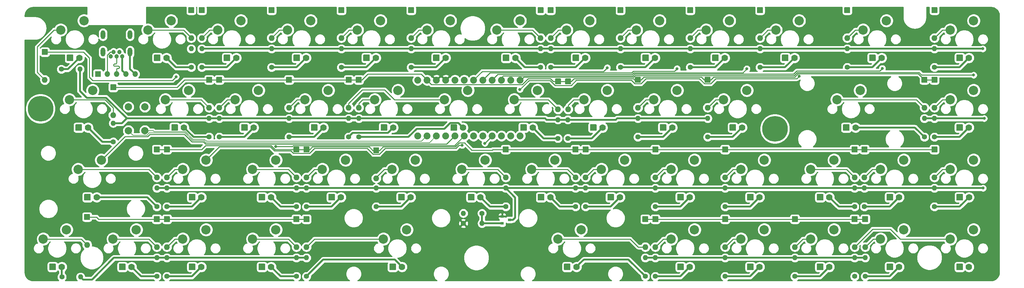
<source format=gbr>
G04 #@! TF.GenerationSoftware,KiCad,Pcbnew,(5.1.4)-1*
G04 #@! TF.CreationDate,2020-01-11T22:59:22-08:00*
G04 #@! TF.ProjectId,Alchemy49,416c6368-656d-4793-9439-2e6b69636164,rev?*
G04 #@! TF.SameCoordinates,Original*
G04 #@! TF.FileFunction,Copper,L2,Bot*
G04 #@! TF.FilePolarity,Positive*
%FSLAX46Y46*%
G04 Gerber Fmt 4.6, Leading zero omitted, Abs format (unit mm)*
G04 Created by KiCad (PCBNEW (5.1.4)-1) date 2020-01-11 22:59:22*
%MOMM*%
%LPD*%
G04 APERTURE LIST*
%ADD10O,1.300000X2.400000*%
%ADD11C,1.200000*%
%ADD12C,2.540000*%
%ADD13R,0.900000X0.800000*%
%ADD14O,1.600000X1.600000*%
%ADD15C,0.100000*%
%ADD16C,1.600000*%
%ADD17C,2.000000*%
%ADD18C,0.800000*%
%ADD19C,7.000000*%
%ADD20C,1.778000*%
%ADD21O,1.400000X1.400000*%
%ADD22C,1.400000*%
%ADD23O,1.524000X1.524000*%
%ADD24R,1.524000X1.524000*%
%ADD25C,1.879600*%
%ADD26C,0.250000*%
%ADD27C,0.500000*%
%ADD28C,0.200000*%
%ADD29C,0.254000*%
G04 APERTURE END LIST*
D10*
X36300000Y-21750000D03*
X43700000Y-21750000D03*
X36300000Y-26500000D03*
X43700000Y-26500000D03*
D11*
X40800000Y-26500000D03*
X39200000Y-26500000D03*
X38400000Y-27700000D03*
X41600000Y-27700000D03*
X40000000Y-27700000D03*
D12*
X31115000Y-17920000D03*
X24765000Y-20460000D03*
X33496250Y-36988750D03*
X27146250Y-39528750D03*
D13*
X147300000Y-72400000D03*
X145300000Y-71450000D03*
X145300000Y-73350000D03*
D14*
X20422500Y-34110000D03*
D15*
G36*
X21078183Y-25690770D02*
G01*
X21093714Y-25693074D01*
X21108946Y-25696890D01*
X21123729Y-25702179D01*
X21137923Y-25708893D01*
X21151391Y-25716965D01*
X21164003Y-25726318D01*
X21175637Y-25736863D01*
X21186182Y-25748497D01*
X21195535Y-25761109D01*
X21203607Y-25774577D01*
X21210321Y-25788771D01*
X21215610Y-25803554D01*
X21219426Y-25818786D01*
X21221730Y-25834317D01*
X21222500Y-25850000D01*
X21222500Y-27130000D01*
X21221730Y-27145683D01*
X21219426Y-27161214D01*
X21215610Y-27176446D01*
X21210321Y-27191229D01*
X21203607Y-27205423D01*
X21195535Y-27218891D01*
X21186182Y-27231503D01*
X21175637Y-27243137D01*
X21164003Y-27253682D01*
X21151391Y-27263035D01*
X21137923Y-27271107D01*
X21123729Y-27277821D01*
X21108946Y-27283110D01*
X21093714Y-27286926D01*
X21078183Y-27289230D01*
X21062500Y-27290000D01*
X19782500Y-27290000D01*
X19766817Y-27289230D01*
X19751286Y-27286926D01*
X19736054Y-27283110D01*
X19721271Y-27277821D01*
X19707077Y-27271107D01*
X19693609Y-27263035D01*
X19680997Y-27253682D01*
X19669363Y-27243137D01*
X19658818Y-27231503D01*
X19649465Y-27218891D01*
X19641393Y-27205423D01*
X19634679Y-27191229D01*
X19629390Y-27176446D01*
X19625574Y-27161214D01*
X19623270Y-27145683D01*
X19622500Y-27130000D01*
X19622500Y-25850000D01*
X19623270Y-25834317D01*
X19625574Y-25818786D01*
X19629390Y-25803554D01*
X19634679Y-25788771D01*
X19641393Y-25774577D01*
X19649465Y-25761109D01*
X19658818Y-25748497D01*
X19669363Y-25736863D01*
X19680997Y-25726318D01*
X19693609Y-25716965D01*
X19707077Y-25708893D01*
X19721271Y-25702179D01*
X19736054Y-25696890D01*
X19751286Y-25693074D01*
X19766817Y-25690770D01*
X19782500Y-25690000D01*
X21062500Y-25690000D01*
X21078183Y-25690770D01*
X21078183Y-25690770D01*
G37*
D16*
X20422500Y-26490000D03*
D14*
X39108750Y-43750000D03*
D15*
G36*
X39764433Y-35330770D02*
G01*
X39779964Y-35333074D01*
X39795196Y-35336890D01*
X39809979Y-35342179D01*
X39824173Y-35348893D01*
X39837641Y-35356965D01*
X39850253Y-35366318D01*
X39861887Y-35376863D01*
X39872432Y-35388497D01*
X39881785Y-35401109D01*
X39889857Y-35414577D01*
X39896571Y-35428771D01*
X39901860Y-35443554D01*
X39905676Y-35458786D01*
X39907980Y-35474317D01*
X39908750Y-35490000D01*
X39908750Y-36770000D01*
X39907980Y-36785683D01*
X39905676Y-36801214D01*
X39901860Y-36816446D01*
X39896571Y-36831229D01*
X39889857Y-36845423D01*
X39881785Y-36858891D01*
X39872432Y-36871503D01*
X39861887Y-36883137D01*
X39850253Y-36893682D01*
X39837641Y-36903035D01*
X39824173Y-36911107D01*
X39809979Y-36917821D01*
X39795196Y-36923110D01*
X39779964Y-36926926D01*
X39764433Y-36929230D01*
X39748750Y-36930000D01*
X38468750Y-36930000D01*
X38453067Y-36929230D01*
X38437536Y-36926926D01*
X38422304Y-36923110D01*
X38407521Y-36917821D01*
X38393327Y-36911107D01*
X38379859Y-36903035D01*
X38367247Y-36893682D01*
X38355613Y-36883137D01*
X38345068Y-36871503D01*
X38335715Y-36858891D01*
X38327643Y-36845423D01*
X38320929Y-36831229D01*
X38315640Y-36816446D01*
X38311824Y-36801214D01*
X38309520Y-36785683D01*
X38308750Y-36770000D01*
X38308750Y-35490000D01*
X38309520Y-35474317D01*
X38311824Y-35458786D01*
X38315640Y-35443554D01*
X38320929Y-35428771D01*
X38327643Y-35414577D01*
X38335715Y-35401109D01*
X38345068Y-35388497D01*
X38355613Y-35376863D01*
X38367247Y-35366318D01*
X38379859Y-35356965D01*
X38393327Y-35348893D01*
X38407521Y-35342179D01*
X38422304Y-35336890D01*
X38437536Y-35333074D01*
X38453067Y-35330770D01*
X38468750Y-35330000D01*
X39748750Y-35330000D01*
X39764433Y-35330770D01*
X39764433Y-35330770D01*
G37*
D16*
X39108750Y-36130000D03*
D14*
X51015000Y-60760000D03*
D15*
G36*
X51670683Y-52340770D02*
G01*
X51686214Y-52343074D01*
X51701446Y-52346890D01*
X51716229Y-52352179D01*
X51730423Y-52358893D01*
X51743891Y-52366965D01*
X51756503Y-52376318D01*
X51768137Y-52386863D01*
X51778682Y-52398497D01*
X51788035Y-52411109D01*
X51796107Y-52424577D01*
X51802821Y-52438771D01*
X51808110Y-52453554D01*
X51811926Y-52468786D01*
X51814230Y-52484317D01*
X51815000Y-52500000D01*
X51815000Y-53780000D01*
X51814230Y-53795683D01*
X51811926Y-53811214D01*
X51808110Y-53826446D01*
X51802821Y-53841229D01*
X51796107Y-53855423D01*
X51788035Y-53868891D01*
X51778682Y-53881503D01*
X51768137Y-53893137D01*
X51756503Y-53903682D01*
X51743891Y-53913035D01*
X51730423Y-53921107D01*
X51716229Y-53927821D01*
X51701446Y-53933110D01*
X51686214Y-53936926D01*
X51670683Y-53939230D01*
X51655000Y-53940000D01*
X50375000Y-53940000D01*
X50359317Y-53939230D01*
X50343786Y-53936926D01*
X50328554Y-53933110D01*
X50313771Y-53927821D01*
X50299577Y-53921107D01*
X50286109Y-53913035D01*
X50273497Y-53903682D01*
X50261863Y-53893137D01*
X50251318Y-53881503D01*
X50241965Y-53868891D01*
X50233893Y-53855423D01*
X50227179Y-53841229D01*
X50221890Y-53826446D01*
X50218074Y-53811214D01*
X50215770Y-53795683D01*
X50215000Y-53780000D01*
X50215000Y-52500000D01*
X50215770Y-52484317D01*
X50218074Y-52468786D01*
X50221890Y-52453554D01*
X50227179Y-52438771D01*
X50233893Y-52424577D01*
X50241965Y-52411109D01*
X50251318Y-52398497D01*
X50261863Y-52386863D01*
X50273497Y-52376318D01*
X50286109Y-52366965D01*
X50299577Y-52358893D01*
X50313771Y-52352179D01*
X50328554Y-52346890D01*
X50343786Y-52343074D01*
X50359317Y-52340770D01*
X50375000Y-52340000D01*
X51655000Y-52340000D01*
X51670683Y-52340770D01*
X51670683Y-52340770D01*
G37*
D16*
X51015000Y-53140000D03*
D14*
X31965000Y-79210000D03*
D15*
G36*
X32620683Y-70790770D02*
G01*
X32636214Y-70793074D01*
X32651446Y-70796890D01*
X32666229Y-70802179D01*
X32680423Y-70808893D01*
X32693891Y-70816965D01*
X32706503Y-70826318D01*
X32718137Y-70836863D01*
X32728682Y-70848497D01*
X32738035Y-70861109D01*
X32746107Y-70874577D01*
X32752821Y-70888771D01*
X32758110Y-70903554D01*
X32761926Y-70918786D01*
X32764230Y-70934317D01*
X32765000Y-70950000D01*
X32765000Y-72230000D01*
X32764230Y-72245683D01*
X32761926Y-72261214D01*
X32758110Y-72276446D01*
X32752821Y-72291229D01*
X32746107Y-72305423D01*
X32738035Y-72318891D01*
X32728682Y-72331503D01*
X32718137Y-72343137D01*
X32706503Y-72353682D01*
X32693891Y-72363035D01*
X32680423Y-72371107D01*
X32666229Y-72377821D01*
X32651446Y-72383110D01*
X32636214Y-72386926D01*
X32620683Y-72389230D01*
X32605000Y-72390000D01*
X31325000Y-72390000D01*
X31309317Y-72389230D01*
X31293786Y-72386926D01*
X31278554Y-72383110D01*
X31263771Y-72377821D01*
X31249577Y-72371107D01*
X31236109Y-72363035D01*
X31223497Y-72353682D01*
X31211863Y-72343137D01*
X31201318Y-72331503D01*
X31191965Y-72318891D01*
X31183893Y-72305423D01*
X31177179Y-72291229D01*
X31171890Y-72276446D01*
X31168074Y-72261214D01*
X31165770Y-72245683D01*
X31165000Y-72230000D01*
X31165000Y-70950000D01*
X31165770Y-70934317D01*
X31168074Y-70918786D01*
X31171890Y-70903554D01*
X31177179Y-70888771D01*
X31183893Y-70874577D01*
X31191965Y-70861109D01*
X31201318Y-70848497D01*
X31211863Y-70836863D01*
X31223497Y-70826318D01*
X31236109Y-70816965D01*
X31249577Y-70808893D01*
X31263771Y-70802179D01*
X31278554Y-70796890D01*
X31293786Y-70793074D01*
X31309317Y-70790770D01*
X31325000Y-70790000D01*
X32605000Y-70790000D01*
X32620683Y-70790770D01*
X32620683Y-70790770D01*
G37*
D16*
X31965000Y-71590000D03*
D14*
X60400000Y-22660000D03*
D15*
G36*
X61055683Y-14240770D02*
G01*
X61071214Y-14243074D01*
X61086446Y-14246890D01*
X61101229Y-14252179D01*
X61115423Y-14258893D01*
X61128891Y-14266965D01*
X61141503Y-14276318D01*
X61153137Y-14286863D01*
X61163682Y-14298497D01*
X61173035Y-14311109D01*
X61181107Y-14324577D01*
X61187821Y-14338771D01*
X61193110Y-14353554D01*
X61196926Y-14368786D01*
X61199230Y-14384317D01*
X61200000Y-14400000D01*
X61200000Y-15680000D01*
X61199230Y-15695683D01*
X61196926Y-15711214D01*
X61193110Y-15726446D01*
X61187821Y-15741229D01*
X61181107Y-15755423D01*
X61173035Y-15768891D01*
X61163682Y-15781503D01*
X61153137Y-15793137D01*
X61141503Y-15803682D01*
X61128891Y-15813035D01*
X61115423Y-15821107D01*
X61101229Y-15827821D01*
X61086446Y-15833110D01*
X61071214Y-15836926D01*
X61055683Y-15839230D01*
X61040000Y-15840000D01*
X59760000Y-15840000D01*
X59744317Y-15839230D01*
X59728786Y-15836926D01*
X59713554Y-15833110D01*
X59698771Y-15827821D01*
X59684577Y-15821107D01*
X59671109Y-15813035D01*
X59658497Y-15803682D01*
X59646863Y-15793137D01*
X59636318Y-15781503D01*
X59626965Y-15768891D01*
X59618893Y-15755423D01*
X59612179Y-15741229D01*
X59606890Y-15726446D01*
X59603074Y-15711214D01*
X59600770Y-15695683D01*
X59600000Y-15680000D01*
X59600000Y-14400000D01*
X59600770Y-14384317D01*
X59603074Y-14368786D01*
X59606890Y-14353554D01*
X59612179Y-14338771D01*
X59618893Y-14324577D01*
X59626965Y-14311109D01*
X59636318Y-14298497D01*
X59646863Y-14286863D01*
X59658497Y-14276318D01*
X59671109Y-14266965D01*
X59684577Y-14258893D01*
X59698771Y-14252179D01*
X59713554Y-14246890D01*
X59728786Y-14243074D01*
X59744317Y-14240770D01*
X59760000Y-14240000D01*
X61040000Y-14240000D01*
X61055683Y-14240770D01*
X61055683Y-14240770D01*
G37*
D16*
X60400000Y-15040000D03*
D14*
X65302500Y-41710000D03*
D15*
G36*
X65958183Y-33290770D02*
G01*
X65973714Y-33293074D01*
X65988946Y-33296890D01*
X66003729Y-33302179D01*
X66017923Y-33308893D01*
X66031391Y-33316965D01*
X66044003Y-33326318D01*
X66055637Y-33336863D01*
X66066182Y-33348497D01*
X66075535Y-33361109D01*
X66083607Y-33374577D01*
X66090321Y-33388771D01*
X66095610Y-33403554D01*
X66099426Y-33418786D01*
X66101730Y-33434317D01*
X66102500Y-33450000D01*
X66102500Y-34730000D01*
X66101730Y-34745683D01*
X66099426Y-34761214D01*
X66095610Y-34776446D01*
X66090321Y-34791229D01*
X66083607Y-34805423D01*
X66075535Y-34818891D01*
X66066182Y-34831503D01*
X66055637Y-34843137D01*
X66044003Y-34853682D01*
X66031391Y-34863035D01*
X66017923Y-34871107D01*
X66003729Y-34877821D01*
X65988946Y-34883110D01*
X65973714Y-34886926D01*
X65958183Y-34889230D01*
X65942500Y-34890000D01*
X64662500Y-34890000D01*
X64646817Y-34889230D01*
X64631286Y-34886926D01*
X64616054Y-34883110D01*
X64601271Y-34877821D01*
X64587077Y-34871107D01*
X64573609Y-34863035D01*
X64560997Y-34853682D01*
X64549363Y-34843137D01*
X64538818Y-34831503D01*
X64529465Y-34818891D01*
X64521393Y-34805423D01*
X64514679Y-34791229D01*
X64509390Y-34776446D01*
X64505574Y-34761214D01*
X64503270Y-34745683D01*
X64502500Y-34730000D01*
X64502500Y-33450000D01*
X64503270Y-33434317D01*
X64505574Y-33418786D01*
X64509390Y-33403554D01*
X64514679Y-33388771D01*
X64521393Y-33374577D01*
X64529465Y-33361109D01*
X64538818Y-33348497D01*
X64549363Y-33336863D01*
X64560997Y-33326318D01*
X64573609Y-33316965D01*
X64587077Y-33308893D01*
X64601271Y-33302179D01*
X64616054Y-33296890D01*
X64631286Y-33293074D01*
X64646817Y-33290770D01*
X64662500Y-33290000D01*
X65942500Y-33290000D01*
X65958183Y-33290770D01*
X65958183Y-33290770D01*
G37*
D16*
X65302500Y-34090000D03*
D14*
X53760000Y-60760000D03*
D15*
G36*
X54415683Y-52340770D02*
G01*
X54431214Y-52343074D01*
X54446446Y-52346890D01*
X54461229Y-52352179D01*
X54475423Y-52358893D01*
X54488891Y-52366965D01*
X54501503Y-52376318D01*
X54513137Y-52386863D01*
X54523682Y-52398497D01*
X54533035Y-52411109D01*
X54541107Y-52424577D01*
X54547821Y-52438771D01*
X54553110Y-52453554D01*
X54556926Y-52468786D01*
X54559230Y-52484317D01*
X54560000Y-52500000D01*
X54560000Y-53780000D01*
X54559230Y-53795683D01*
X54556926Y-53811214D01*
X54553110Y-53826446D01*
X54547821Y-53841229D01*
X54541107Y-53855423D01*
X54533035Y-53868891D01*
X54523682Y-53881503D01*
X54513137Y-53893137D01*
X54501503Y-53903682D01*
X54488891Y-53913035D01*
X54475423Y-53921107D01*
X54461229Y-53927821D01*
X54446446Y-53933110D01*
X54431214Y-53936926D01*
X54415683Y-53939230D01*
X54400000Y-53940000D01*
X53120000Y-53940000D01*
X53104317Y-53939230D01*
X53088786Y-53936926D01*
X53073554Y-53933110D01*
X53058771Y-53927821D01*
X53044577Y-53921107D01*
X53031109Y-53913035D01*
X53018497Y-53903682D01*
X53006863Y-53893137D01*
X52996318Y-53881503D01*
X52986965Y-53868891D01*
X52978893Y-53855423D01*
X52972179Y-53841229D01*
X52966890Y-53826446D01*
X52963074Y-53811214D01*
X52960770Y-53795683D01*
X52960000Y-53780000D01*
X52960000Y-52500000D01*
X52960770Y-52484317D01*
X52963074Y-52468786D01*
X52966890Y-52453554D01*
X52972179Y-52438771D01*
X52978893Y-52424577D01*
X52986965Y-52411109D01*
X52996318Y-52398497D01*
X53006863Y-52386863D01*
X53018497Y-52376318D01*
X53031109Y-52366965D01*
X53044577Y-52358893D01*
X53058771Y-52352179D01*
X53073554Y-52346890D01*
X53088786Y-52343074D01*
X53104317Y-52340770D01*
X53120000Y-52340000D01*
X54400000Y-52340000D01*
X54415683Y-52340770D01*
X54415683Y-52340770D01*
G37*
D16*
X53760000Y-53140000D03*
D14*
X51015000Y-79810000D03*
D15*
G36*
X51670683Y-71390770D02*
G01*
X51686214Y-71393074D01*
X51701446Y-71396890D01*
X51716229Y-71402179D01*
X51730423Y-71408893D01*
X51743891Y-71416965D01*
X51756503Y-71426318D01*
X51768137Y-71436863D01*
X51778682Y-71448497D01*
X51788035Y-71461109D01*
X51796107Y-71474577D01*
X51802821Y-71488771D01*
X51808110Y-71503554D01*
X51811926Y-71518786D01*
X51814230Y-71534317D01*
X51815000Y-71550000D01*
X51815000Y-72830000D01*
X51814230Y-72845683D01*
X51811926Y-72861214D01*
X51808110Y-72876446D01*
X51802821Y-72891229D01*
X51796107Y-72905423D01*
X51788035Y-72918891D01*
X51778682Y-72931503D01*
X51768137Y-72943137D01*
X51756503Y-72953682D01*
X51743891Y-72963035D01*
X51730423Y-72971107D01*
X51716229Y-72977821D01*
X51701446Y-72983110D01*
X51686214Y-72986926D01*
X51670683Y-72989230D01*
X51655000Y-72990000D01*
X50375000Y-72990000D01*
X50359317Y-72989230D01*
X50343786Y-72986926D01*
X50328554Y-72983110D01*
X50313771Y-72977821D01*
X50299577Y-72971107D01*
X50286109Y-72963035D01*
X50273497Y-72953682D01*
X50261863Y-72943137D01*
X50251318Y-72931503D01*
X50241965Y-72918891D01*
X50233893Y-72905423D01*
X50227179Y-72891229D01*
X50221890Y-72876446D01*
X50218074Y-72861214D01*
X50215770Y-72845683D01*
X50215000Y-72830000D01*
X50215000Y-71550000D01*
X50215770Y-71534317D01*
X50218074Y-71518786D01*
X50221890Y-71503554D01*
X50227179Y-71488771D01*
X50233893Y-71474577D01*
X50241965Y-71461109D01*
X50251318Y-71448497D01*
X50261863Y-71436863D01*
X50273497Y-71426318D01*
X50286109Y-71416965D01*
X50299577Y-71408893D01*
X50313771Y-71402179D01*
X50328554Y-71396890D01*
X50343786Y-71393074D01*
X50359317Y-71390770D01*
X50375000Y-71390000D01*
X51655000Y-71390000D01*
X51670683Y-71390770D01*
X51670683Y-71390770D01*
G37*
D16*
X51015000Y-72190000D03*
D14*
X63285000Y-22660000D03*
D15*
G36*
X63940683Y-14240770D02*
G01*
X63956214Y-14243074D01*
X63971446Y-14246890D01*
X63986229Y-14252179D01*
X64000423Y-14258893D01*
X64013891Y-14266965D01*
X64026503Y-14276318D01*
X64038137Y-14286863D01*
X64048682Y-14298497D01*
X64058035Y-14311109D01*
X64066107Y-14324577D01*
X64072821Y-14338771D01*
X64078110Y-14353554D01*
X64081926Y-14368786D01*
X64084230Y-14384317D01*
X64085000Y-14400000D01*
X64085000Y-15680000D01*
X64084230Y-15695683D01*
X64081926Y-15711214D01*
X64078110Y-15726446D01*
X64072821Y-15741229D01*
X64066107Y-15755423D01*
X64058035Y-15768891D01*
X64048682Y-15781503D01*
X64038137Y-15793137D01*
X64026503Y-15803682D01*
X64013891Y-15813035D01*
X64000423Y-15821107D01*
X63986229Y-15827821D01*
X63971446Y-15833110D01*
X63956214Y-15836926D01*
X63940683Y-15839230D01*
X63925000Y-15840000D01*
X62645000Y-15840000D01*
X62629317Y-15839230D01*
X62613786Y-15836926D01*
X62598554Y-15833110D01*
X62583771Y-15827821D01*
X62569577Y-15821107D01*
X62556109Y-15813035D01*
X62543497Y-15803682D01*
X62531863Y-15793137D01*
X62521318Y-15781503D01*
X62511965Y-15768891D01*
X62503893Y-15755423D01*
X62497179Y-15741229D01*
X62491890Y-15726446D01*
X62488074Y-15711214D01*
X62485770Y-15695683D01*
X62485000Y-15680000D01*
X62485000Y-14400000D01*
X62485770Y-14384317D01*
X62488074Y-14368786D01*
X62491890Y-14353554D01*
X62497179Y-14338771D01*
X62503893Y-14324577D01*
X62511965Y-14311109D01*
X62521318Y-14298497D01*
X62531863Y-14286863D01*
X62543497Y-14276318D01*
X62556109Y-14266965D01*
X62569577Y-14258893D01*
X62583771Y-14252179D01*
X62598554Y-14246890D01*
X62613786Y-14243074D01*
X62629317Y-14240770D01*
X62645000Y-14240000D01*
X63925000Y-14240000D01*
X63940683Y-14240770D01*
X63940683Y-14240770D01*
G37*
D16*
X63285000Y-15040000D03*
D14*
X68047500Y-41710000D03*
D15*
G36*
X68703183Y-33290770D02*
G01*
X68718714Y-33293074D01*
X68733946Y-33296890D01*
X68748729Y-33302179D01*
X68762923Y-33308893D01*
X68776391Y-33316965D01*
X68789003Y-33326318D01*
X68800637Y-33336863D01*
X68811182Y-33348497D01*
X68820535Y-33361109D01*
X68828607Y-33374577D01*
X68835321Y-33388771D01*
X68840610Y-33403554D01*
X68844426Y-33418786D01*
X68846730Y-33434317D01*
X68847500Y-33450000D01*
X68847500Y-34730000D01*
X68846730Y-34745683D01*
X68844426Y-34761214D01*
X68840610Y-34776446D01*
X68835321Y-34791229D01*
X68828607Y-34805423D01*
X68820535Y-34818891D01*
X68811182Y-34831503D01*
X68800637Y-34843137D01*
X68789003Y-34853682D01*
X68776391Y-34863035D01*
X68762923Y-34871107D01*
X68748729Y-34877821D01*
X68733946Y-34883110D01*
X68718714Y-34886926D01*
X68703183Y-34889230D01*
X68687500Y-34890000D01*
X67407500Y-34890000D01*
X67391817Y-34889230D01*
X67376286Y-34886926D01*
X67361054Y-34883110D01*
X67346271Y-34877821D01*
X67332077Y-34871107D01*
X67318609Y-34863035D01*
X67305997Y-34853682D01*
X67294363Y-34843137D01*
X67283818Y-34831503D01*
X67274465Y-34818891D01*
X67266393Y-34805423D01*
X67259679Y-34791229D01*
X67254390Y-34776446D01*
X67250574Y-34761214D01*
X67248270Y-34745683D01*
X67247500Y-34730000D01*
X67247500Y-33450000D01*
X67248270Y-33434317D01*
X67250574Y-33418786D01*
X67254390Y-33403554D01*
X67259679Y-33388771D01*
X67266393Y-33374577D01*
X67274465Y-33361109D01*
X67283818Y-33348497D01*
X67294363Y-33336863D01*
X67305997Y-33326318D01*
X67318609Y-33316965D01*
X67332077Y-33308893D01*
X67346271Y-33302179D01*
X67361054Y-33296890D01*
X67376286Y-33293074D01*
X67391817Y-33290770D01*
X67407500Y-33290000D01*
X68687500Y-33290000D01*
X68703183Y-33290770D01*
X68703183Y-33290770D01*
G37*
D16*
X68047500Y-34090000D03*
D14*
X89115000Y-60760000D03*
D15*
G36*
X89770683Y-52340770D02*
G01*
X89786214Y-52343074D01*
X89801446Y-52346890D01*
X89816229Y-52352179D01*
X89830423Y-52358893D01*
X89843891Y-52366965D01*
X89856503Y-52376318D01*
X89868137Y-52386863D01*
X89878682Y-52398497D01*
X89888035Y-52411109D01*
X89896107Y-52424577D01*
X89902821Y-52438771D01*
X89908110Y-52453554D01*
X89911926Y-52468786D01*
X89914230Y-52484317D01*
X89915000Y-52500000D01*
X89915000Y-53780000D01*
X89914230Y-53795683D01*
X89911926Y-53811214D01*
X89908110Y-53826446D01*
X89902821Y-53841229D01*
X89896107Y-53855423D01*
X89888035Y-53868891D01*
X89878682Y-53881503D01*
X89868137Y-53893137D01*
X89856503Y-53903682D01*
X89843891Y-53913035D01*
X89830423Y-53921107D01*
X89816229Y-53927821D01*
X89801446Y-53933110D01*
X89786214Y-53936926D01*
X89770683Y-53939230D01*
X89755000Y-53940000D01*
X88475000Y-53940000D01*
X88459317Y-53939230D01*
X88443786Y-53936926D01*
X88428554Y-53933110D01*
X88413771Y-53927821D01*
X88399577Y-53921107D01*
X88386109Y-53913035D01*
X88373497Y-53903682D01*
X88361863Y-53893137D01*
X88351318Y-53881503D01*
X88341965Y-53868891D01*
X88333893Y-53855423D01*
X88327179Y-53841229D01*
X88321890Y-53826446D01*
X88318074Y-53811214D01*
X88315770Y-53795683D01*
X88315000Y-53780000D01*
X88315000Y-52500000D01*
X88315770Y-52484317D01*
X88318074Y-52468786D01*
X88321890Y-52453554D01*
X88327179Y-52438771D01*
X88333893Y-52424577D01*
X88341965Y-52411109D01*
X88351318Y-52398497D01*
X88361863Y-52386863D01*
X88373497Y-52376318D01*
X88386109Y-52366965D01*
X88399577Y-52358893D01*
X88413771Y-52352179D01*
X88428554Y-52346890D01*
X88443786Y-52343074D01*
X88459317Y-52340770D01*
X88475000Y-52340000D01*
X89755000Y-52340000D01*
X89770683Y-52340770D01*
X89770683Y-52340770D01*
G37*
D16*
X89115000Y-53140000D03*
D14*
X53760000Y-79810000D03*
D15*
G36*
X54415683Y-71390770D02*
G01*
X54431214Y-71393074D01*
X54446446Y-71396890D01*
X54461229Y-71402179D01*
X54475423Y-71408893D01*
X54488891Y-71416965D01*
X54501503Y-71426318D01*
X54513137Y-71436863D01*
X54523682Y-71448497D01*
X54533035Y-71461109D01*
X54541107Y-71474577D01*
X54547821Y-71488771D01*
X54553110Y-71503554D01*
X54556926Y-71518786D01*
X54559230Y-71534317D01*
X54560000Y-71550000D01*
X54560000Y-72830000D01*
X54559230Y-72845683D01*
X54556926Y-72861214D01*
X54553110Y-72876446D01*
X54547821Y-72891229D01*
X54541107Y-72905423D01*
X54533035Y-72918891D01*
X54523682Y-72931503D01*
X54513137Y-72943137D01*
X54501503Y-72953682D01*
X54488891Y-72963035D01*
X54475423Y-72971107D01*
X54461229Y-72977821D01*
X54446446Y-72983110D01*
X54431214Y-72986926D01*
X54415683Y-72989230D01*
X54400000Y-72990000D01*
X53120000Y-72990000D01*
X53104317Y-72989230D01*
X53088786Y-72986926D01*
X53073554Y-72983110D01*
X53058771Y-72977821D01*
X53044577Y-72971107D01*
X53031109Y-72963035D01*
X53018497Y-72953682D01*
X53006863Y-72943137D01*
X52996318Y-72931503D01*
X52986965Y-72918891D01*
X52978893Y-72905423D01*
X52972179Y-72891229D01*
X52966890Y-72876446D01*
X52963074Y-72861214D01*
X52960770Y-72845683D01*
X52960000Y-72830000D01*
X52960000Y-71550000D01*
X52960770Y-71534317D01*
X52963074Y-71518786D01*
X52966890Y-71503554D01*
X52972179Y-71488771D01*
X52978893Y-71474577D01*
X52986965Y-71461109D01*
X52996318Y-71448497D01*
X53006863Y-71436863D01*
X53018497Y-71426318D01*
X53031109Y-71416965D01*
X53044577Y-71408893D01*
X53058771Y-71402179D01*
X53073554Y-71396890D01*
X53088786Y-71393074D01*
X53104317Y-71390770D01*
X53120000Y-71390000D01*
X54400000Y-71390000D01*
X54415683Y-71390770D01*
X54415683Y-71390770D01*
G37*
D16*
X53760000Y-72190000D03*
D14*
X82335000Y-22660000D03*
D15*
G36*
X82990683Y-14240770D02*
G01*
X83006214Y-14243074D01*
X83021446Y-14246890D01*
X83036229Y-14252179D01*
X83050423Y-14258893D01*
X83063891Y-14266965D01*
X83076503Y-14276318D01*
X83088137Y-14286863D01*
X83098682Y-14298497D01*
X83108035Y-14311109D01*
X83116107Y-14324577D01*
X83122821Y-14338771D01*
X83128110Y-14353554D01*
X83131926Y-14368786D01*
X83134230Y-14384317D01*
X83135000Y-14400000D01*
X83135000Y-15680000D01*
X83134230Y-15695683D01*
X83131926Y-15711214D01*
X83128110Y-15726446D01*
X83122821Y-15741229D01*
X83116107Y-15755423D01*
X83108035Y-15768891D01*
X83098682Y-15781503D01*
X83088137Y-15793137D01*
X83076503Y-15803682D01*
X83063891Y-15813035D01*
X83050423Y-15821107D01*
X83036229Y-15827821D01*
X83021446Y-15833110D01*
X83006214Y-15836926D01*
X82990683Y-15839230D01*
X82975000Y-15840000D01*
X81695000Y-15840000D01*
X81679317Y-15839230D01*
X81663786Y-15836926D01*
X81648554Y-15833110D01*
X81633771Y-15827821D01*
X81619577Y-15821107D01*
X81606109Y-15813035D01*
X81593497Y-15803682D01*
X81581863Y-15793137D01*
X81571318Y-15781503D01*
X81561965Y-15768891D01*
X81553893Y-15755423D01*
X81547179Y-15741229D01*
X81541890Y-15726446D01*
X81538074Y-15711214D01*
X81535770Y-15695683D01*
X81535000Y-15680000D01*
X81535000Y-14400000D01*
X81535770Y-14384317D01*
X81538074Y-14368786D01*
X81541890Y-14353554D01*
X81547179Y-14338771D01*
X81553893Y-14324577D01*
X81561965Y-14311109D01*
X81571318Y-14298497D01*
X81581863Y-14286863D01*
X81593497Y-14276318D01*
X81606109Y-14266965D01*
X81619577Y-14258893D01*
X81633771Y-14252179D01*
X81648554Y-14246890D01*
X81663786Y-14243074D01*
X81679317Y-14240770D01*
X81695000Y-14240000D01*
X82975000Y-14240000D01*
X82990683Y-14240770D01*
X82990683Y-14240770D01*
G37*
D16*
X82335000Y-15040000D03*
D14*
X87097500Y-41710000D03*
D15*
G36*
X87753183Y-33290770D02*
G01*
X87768714Y-33293074D01*
X87783946Y-33296890D01*
X87798729Y-33302179D01*
X87812923Y-33308893D01*
X87826391Y-33316965D01*
X87839003Y-33326318D01*
X87850637Y-33336863D01*
X87861182Y-33348497D01*
X87870535Y-33361109D01*
X87878607Y-33374577D01*
X87885321Y-33388771D01*
X87890610Y-33403554D01*
X87894426Y-33418786D01*
X87896730Y-33434317D01*
X87897500Y-33450000D01*
X87897500Y-34730000D01*
X87896730Y-34745683D01*
X87894426Y-34761214D01*
X87890610Y-34776446D01*
X87885321Y-34791229D01*
X87878607Y-34805423D01*
X87870535Y-34818891D01*
X87861182Y-34831503D01*
X87850637Y-34843137D01*
X87839003Y-34853682D01*
X87826391Y-34863035D01*
X87812923Y-34871107D01*
X87798729Y-34877821D01*
X87783946Y-34883110D01*
X87768714Y-34886926D01*
X87753183Y-34889230D01*
X87737500Y-34890000D01*
X86457500Y-34890000D01*
X86441817Y-34889230D01*
X86426286Y-34886926D01*
X86411054Y-34883110D01*
X86396271Y-34877821D01*
X86382077Y-34871107D01*
X86368609Y-34863035D01*
X86355997Y-34853682D01*
X86344363Y-34843137D01*
X86333818Y-34831503D01*
X86324465Y-34818891D01*
X86316393Y-34805423D01*
X86309679Y-34791229D01*
X86304390Y-34776446D01*
X86300574Y-34761214D01*
X86298270Y-34745683D01*
X86297500Y-34730000D01*
X86297500Y-33450000D01*
X86298270Y-33434317D01*
X86300574Y-33418786D01*
X86304390Y-33403554D01*
X86309679Y-33388771D01*
X86316393Y-33374577D01*
X86324465Y-33361109D01*
X86333818Y-33348497D01*
X86344363Y-33336863D01*
X86355997Y-33326318D01*
X86368609Y-33316965D01*
X86382077Y-33308893D01*
X86396271Y-33302179D01*
X86411054Y-33296890D01*
X86426286Y-33293074D01*
X86441817Y-33290770D01*
X86457500Y-33290000D01*
X87737500Y-33290000D01*
X87753183Y-33290770D01*
X87753183Y-33290770D01*
G37*
D16*
X87097500Y-34090000D03*
D14*
X91860000Y-60760000D03*
D15*
G36*
X92515683Y-52340770D02*
G01*
X92531214Y-52343074D01*
X92546446Y-52346890D01*
X92561229Y-52352179D01*
X92575423Y-52358893D01*
X92588891Y-52366965D01*
X92601503Y-52376318D01*
X92613137Y-52386863D01*
X92623682Y-52398497D01*
X92633035Y-52411109D01*
X92641107Y-52424577D01*
X92647821Y-52438771D01*
X92653110Y-52453554D01*
X92656926Y-52468786D01*
X92659230Y-52484317D01*
X92660000Y-52500000D01*
X92660000Y-53780000D01*
X92659230Y-53795683D01*
X92656926Y-53811214D01*
X92653110Y-53826446D01*
X92647821Y-53841229D01*
X92641107Y-53855423D01*
X92633035Y-53868891D01*
X92623682Y-53881503D01*
X92613137Y-53893137D01*
X92601503Y-53903682D01*
X92588891Y-53913035D01*
X92575423Y-53921107D01*
X92561229Y-53927821D01*
X92546446Y-53933110D01*
X92531214Y-53936926D01*
X92515683Y-53939230D01*
X92500000Y-53940000D01*
X91220000Y-53940000D01*
X91204317Y-53939230D01*
X91188786Y-53936926D01*
X91173554Y-53933110D01*
X91158771Y-53927821D01*
X91144577Y-53921107D01*
X91131109Y-53913035D01*
X91118497Y-53903682D01*
X91106863Y-53893137D01*
X91096318Y-53881503D01*
X91086965Y-53868891D01*
X91078893Y-53855423D01*
X91072179Y-53841229D01*
X91066890Y-53826446D01*
X91063074Y-53811214D01*
X91060770Y-53795683D01*
X91060000Y-53780000D01*
X91060000Y-52500000D01*
X91060770Y-52484317D01*
X91063074Y-52468786D01*
X91066890Y-52453554D01*
X91072179Y-52438771D01*
X91078893Y-52424577D01*
X91086965Y-52411109D01*
X91096318Y-52398497D01*
X91106863Y-52386863D01*
X91118497Y-52376318D01*
X91131109Y-52366965D01*
X91144577Y-52358893D01*
X91158771Y-52352179D01*
X91173554Y-52346890D01*
X91188786Y-52343074D01*
X91204317Y-52340770D01*
X91220000Y-52340000D01*
X92500000Y-52340000D01*
X92515683Y-52340770D01*
X92515683Y-52340770D01*
G37*
D16*
X91860000Y-53140000D03*
D14*
X89115000Y-79810000D03*
D15*
G36*
X89770683Y-71390770D02*
G01*
X89786214Y-71393074D01*
X89801446Y-71396890D01*
X89816229Y-71402179D01*
X89830423Y-71408893D01*
X89843891Y-71416965D01*
X89856503Y-71426318D01*
X89868137Y-71436863D01*
X89878682Y-71448497D01*
X89888035Y-71461109D01*
X89896107Y-71474577D01*
X89902821Y-71488771D01*
X89908110Y-71503554D01*
X89911926Y-71518786D01*
X89914230Y-71534317D01*
X89915000Y-71550000D01*
X89915000Y-72830000D01*
X89914230Y-72845683D01*
X89911926Y-72861214D01*
X89908110Y-72876446D01*
X89902821Y-72891229D01*
X89896107Y-72905423D01*
X89888035Y-72918891D01*
X89878682Y-72931503D01*
X89868137Y-72943137D01*
X89856503Y-72953682D01*
X89843891Y-72963035D01*
X89830423Y-72971107D01*
X89816229Y-72977821D01*
X89801446Y-72983110D01*
X89786214Y-72986926D01*
X89770683Y-72989230D01*
X89755000Y-72990000D01*
X88475000Y-72990000D01*
X88459317Y-72989230D01*
X88443786Y-72986926D01*
X88428554Y-72983110D01*
X88413771Y-72977821D01*
X88399577Y-72971107D01*
X88386109Y-72963035D01*
X88373497Y-72953682D01*
X88361863Y-72943137D01*
X88351318Y-72931503D01*
X88341965Y-72918891D01*
X88333893Y-72905423D01*
X88327179Y-72891229D01*
X88321890Y-72876446D01*
X88318074Y-72861214D01*
X88315770Y-72845683D01*
X88315000Y-72830000D01*
X88315000Y-71550000D01*
X88315770Y-71534317D01*
X88318074Y-71518786D01*
X88321890Y-71503554D01*
X88327179Y-71488771D01*
X88333893Y-71474577D01*
X88341965Y-71461109D01*
X88351318Y-71448497D01*
X88361863Y-71436863D01*
X88373497Y-71426318D01*
X88386109Y-71416965D01*
X88399577Y-71408893D01*
X88413771Y-71402179D01*
X88428554Y-71396890D01*
X88443786Y-71393074D01*
X88459317Y-71390770D01*
X88475000Y-71390000D01*
X89755000Y-71390000D01*
X89770683Y-71390770D01*
X89770683Y-71390770D01*
G37*
D16*
X89115000Y-72190000D03*
D14*
X101385000Y-22660000D03*
D15*
G36*
X102040683Y-14240770D02*
G01*
X102056214Y-14243074D01*
X102071446Y-14246890D01*
X102086229Y-14252179D01*
X102100423Y-14258893D01*
X102113891Y-14266965D01*
X102126503Y-14276318D01*
X102138137Y-14286863D01*
X102148682Y-14298497D01*
X102158035Y-14311109D01*
X102166107Y-14324577D01*
X102172821Y-14338771D01*
X102178110Y-14353554D01*
X102181926Y-14368786D01*
X102184230Y-14384317D01*
X102185000Y-14400000D01*
X102185000Y-15680000D01*
X102184230Y-15695683D01*
X102181926Y-15711214D01*
X102178110Y-15726446D01*
X102172821Y-15741229D01*
X102166107Y-15755423D01*
X102158035Y-15768891D01*
X102148682Y-15781503D01*
X102138137Y-15793137D01*
X102126503Y-15803682D01*
X102113891Y-15813035D01*
X102100423Y-15821107D01*
X102086229Y-15827821D01*
X102071446Y-15833110D01*
X102056214Y-15836926D01*
X102040683Y-15839230D01*
X102025000Y-15840000D01*
X100745000Y-15840000D01*
X100729317Y-15839230D01*
X100713786Y-15836926D01*
X100698554Y-15833110D01*
X100683771Y-15827821D01*
X100669577Y-15821107D01*
X100656109Y-15813035D01*
X100643497Y-15803682D01*
X100631863Y-15793137D01*
X100621318Y-15781503D01*
X100611965Y-15768891D01*
X100603893Y-15755423D01*
X100597179Y-15741229D01*
X100591890Y-15726446D01*
X100588074Y-15711214D01*
X100585770Y-15695683D01*
X100585000Y-15680000D01*
X100585000Y-14400000D01*
X100585770Y-14384317D01*
X100588074Y-14368786D01*
X100591890Y-14353554D01*
X100597179Y-14338771D01*
X100603893Y-14324577D01*
X100611965Y-14311109D01*
X100621318Y-14298497D01*
X100631863Y-14286863D01*
X100643497Y-14276318D01*
X100656109Y-14266965D01*
X100669577Y-14258893D01*
X100683771Y-14252179D01*
X100698554Y-14246890D01*
X100713786Y-14243074D01*
X100729317Y-14240770D01*
X100745000Y-14240000D01*
X102025000Y-14240000D01*
X102040683Y-14240770D01*
X102040683Y-14240770D01*
G37*
D16*
X101385000Y-15040000D03*
D14*
X106147500Y-41710000D03*
D15*
G36*
X106803183Y-33290770D02*
G01*
X106818714Y-33293074D01*
X106833946Y-33296890D01*
X106848729Y-33302179D01*
X106862923Y-33308893D01*
X106876391Y-33316965D01*
X106889003Y-33326318D01*
X106900637Y-33336863D01*
X106911182Y-33348497D01*
X106920535Y-33361109D01*
X106928607Y-33374577D01*
X106935321Y-33388771D01*
X106940610Y-33403554D01*
X106944426Y-33418786D01*
X106946730Y-33434317D01*
X106947500Y-33450000D01*
X106947500Y-34730000D01*
X106946730Y-34745683D01*
X106944426Y-34761214D01*
X106940610Y-34776446D01*
X106935321Y-34791229D01*
X106928607Y-34805423D01*
X106920535Y-34818891D01*
X106911182Y-34831503D01*
X106900637Y-34843137D01*
X106889003Y-34853682D01*
X106876391Y-34863035D01*
X106862923Y-34871107D01*
X106848729Y-34877821D01*
X106833946Y-34883110D01*
X106818714Y-34886926D01*
X106803183Y-34889230D01*
X106787500Y-34890000D01*
X105507500Y-34890000D01*
X105491817Y-34889230D01*
X105476286Y-34886926D01*
X105461054Y-34883110D01*
X105446271Y-34877821D01*
X105432077Y-34871107D01*
X105418609Y-34863035D01*
X105405997Y-34853682D01*
X105394363Y-34843137D01*
X105383818Y-34831503D01*
X105374465Y-34818891D01*
X105366393Y-34805423D01*
X105359679Y-34791229D01*
X105354390Y-34776446D01*
X105350574Y-34761214D01*
X105348270Y-34745683D01*
X105347500Y-34730000D01*
X105347500Y-33450000D01*
X105348270Y-33434317D01*
X105350574Y-33418786D01*
X105354390Y-33403554D01*
X105359679Y-33388771D01*
X105366393Y-33374577D01*
X105374465Y-33361109D01*
X105383818Y-33348497D01*
X105394363Y-33336863D01*
X105405997Y-33326318D01*
X105418609Y-33316965D01*
X105432077Y-33308893D01*
X105446271Y-33302179D01*
X105461054Y-33296890D01*
X105476286Y-33293074D01*
X105491817Y-33290770D01*
X105507500Y-33290000D01*
X106787500Y-33290000D01*
X106803183Y-33290770D01*
X106803183Y-33290770D01*
G37*
D16*
X106147500Y-34090000D03*
D14*
X110900000Y-61010000D03*
D15*
G36*
X111555683Y-52590770D02*
G01*
X111571214Y-52593074D01*
X111586446Y-52596890D01*
X111601229Y-52602179D01*
X111615423Y-52608893D01*
X111628891Y-52616965D01*
X111641503Y-52626318D01*
X111653137Y-52636863D01*
X111663682Y-52648497D01*
X111673035Y-52661109D01*
X111681107Y-52674577D01*
X111687821Y-52688771D01*
X111693110Y-52703554D01*
X111696926Y-52718786D01*
X111699230Y-52734317D01*
X111700000Y-52750000D01*
X111700000Y-54030000D01*
X111699230Y-54045683D01*
X111696926Y-54061214D01*
X111693110Y-54076446D01*
X111687821Y-54091229D01*
X111681107Y-54105423D01*
X111673035Y-54118891D01*
X111663682Y-54131503D01*
X111653137Y-54143137D01*
X111641503Y-54153682D01*
X111628891Y-54163035D01*
X111615423Y-54171107D01*
X111601229Y-54177821D01*
X111586446Y-54183110D01*
X111571214Y-54186926D01*
X111555683Y-54189230D01*
X111540000Y-54190000D01*
X110260000Y-54190000D01*
X110244317Y-54189230D01*
X110228786Y-54186926D01*
X110213554Y-54183110D01*
X110198771Y-54177821D01*
X110184577Y-54171107D01*
X110171109Y-54163035D01*
X110158497Y-54153682D01*
X110146863Y-54143137D01*
X110136318Y-54131503D01*
X110126965Y-54118891D01*
X110118893Y-54105423D01*
X110112179Y-54091229D01*
X110106890Y-54076446D01*
X110103074Y-54061214D01*
X110100770Y-54045683D01*
X110100000Y-54030000D01*
X110100000Y-52750000D01*
X110100770Y-52734317D01*
X110103074Y-52718786D01*
X110106890Y-52703554D01*
X110112179Y-52688771D01*
X110118893Y-52674577D01*
X110126965Y-52661109D01*
X110136318Y-52648497D01*
X110146863Y-52636863D01*
X110158497Y-52626318D01*
X110171109Y-52616965D01*
X110184577Y-52608893D01*
X110198771Y-52602179D01*
X110213554Y-52596890D01*
X110228786Y-52593074D01*
X110244317Y-52590770D01*
X110260000Y-52590000D01*
X111540000Y-52590000D01*
X111555683Y-52590770D01*
X111555683Y-52590770D01*
G37*
D16*
X110900000Y-53390000D03*
D14*
X120435000Y-22660000D03*
D15*
G36*
X121090683Y-14240770D02*
G01*
X121106214Y-14243074D01*
X121121446Y-14246890D01*
X121136229Y-14252179D01*
X121150423Y-14258893D01*
X121163891Y-14266965D01*
X121176503Y-14276318D01*
X121188137Y-14286863D01*
X121198682Y-14298497D01*
X121208035Y-14311109D01*
X121216107Y-14324577D01*
X121222821Y-14338771D01*
X121228110Y-14353554D01*
X121231926Y-14368786D01*
X121234230Y-14384317D01*
X121235000Y-14400000D01*
X121235000Y-15680000D01*
X121234230Y-15695683D01*
X121231926Y-15711214D01*
X121228110Y-15726446D01*
X121222821Y-15741229D01*
X121216107Y-15755423D01*
X121208035Y-15768891D01*
X121198682Y-15781503D01*
X121188137Y-15793137D01*
X121176503Y-15803682D01*
X121163891Y-15813035D01*
X121150423Y-15821107D01*
X121136229Y-15827821D01*
X121121446Y-15833110D01*
X121106214Y-15836926D01*
X121090683Y-15839230D01*
X121075000Y-15840000D01*
X119795000Y-15840000D01*
X119779317Y-15839230D01*
X119763786Y-15836926D01*
X119748554Y-15833110D01*
X119733771Y-15827821D01*
X119719577Y-15821107D01*
X119706109Y-15813035D01*
X119693497Y-15803682D01*
X119681863Y-15793137D01*
X119671318Y-15781503D01*
X119661965Y-15768891D01*
X119653893Y-15755423D01*
X119647179Y-15741229D01*
X119641890Y-15726446D01*
X119638074Y-15711214D01*
X119635770Y-15695683D01*
X119635000Y-15680000D01*
X119635000Y-14400000D01*
X119635770Y-14384317D01*
X119638074Y-14368786D01*
X119641890Y-14353554D01*
X119647179Y-14338771D01*
X119653893Y-14324577D01*
X119661965Y-14311109D01*
X119671318Y-14298497D01*
X119681863Y-14286863D01*
X119693497Y-14276318D01*
X119706109Y-14266965D01*
X119719577Y-14258893D01*
X119733771Y-14252179D01*
X119748554Y-14246890D01*
X119763786Y-14243074D01*
X119779317Y-14240770D01*
X119795000Y-14240000D01*
X121075000Y-14240000D01*
X121090683Y-14240770D01*
X121090683Y-14240770D01*
G37*
D16*
X120435000Y-15040000D03*
D14*
X103402500Y-41710000D03*
D15*
G36*
X104058183Y-33290770D02*
G01*
X104073714Y-33293074D01*
X104088946Y-33296890D01*
X104103729Y-33302179D01*
X104117923Y-33308893D01*
X104131391Y-33316965D01*
X104144003Y-33326318D01*
X104155637Y-33336863D01*
X104166182Y-33348497D01*
X104175535Y-33361109D01*
X104183607Y-33374577D01*
X104190321Y-33388771D01*
X104195610Y-33403554D01*
X104199426Y-33418786D01*
X104201730Y-33434317D01*
X104202500Y-33450000D01*
X104202500Y-34730000D01*
X104201730Y-34745683D01*
X104199426Y-34761214D01*
X104195610Y-34776446D01*
X104190321Y-34791229D01*
X104183607Y-34805423D01*
X104175535Y-34818891D01*
X104166182Y-34831503D01*
X104155637Y-34843137D01*
X104144003Y-34853682D01*
X104131391Y-34863035D01*
X104117923Y-34871107D01*
X104103729Y-34877821D01*
X104088946Y-34883110D01*
X104073714Y-34886926D01*
X104058183Y-34889230D01*
X104042500Y-34890000D01*
X102762500Y-34890000D01*
X102746817Y-34889230D01*
X102731286Y-34886926D01*
X102716054Y-34883110D01*
X102701271Y-34877821D01*
X102687077Y-34871107D01*
X102673609Y-34863035D01*
X102660997Y-34853682D01*
X102649363Y-34843137D01*
X102638818Y-34831503D01*
X102629465Y-34818891D01*
X102621393Y-34805423D01*
X102614679Y-34791229D01*
X102609390Y-34776446D01*
X102605574Y-34761214D01*
X102603270Y-34745683D01*
X102602500Y-34730000D01*
X102602500Y-33450000D01*
X102603270Y-33434317D01*
X102605574Y-33418786D01*
X102609390Y-33403554D01*
X102614679Y-33388771D01*
X102621393Y-33374577D01*
X102629465Y-33361109D01*
X102638818Y-33348497D01*
X102649363Y-33336863D01*
X102660997Y-33326318D01*
X102673609Y-33316965D01*
X102687077Y-33308893D01*
X102701271Y-33302179D01*
X102716054Y-33296890D01*
X102731286Y-33293074D01*
X102746817Y-33290770D01*
X102762500Y-33290000D01*
X104042500Y-33290000D01*
X104058183Y-33290770D01*
X104058183Y-33290770D01*
G37*
D16*
X103402500Y-34090000D03*
D14*
X146265000Y-60760000D03*
D15*
G36*
X146920683Y-52340770D02*
G01*
X146936214Y-52343074D01*
X146951446Y-52346890D01*
X146966229Y-52352179D01*
X146980423Y-52358893D01*
X146993891Y-52366965D01*
X147006503Y-52376318D01*
X147018137Y-52386863D01*
X147028682Y-52398497D01*
X147038035Y-52411109D01*
X147046107Y-52424577D01*
X147052821Y-52438771D01*
X147058110Y-52453554D01*
X147061926Y-52468786D01*
X147064230Y-52484317D01*
X147065000Y-52500000D01*
X147065000Y-53780000D01*
X147064230Y-53795683D01*
X147061926Y-53811214D01*
X147058110Y-53826446D01*
X147052821Y-53841229D01*
X147046107Y-53855423D01*
X147038035Y-53868891D01*
X147028682Y-53881503D01*
X147018137Y-53893137D01*
X147006503Y-53903682D01*
X146993891Y-53913035D01*
X146980423Y-53921107D01*
X146966229Y-53927821D01*
X146951446Y-53933110D01*
X146936214Y-53936926D01*
X146920683Y-53939230D01*
X146905000Y-53940000D01*
X145625000Y-53940000D01*
X145609317Y-53939230D01*
X145593786Y-53936926D01*
X145578554Y-53933110D01*
X145563771Y-53927821D01*
X145549577Y-53921107D01*
X145536109Y-53913035D01*
X145523497Y-53903682D01*
X145511863Y-53893137D01*
X145501318Y-53881503D01*
X145491965Y-53868891D01*
X145483893Y-53855423D01*
X145477179Y-53841229D01*
X145471890Y-53826446D01*
X145468074Y-53811214D01*
X145465770Y-53795683D01*
X145465000Y-53780000D01*
X145465000Y-52500000D01*
X145465770Y-52484317D01*
X145468074Y-52468786D01*
X145471890Y-52453554D01*
X145477179Y-52438771D01*
X145483893Y-52424577D01*
X145491965Y-52411109D01*
X145501318Y-52398497D01*
X145511863Y-52386863D01*
X145523497Y-52376318D01*
X145536109Y-52366965D01*
X145549577Y-52358893D01*
X145563771Y-52352179D01*
X145578554Y-52346890D01*
X145593786Y-52343074D01*
X145609317Y-52340770D01*
X145625000Y-52340000D01*
X146905000Y-52340000D01*
X146920683Y-52340770D01*
X146920683Y-52340770D01*
G37*
D16*
X146265000Y-53140000D03*
D14*
X91860000Y-79810000D03*
D15*
G36*
X92515683Y-71390770D02*
G01*
X92531214Y-71393074D01*
X92546446Y-71396890D01*
X92561229Y-71402179D01*
X92575423Y-71408893D01*
X92588891Y-71416965D01*
X92601503Y-71426318D01*
X92613137Y-71436863D01*
X92623682Y-71448497D01*
X92633035Y-71461109D01*
X92641107Y-71474577D01*
X92647821Y-71488771D01*
X92653110Y-71503554D01*
X92656926Y-71518786D01*
X92659230Y-71534317D01*
X92660000Y-71550000D01*
X92660000Y-72830000D01*
X92659230Y-72845683D01*
X92656926Y-72861214D01*
X92653110Y-72876446D01*
X92647821Y-72891229D01*
X92641107Y-72905423D01*
X92633035Y-72918891D01*
X92623682Y-72931503D01*
X92613137Y-72943137D01*
X92601503Y-72953682D01*
X92588891Y-72963035D01*
X92575423Y-72971107D01*
X92561229Y-72977821D01*
X92546446Y-72983110D01*
X92531214Y-72986926D01*
X92515683Y-72989230D01*
X92500000Y-72990000D01*
X91220000Y-72990000D01*
X91204317Y-72989230D01*
X91188786Y-72986926D01*
X91173554Y-72983110D01*
X91158771Y-72977821D01*
X91144577Y-72971107D01*
X91131109Y-72963035D01*
X91118497Y-72953682D01*
X91106863Y-72943137D01*
X91096318Y-72931503D01*
X91086965Y-72918891D01*
X91078893Y-72905423D01*
X91072179Y-72891229D01*
X91066890Y-72876446D01*
X91063074Y-72861214D01*
X91060770Y-72845683D01*
X91060000Y-72830000D01*
X91060000Y-71550000D01*
X91060770Y-71534317D01*
X91063074Y-71518786D01*
X91066890Y-71503554D01*
X91072179Y-71488771D01*
X91078893Y-71474577D01*
X91086965Y-71461109D01*
X91096318Y-71448497D01*
X91106863Y-71436863D01*
X91118497Y-71426318D01*
X91131109Y-71416965D01*
X91144577Y-71408893D01*
X91158771Y-71402179D01*
X91173554Y-71396890D01*
X91188786Y-71393074D01*
X91204317Y-71390770D01*
X91220000Y-71390000D01*
X92500000Y-71390000D01*
X92515683Y-71390770D01*
X92515683Y-71390770D01*
G37*
D16*
X91860000Y-72190000D03*
D14*
X155790000Y-22660000D03*
D15*
G36*
X156445683Y-14240770D02*
G01*
X156461214Y-14243074D01*
X156476446Y-14246890D01*
X156491229Y-14252179D01*
X156505423Y-14258893D01*
X156518891Y-14266965D01*
X156531503Y-14276318D01*
X156543137Y-14286863D01*
X156553682Y-14298497D01*
X156563035Y-14311109D01*
X156571107Y-14324577D01*
X156577821Y-14338771D01*
X156583110Y-14353554D01*
X156586926Y-14368786D01*
X156589230Y-14384317D01*
X156590000Y-14400000D01*
X156590000Y-15680000D01*
X156589230Y-15695683D01*
X156586926Y-15711214D01*
X156583110Y-15726446D01*
X156577821Y-15741229D01*
X156571107Y-15755423D01*
X156563035Y-15768891D01*
X156553682Y-15781503D01*
X156543137Y-15793137D01*
X156531503Y-15803682D01*
X156518891Y-15813035D01*
X156505423Y-15821107D01*
X156491229Y-15827821D01*
X156476446Y-15833110D01*
X156461214Y-15836926D01*
X156445683Y-15839230D01*
X156430000Y-15840000D01*
X155150000Y-15840000D01*
X155134317Y-15839230D01*
X155118786Y-15836926D01*
X155103554Y-15833110D01*
X155088771Y-15827821D01*
X155074577Y-15821107D01*
X155061109Y-15813035D01*
X155048497Y-15803682D01*
X155036863Y-15793137D01*
X155026318Y-15781503D01*
X155016965Y-15768891D01*
X155008893Y-15755423D01*
X155002179Y-15741229D01*
X154996890Y-15726446D01*
X154993074Y-15711214D01*
X154990770Y-15695683D01*
X154990000Y-15680000D01*
X154990000Y-14400000D01*
X154990770Y-14384317D01*
X154993074Y-14368786D01*
X154996890Y-14353554D01*
X155002179Y-14338771D01*
X155008893Y-14324577D01*
X155016965Y-14311109D01*
X155026318Y-14298497D01*
X155036863Y-14286863D01*
X155048497Y-14276318D01*
X155061109Y-14266965D01*
X155074577Y-14258893D01*
X155088771Y-14252179D01*
X155103554Y-14246890D01*
X155118786Y-14243074D01*
X155134317Y-14240770D01*
X155150000Y-14240000D01*
X156430000Y-14240000D01*
X156445683Y-14240770D01*
X156445683Y-14240770D01*
G37*
D16*
X155790000Y-15040000D03*
D14*
X160552500Y-42160000D03*
D15*
G36*
X161208183Y-33740770D02*
G01*
X161223714Y-33743074D01*
X161238946Y-33746890D01*
X161253729Y-33752179D01*
X161267923Y-33758893D01*
X161281391Y-33766965D01*
X161294003Y-33776318D01*
X161305637Y-33786863D01*
X161316182Y-33798497D01*
X161325535Y-33811109D01*
X161333607Y-33824577D01*
X161340321Y-33838771D01*
X161345610Y-33853554D01*
X161349426Y-33868786D01*
X161351730Y-33884317D01*
X161352500Y-33900000D01*
X161352500Y-35180000D01*
X161351730Y-35195683D01*
X161349426Y-35211214D01*
X161345610Y-35226446D01*
X161340321Y-35241229D01*
X161333607Y-35255423D01*
X161325535Y-35268891D01*
X161316182Y-35281503D01*
X161305637Y-35293137D01*
X161294003Y-35303682D01*
X161281391Y-35313035D01*
X161267923Y-35321107D01*
X161253729Y-35327821D01*
X161238946Y-35333110D01*
X161223714Y-35336926D01*
X161208183Y-35339230D01*
X161192500Y-35340000D01*
X159912500Y-35340000D01*
X159896817Y-35339230D01*
X159881286Y-35336926D01*
X159866054Y-35333110D01*
X159851271Y-35327821D01*
X159837077Y-35321107D01*
X159823609Y-35313035D01*
X159810997Y-35303682D01*
X159799363Y-35293137D01*
X159788818Y-35281503D01*
X159779465Y-35268891D01*
X159771393Y-35255423D01*
X159764679Y-35241229D01*
X159759390Y-35226446D01*
X159755574Y-35211214D01*
X159753270Y-35195683D01*
X159752500Y-35180000D01*
X159752500Y-33900000D01*
X159753270Y-33884317D01*
X159755574Y-33868786D01*
X159759390Y-33853554D01*
X159764679Y-33838771D01*
X159771393Y-33824577D01*
X159779465Y-33811109D01*
X159788818Y-33798497D01*
X159799363Y-33786863D01*
X159810997Y-33776318D01*
X159823609Y-33766965D01*
X159837077Y-33758893D01*
X159851271Y-33752179D01*
X159866054Y-33746890D01*
X159881286Y-33743074D01*
X159896817Y-33740770D01*
X159912500Y-33740000D01*
X161192500Y-33740000D01*
X161208183Y-33740770D01*
X161208183Y-33740770D01*
G37*
D16*
X160552500Y-34540000D03*
D14*
X165315000Y-60760000D03*
D15*
G36*
X165970683Y-52340770D02*
G01*
X165986214Y-52343074D01*
X166001446Y-52346890D01*
X166016229Y-52352179D01*
X166030423Y-52358893D01*
X166043891Y-52366965D01*
X166056503Y-52376318D01*
X166068137Y-52386863D01*
X166078682Y-52398497D01*
X166088035Y-52411109D01*
X166096107Y-52424577D01*
X166102821Y-52438771D01*
X166108110Y-52453554D01*
X166111926Y-52468786D01*
X166114230Y-52484317D01*
X166115000Y-52500000D01*
X166115000Y-53780000D01*
X166114230Y-53795683D01*
X166111926Y-53811214D01*
X166108110Y-53826446D01*
X166102821Y-53841229D01*
X166096107Y-53855423D01*
X166088035Y-53868891D01*
X166078682Y-53881503D01*
X166068137Y-53893137D01*
X166056503Y-53903682D01*
X166043891Y-53913035D01*
X166030423Y-53921107D01*
X166016229Y-53927821D01*
X166001446Y-53933110D01*
X165986214Y-53936926D01*
X165970683Y-53939230D01*
X165955000Y-53940000D01*
X164675000Y-53940000D01*
X164659317Y-53939230D01*
X164643786Y-53936926D01*
X164628554Y-53933110D01*
X164613771Y-53927821D01*
X164599577Y-53921107D01*
X164586109Y-53913035D01*
X164573497Y-53903682D01*
X164561863Y-53893137D01*
X164551318Y-53881503D01*
X164541965Y-53868891D01*
X164533893Y-53855423D01*
X164527179Y-53841229D01*
X164521890Y-53826446D01*
X164518074Y-53811214D01*
X164515770Y-53795683D01*
X164515000Y-53780000D01*
X164515000Y-52500000D01*
X164515770Y-52484317D01*
X164518074Y-52468786D01*
X164521890Y-52453554D01*
X164527179Y-52438771D01*
X164533893Y-52424577D01*
X164541965Y-52411109D01*
X164551318Y-52398497D01*
X164561863Y-52386863D01*
X164573497Y-52376318D01*
X164586109Y-52366965D01*
X164599577Y-52358893D01*
X164613771Y-52352179D01*
X164628554Y-52346890D01*
X164643786Y-52343074D01*
X164659317Y-52340770D01*
X164675000Y-52340000D01*
X165955000Y-52340000D01*
X165970683Y-52340770D01*
X165970683Y-52340770D01*
G37*
D16*
X165315000Y-53140000D03*
D14*
X158535000Y-22660000D03*
D15*
G36*
X159190683Y-14240770D02*
G01*
X159206214Y-14243074D01*
X159221446Y-14246890D01*
X159236229Y-14252179D01*
X159250423Y-14258893D01*
X159263891Y-14266965D01*
X159276503Y-14276318D01*
X159288137Y-14286863D01*
X159298682Y-14298497D01*
X159308035Y-14311109D01*
X159316107Y-14324577D01*
X159322821Y-14338771D01*
X159328110Y-14353554D01*
X159331926Y-14368786D01*
X159334230Y-14384317D01*
X159335000Y-14400000D01*
X159335000Y-15680000D01*
X159334230Y-15695683D01*
X159331926Y-15711214D01*
X159328110Y-15726446D01*
X159322821Y-15741229D01*
X159316107Y-15755423D01*
X159308035Y-15768891D01*
X159298682Y-15781503D01*
X159288137Y-15793137D01*
X159276503Y-15803682D01*
X159263891Y-15813035D01*
X159250423Y-15821107D01*
X159236229Y-15827821D01*
X159221446Y-15833110D01*
X159206214Y-15836926D01*
X159190683Y-15839230D01*
X159175000Y-15840000D01*
X157895000Y-15840000D01*
X157879317Y-15839230D01*
X157863786Y-15836926D01*
X157848554Y-15833110D01*
X157833771Y-15827821D01*
X157819577Y-15821107D01*
X157806109Y-15813035D01*
X157793497Y-15803682D01*
X157781863Y-15793137D01*
X157771318Y-15781503D01*
X157761965Y-15768891D01*
X157753893Y-15755423D01*
X157747179Y-15741229D01*
X157741890Y-15726446D01*
X157738074Y-15711214D01*
X157735770Y-15695683D01*
X157735000Y-15680000D01*
X157735000Y-14400000D01*
X157735770Y-14384317D01*
X157738074Y-14368786D01*
X157741890Y-14353554D01*
X157747179Y-14338771D01*
X157753893Y-14324577D01*
X157761965Y-14311109D01*
X157771318Y-14298497D01*
X157781863Y-14286863D01*
X157793497Y-14276318D01*
X157806109Y-14266965D01*
X157819577Y-14258893D01*
X157833771Y-14252179D01*
X157848554Y-14246890D01*
X157863786Y-14243074D01*
X157879317Y-14240770D01*
X157895000Y-14240000D01*
X159175000Y-14240000D01*
X159190683Y-14240770D01*
X159190683Y-14240770D01*
G37*
D16*
X158535000Y-15040000D03*
D14*
X163297500Y-42160000D03*
D15*
G36*
X163953183Y-33740770D02*
G01*
X163968714Y-33743074D01*
X163983946Y-33746890D01*
X163998729Y-33752179D01*
X164012923Y-33758893D01*
X164026391Y-33766965D01*
X164039003Y-33776318D01*
X164050637Y-33786863D01*
X164061182Y-33798497D01*
X164070535Y-33811109D01*
X164078607Y-33824577D01*
X164085321Y-33838771D01*
X164090610Y-33853554D01*
X164094426Y-33868786D01*
X164096730Y-33884317D01*
X164097500Y-33900000D01*
X164097500Y-35180000D01*
X164096730Y-35195683D01*
X164094426Y-35211214D01*
X164090610Y-35226446D01*
X164085321Y-35241229D01*
X164078607Y-35255423D01*
X164070535Y-35268891D01*
X164061182Y-35281503D01*
X164050637Y-35293137D01*
X164039003Y-35303682D01*
X164026391Y-35313035D01*
X164012923Y-35321107D01*
X163998729Y-35327821D01*
X163983946Y-35333110D01*
X163968714Y-35336926D01*
X163953183Y-35339230D01*
X163937500Y-35340000D01*
X162657500Y-35340000D01*
X162641817Y-35339230D01*
X162626286Y-35336926D01*
X162611054Y-35333110D01*
X162596271Y-35327821D01*
X162582077Y-35321107D01*
X162568609Y-35313035D01*
X162555997Y-35303682D01*
X162544363Y-35293137D01*
X162533818Y-35281503D01*
X162524465Y-35268891D01*
X162516393Y-35255423D01*
X162509679Y-35241229D01*
X162504390Y-35226446D01*
X162500574Y-35211214D01*
X162498270Y-35195683D01*
X162497500Y-35180000D01*
X162497500Y-33900000D01*
X162498270Y-33884317D01*
X162500574Y-33868786D01*
X162504390Y-33853554D01*
X162509679Y-33838771D01*
X162516393Y-33824577D01*
X162524465Y-33811109D01*
X162533818Y-33798497D01*
X162544363Y-33786863D01*
X162555997Y-33776318D01*
X162568609Y-33766965D01*
X162582077Y-33758893D01*
X162596271Y-33752179D01*
X162611054Y-33746890D01*
X162626286Y-33743074D01*
X162641817Y-33740770D01*
X162657500Y-33740000D01*
X163937500Y-33740000D01*
X163953183Y-33740770D01*
X163953183Y-33740770D01*
G37*
D16*
X163297500Y-34540000D03*
D14*
X168060000Y-60760000D03*
D15*
G36*
X168715683Y-52340770D02*
G01*
X168731214Y-52343074D01*
X168746446Y-52346890D01*
X168761229Y-52352179D01*
X168775423Y-52358893D01*
X168788891Y-52366965D01*
X168801503Y-52376318D01*
X168813137Y-52386863D01*
X168823682Y-52398497D01*
X168833035Y-52411109D01*
X168841107Y-52424577D01*
X168847821Y-52438771D01*
X168853110Y-52453554D01*
X168856926Y-52468786D01*
X168859230Y-52484317D01*
X168860000Y-52500000D01*
X168860000Y-53780000D01*
X168859230Y-53795683D01*
X168856926Y-53811214D01*
X168853110Y-53826446D01*
X168847821Y-53841229D01*
X168841107Y-53855423D01*
X168833035Y-53868891D01*
X168823682Y-53881503D01*
X168813137Y-53893137D01*
X168801503Y-53903682D01*
X168788891Y-53913035D01*
X168775423Y-53921107D01*
X168761229Y-53927821D01*
X168746446Y-53933110D01*
X168731214Y-53936926D01*
X168715683Y-53939230D01*
X168700000Y-53940000D01*
X167420000Y-53940000D01*
X167404317Y-53939230D01*
X167388786Y-53936926D01*
X167373554Y-53933110D01*
X167358771Y-53927821D01*
X167344577Y-53921107D01*
X167331109Y-53913035D01*
X167318497Y-53903682D01*
X167306863Y-53893137D01*
X167296318Y-53881503D01*
X167286965Y-53868891D01*
X167278893Y-53855423D01*
X167272179Y-53841229D01*
X167266890Y-53826446D01*
X167263074Y-53811214D01*
X167260770Y-53795683D01*
X167260000Y-53780000D01*
X167260000Y-52500000D01*
X167260770Y-52484317D01*
X167263074Y-52468786D01*
X167266890Y-52453554D01*
X167272179Y-52438771D01*
X167278893Y-52424577D01*
X167286965Y-52411109D01*
X167296318Y-52398497D01*
X167306863Y-52386863D01*
X167318497Y-52376318D01*
X167331109Y-52366965D01*
X167344577Y-52358893D01*
X167358771Y-52352179D01*
X167373554Y-52346890D01*
X167388786Y-52343074D01*
X167404317Y-52340770D01*
X167420000Y-52340000D01*
X168700000Y-52340000D01*
X168715683Y-52340770D01*
X168715683Y-52340770D01*
G37*
D16*
X168060000Y-53140000D03*
D14*
X184365000Y-79810000D03*
D15*
G36*
X185020683Y-71390770D02*
G01*
X185036214Y-71393074D01*
X185051446Y-71396890D01*
X185066229Y-71402179D01*
X185080423Y-71408893D01*
X185093891Y-71416965D01*
X185106503Y-71426318D01*
X185118137Y-71436863D01*
X185128682Y-71448497D01*
X185138035Y-71461109D01*
X185146107Y-71474577D01*
X185152821Y-71488771D01*
X185158110Y-71503554D01*
X185161926Y-71518786D01*
X185164230Y-71534317D01*
X185165000Y-71550000D01*
X185165000Y-72830000D01*
X185164230Y-72845683D01*
X185161926Y-72861214D01*
X185158110Y-72876446D01*
X185152821Y-72891229D01*
X185146107Y-72905423D01*
X185138035Y-72918891D01*
X185128682Y-72931503D01*
X185118137Y-72943137D01*
X185106503Y-72953682D01*
X185093891Y-72963035D01*
X185080423Y-72971107D01*
X185066229Y-72977821D01*
X185051446Y-72983110D01*
X185036214Y-72986926D01*
X185020683Y-72989230D01*
X185005000Y-72990000D01*
X183725000Y-72990000D01*
X183709317Y-72989230D01*
X183693786Y-72986926D01*
X183678554Y-72983110D01*
X183663771Y-72977821D01*
X183649577Y-72971107D01*
X183636109Y-72963035D01*
X183623497Y-72953682D01*
X183611863Y-72943137D01*
X183601318Y-72931503D01*
X183591965Y-72918891D01*
X183583893Y-72905423D01*
X183577179Y-72891229D01*
X183571890Y-72876446D01*
X183568074Y-72861214D01*
X183565770Y-72845683D01*
X183565000Y-72830000D01*
X183565000Y-71550000D01*
X183565770Y-71534317D01*
X183568074Y-71518786D01*
X183571890Y-71503554D01*
X183577179Y-71488771D01*
X183583893Y-71474577D01*
X183591965Y-71461109D01*
X183601318Y-71448497D01*
X183611863Y-71436863D01*
X183623497Y-71426318D01*
X183636109Y-71416965D01*
X183649577Y-71408893D01*
X183663771Y-71402179D01*
X183678554Y-71396890D01*
X183693786Y-71393074D01*
X183709317Y-71390770D01*
X183725000Y-71390000D01*
X185005000Y-71390000D01*
X185020683Y-71390770D01*
X185020683Y-71390770D01*
G37*
D16*
X184365000Y-72190000D03*
D14*
X177585000Y-22660000D03*
D15*
G36*
X178240683Y-14240770D02*
G01*
X178256214Y-14243074D01*
X178271446Y-14246890D01*
X178286229Y-14252179D01*
X178300423Y-14258893D01*
X178313891Y-14266965D01*
X178326503Y-14276318D01*
X178338137Y-14286863D01*
X178348682Y-14298497D01*
X178358035Y-14311109D01*
X178366107Y-14324577D01*
X178372821Y-14338771D01*
X178378110Y-14353554D01*
X178381926Y-14368786D01*
X178384230Y-14384317D01*
X178385000Y-14400000D01*
X178385000Y-15680000D01*
X178384230Y-15695683D01*
X178381926Y-15711214D01*
X178378110Y-15726446D01*
X178372821Y-15741229D01*
X178366107Y-15755423D01*
X178358035Y-15768891D01*
X178348682Y-15781503D01*
X178338137Y-15793137D01*
X178326503Y-15803682D01*
X178313891Y-15813035D01*
X178300423Y-15821107D01*
X178286229Y-15827821D01*
X178271446Y-15833110D01*
X178256214Y-15836926D01*
X178240683Y-15839230D01*
X178225000Y-15840000D01*
X176945000Y-15840000D01*
X176929317Y-15839230D01*
X176913786Y-15836926D01*
X176898554Y-15833110D01*
X176883771Y-15827821D01*
X176869577Y-15821107D01*
X176856109Y-15813035D01*
X176843497Y-15803682D01*
X176831863Y-15793137D01*
X176821318Y-15781503D01*
X176811965Y-15768891D01*
X176803893Y-15755423D01*
X176797179Y-15741229D01*
X176791890Y-15726446D01*
X176788074Y-15711214D01*
X176785770Y-15695683D01*
X176785000Y-15680000D01*
X176785000Y-14400000D01*
X176785770Y-14384317D01*
X176788074Y-14368786D01*
X176791890Y-14353554D01*
X176797179Y-14338771D01*
X176803893Y-14324577D01*
X176811965Y-14311109D01*
X176821318Y-14298497D01*
X176831863Y-14286863D01*
X176843497Y-14276318D01*
X176856109Y-14266965D01*
X176869577Y-14258893D01*
X176883771Y-14252179D01*
X176898554Y-14246890D01*
X176913786Y-14243074D01*
X176929317Y-14240770D01*
X176945000Y-14240000D01*
X178225000Y-14240000D01*
X178240683Y-14240770D01*
X178240683Y-14240770D01*
G37*
D16*
X177585000Y-15040000D03*
D14*
X182347500Y-41710000D03*
D15*
G36*
X183003183Y-33290770D02*
G01*
X183018714Y-33293074D01*
X183033946Y-33296890D01*
X183048729Y-33302179D01*
X183062923Y-33308893D01*
X183076391Y-33316965D01*
X183089003Y-33326318D01*
X183100637Y-33336863D01*
X183111182Y-33348497D01*
X183120535Y-33361109D01*
X183128607Y-33374577D01*
X183135321Y-33388771D01*
X183140610Y-33403554D01*
X183144426Y-33418786D01*
X183146730Y-33434317D01*
X183147500Y-33450000D01*
X183147500Y-34730000D01*
X183146730Y-34745683D01*
X183144426Y-34761214D01*
X183140610Y-34776446D01*
X183135321Y-34791229D01*
X183128607Y-34805423D01*
X183120535Y-34818891D01*
X183111182Y-34831503D01*
X183100637Y-34843137D01*
X183089003Y-34853682D01*
X183076391Y-34863035D01*
X183062923Y-34871107D01*
X183048729Y-34877821D01*
X183033946Y-34883110D01*
X183018714Y-34886926D01*
X183003183Y-34889230D01*
X182987500Y-34890000D01*
X181707500Y-34890000D01*
X181691817Y-34889230D01*
X181676286Y-34886926D01*
X181661054Y-34883110D01*
X181646271Y-34877821D01*
X181632077Y-34871107D01*
X181618609Y-34863035D01*
X181605997Y-34853682D01*
X181594363Y-34843137D01*
X181583818Y-34831503D01*
X181574465Y-34818891D01*
X181566393Y-34805423D01*
X181559679Y-34791229D01*
X181554390Y-34776446D01*
X181550574Y-34761214D01*
X181548270Y-34745683D01*
X181547500Y-34730000D01*
X181547500Y-33450000D01*
X181548270Y-33434317D01*
X181550574Y-33418786D01*
X181554390Y-33403554D01*
X181559679Y-33388771D01*
X181566393Y-33374577D01*
X181574465Y-33361109D01*
X181583818Y-33348497D01*
X181594363Y-33336863D01*
X181605997Y-33326318D01*
X181618609Y-33316965D01*
X181632077Y-33308893D01*
X181646271Y-33302179D01*
X181661054Y-33296890D01*
X181676286Y-33293074D01*
X181691817Y-33290770D01*
X181707500Y-33290000D01*
X182987500Y-33290000D01*
X183003183Y-33290770D01*
X183003183Y-33290770D01*
G37*
D16*
X182347500Y-34090000D03*
D14*
X187110000Y-60760000D03*
D15*
G36*
X187765683Y-52340770D02*
G01*
X187781214Y-52343074D01*
X187796446Y-52346890D01*
X187811229Y-52352179D01*
X187825423Y-52358893D01*
X187838891Y-52366965D01*
X187851503Y-52376318D01*
X187863137Y-52386863D01*
X187873682Y-52398497D01*
X187883035Y-52411109D01*
X187891107Y-52424577D01*
X187897821Y-52438771D01*
X187903110Y-52453554D01*
X187906926Y-52468786D01*
X187909230Y-52484317D01*
X187910000Y-52500000D01*
X187910000Y-53780000D01*
X187909230Y-53795683D01*
X187906926Y-53811214D01*
X187903110Y-53826446D01*
X187897821Y-53841229D01*
X187891107Y-53855423D01*
X187883035Y-53868891D01*
X187873682Y-53881503D01*
X187863137Y-53893137D01*
X187851503Y-53903682D01*
X187838891Y-53913035D01*
X187825423Y-53921107D01*
X187811229Y-53927821D01*
X187796446Y-53933110D01*
X187781214Y-53936926D01*
X187765683Y-53939230D01*
X187750000Y-53940000D01*
X186470000Y-53940000D01*
X186454317Y-53939230D01*
X186438786Y-53936926D01*
X186423554Y-53933110D01*
X186408771Y-53927821D01*
X186394577Y-53921107D01*
X186381109Y-53913035D01*
X186368497Y-53903682D01*
X186356863Y-53893137D01*
X186346318Y-53881503D01*
X186336965Y-53868891D01*
X186328893Y-53855423D01*
X186322179Y-53841229D01*
X186316890Y-53826446D01*
X186313074Y-53811214D01*
X186310770Y-53795683D01*
X186310000Y-53780000D01*
X186310000Y-52500000D01*
X186310770Y-52484317D01*
X186313074Y-52468786D01*
X186316890Y-52453554D01*
X186322179Y-52438771D01*
X186328893Y-52424577D01*
X186336965Y-52411109D01*
X186346318Y-52398497D01*
X186356863Y-52386863D01*
X186368497Y-52376318D01*
X186381109Y-52366965D01*
X186394577Y-52358893D01*
X186408771Y-52352179D01*
X186423554Y-52346890D01*
X186438786Y-52343074D01*
X186454317Y-52340770D01*
X186470000Y-52340000D01*
X187750000Y-52340000D01*
X187765683Y-52340770D01*
X187765683Y-52340770D01*
G37*
D16*
X187110000Y-53140000D03*
D14*
X187110000Y-79810000D03*
D15*
G36*
X187765683Y-71390770D02*
G01*
X187781214Y-71393074D01*
X187796446Y-71396890D01*
X187811229Y-71402179D01*
X187825423Y-71408893D01*
X187838891Y-71416965D01*
X187851503Y-71426318D01*
X187863137Y-71436863D01*
X187873682Y-71448497D01*
X187883035Y-71461109D01*
X187891107Y-71474577D01*
X187897821Y-71488771D01*
X187903110Y-71503554D01*
X187906926Y-71518786D01*
X187909230Y-71534317D01*
X187910000Y-71550000D01*
X187910000Y-72830000D01*
X187909230Y-72845683D01*
X187906926Y-72861214D01*
X187903110Y-72876446D01*
X187897821Y-72891229D01*
X187891107Y-72905423D01*
X187883035Y-72918891D01*
X187873682Y-72931503D01*
X187863137Y-72943137D01*
X187851503Y-72953682D01*
X187838891Y-72963035D01*
X187825423Y-72971107D01*
X187811229Y-72977821D01*
X187796446Y-72983110D01*
X187781214Y-72986926D01*
X187765683Y-72989230D01*
X187750000Y-72990000D01*
X186470000Y-72990000D01*
X186454317Y-72989230D01*
X186438786Y-72986926D01*
X186423554Y-72983110D01*
X186408771Y-72977821D01*
X186394577Y-72971107D01*
X186381109Y-72963035D01*
X186368497Y-72953682D01*
X186356863Y-72943137D01*
X186346318Y-72931503D01*
X186336965Y-72918891D01*
X186328893Y-72905423D01*
X186322179Y-72891229D01*
X186316890Y-72876446D01*
X186313074Y-72861214D01*
X186310770Y-72845683D01*
X186310000Y-72830000D01*
X186310000Y-71550000D01*
X186310770Y-71534317D01*
X186313074Y-71518786D01*
X186316890Y-71503554D01*
X186322179Y-71488771D01*
X186328893Y-71474577D01*
X186336965Y-71461109D01*
X186346318Y-71448497D01*
X186356863Y-71436863D01*
X186368497Y-71426318D01*
X186381109Y-71416965D01*
X186394577Y-71408893D01*
X186408771Y-71402179D01*
X186423554Y-71396890D01*
X186438786Y-71393074D01*
X186454317Y-71390770D01*
X186470000Y-71390000D01*
X187750000Y-71390000D01*
X187765683Y-71390770D01*
X187765683Y-71390770D01*
G37*
D16*
X187110000Y-72190000D03*
D14*
X196635000Y-22660000D03*
D15*
G36*
X197290683Y-14240770D02*
G01*
X197306214Y-14243074D01*
X197321446Y-14246890D01*
X197336229Y-14252179D01*
X197350423Y-14258893D01*
X197363891Y-14266965D01*
X197376503Y-14276318D01*
X197388137Y-14286863D01*
X197398682Y-14298497D01*
X197408035Y-14311109D01*
X197416107Y-14324577D01*
X197422821Y-14338771D01*
X197428110Y-14353554D01*
X197431926Y-14368786D01*
X197434230Y-14384317D01*
X197435000Y-14400000D01*
X197435000Y-15680000D01*
X197434230Y-15695683D01*
X197431926Y-15711214D01*
X197428110Y-15726446D01*
X197422821Y-15741229D01*
X197416107Y-15755423D01*
X197408035Y-15768891D01*
X197398682Y-15781503D01*
X197388137Y-15793137D01*
X197376503Y-15803682D01*
X197363891Y-15813035D01*
X197350423Y-15821107D01*
X197336229Y-15827821D01*
X197321446Y-15833110D01*
X197306214Y-15836926D01*
X197290683Y-15839230D01*
X197275000Y-15840000D01*
X195995000Y-15840000D01*
X195979317Y-15839230D01*
X195963786Y-15836926D01*
X195948554Y-15833110D01*
X195933771Y-15827821D01*
X195919577Y-15821107D01*
X195906109Y-15813035D01*
X195893497Y-15803682D01*
X195881863Y-15793137D01*
X195871318Y-15781503D01*
X195861965Y-15768891D01*
X195853893Y-15755423D01*
X195847179Y-15741229D01*
X195841890Y-15726446D01*
X195838074Y-15711214D01*
X195835770Y-15695683D01*
X195835000Y-15680000D01*
X195835000Y-14400000D01*
X195835770Y-14384317D01*
X195838074Y-14368786D01*
X195841890Y-14353554D01*
X195847179Y-14338771D01*
X195853893Y-14324577D01*
X195861965Y-14311109D01*
X195871318Y-14298497D01*
X195881863Y-14286863D01*
X195893497Y-14276318D01*
X195906109Y-14266965D01*
X195919577Y-14258893D01*
X195933771Y-14252179D01*
X195948554Y-14246890D01*
X195963786Y-14243074D01*
X195979317Y-14240770D01*
X195995000Y-14240000D01*
X197275000Y-14240000D01*
X197290683Y-14240770D01*
X197290683Y-14240770D01*
G37*
D16*
X196635000Y-15040000D03*
D14*
X201397500Y-41710000D03*
D15*
G36*
X202053183Y-33290770D02*
G01*
X202068714Y-33293074D01*
X202083946Y-33296890D01*
X202098729Y-33302179D01*
X202112923Y-33308893D01*
X202126391Y-33316965D01*
X202139003Y-33326318D01*
X202150637Y-33336863D01*
X202161182Y-33348497D01*
X202170535Y-33361109D01*
X202178607Y-33374577D01*
X202185321Y-33388771D01*
X202190610Y-33403554D01*
X202194426Y-33418786D01*
X202196730Y-33434317D01*
X202197500Y-33450000D01*
X202197500Y-34730000D01*
X202196730Y-34745683D01*
X202194426Y-34761214D01*
X202190610Y-34776446D01*
X202185321Y-34791229D01*
X202178607Y-34805423D01*
X202170535Y-34818891D01*
X202161182Y-34831503D01*
X202150637Y-34843137D01*
X202139003Y-34853682D01*
X202126391Y-34863035D01*
X202112923Y-34871107D01*
X202098729Y-34877821D01*
X202083946Y-34883110D01*
X202068714Y-34886926D01*
X202053183Y-34889230D01*
X202037500Y-34890000D01*
X200757500Y-34890000D01*
X200741817Y-34889230D01*
X200726286Y-34886926D01*
X200711054Y-34883110D01*
X200696271Y-34877821D01*
X200682077Y-34871107D01*
X200668609Y-34863035D01*
X200655997Y-34853682D01*
X200644363Y-34843137D01*
X200633818Y-34831503D01*
X200624465Y-34818891D01*
X200616393Y-34805423D01*
X200609679Y-34791229D01*
X200604390Y-34776446D01*
X200600574Y-34761214D01*
X200598270Y-34745683D01*
X200597500Y-34730000D01*
X200597500Y-33450000D01*
X200598270Y-33434317D01*
X200600574Y-33418786D01*
X200604390Y-33403554D01*
X200609679Y-33388771D01*
X200616393Y-33374577D01*
X200624465Y-33361109D01*
X200633818Y-33348497D01*
X200644363Y-33336863D01*
X200655997Y-33326318D01*
X200668609Y-33316965D01*
X200682077Y-33308893D01*
X200696271Y-33302179D01*
X200711054Y-33296890D01*
X200726286Y-33293074D01*
X200741817Y-33290770D01*
X200757500Y-33290000D01*
X202037500Y-33290000D01*
X202053183Y-33290770D01*
X202053183Y-33290770D01*
G37*
D16*
X201397500Y-34090000D03*
D14*
X206160000Y-60760000D03*
D15*
G36*
X206815683Y-52340770D02*
G01*
X206831214Y-52343074D01*
X206846446Y-52346890D01*
X206861229Y-52352179D01*
X206875423Y-52358893D01*
X206888891Y-52366965D01*
X206901503Y-52376318D01*
X206913137Y-52386863D01*
X206923682Y-52398497D01*
X206933035Y-52411109D01*
X206941107Y-52424577D01*
X206947821Y-52438771D01*
X206953110Y-52453554D01*
X206956926Y-52468786D01*
X206959230Y-52484317D01*
X206960000Y-52500000D01*
X206960000Y-53780000D01*
X206959230Y-53795683D01*
X206956926Y-53811214D01*
X206953110Y-53826446D01*
X206947821Y-53841229D01*
X206941107Y-53855423D01*
X206933035Y-53868891D01*
X206923682Y-53881503D01*
X206913137Y-53893137D01*
X206901503Y-53903682D01*
X206888891Y-53913035D01*
X206875423Y-53921107D01*
X206861229Y-53927821D01*
X206846446Y-53933110D01*
X206831214Y-53936926D01*
X206815683Y-53939230D01*
X206800000Y-53940000D01*
X205520000Y-53940000D01*
X205504317Y-53939230D01*
X205488786Y-53936926D01*
X205473554Y-53933110D01*
X205458771Y-53927821D01*
X205444577Y-53921107D01*
X205431109Y-53913035D01*
X205418497Y-53903682D01*
X205406863Y-53893137D01*
X205396318Y-53881503D01*
X205386965Y-53868891D01*
X205378893Y-53855423D01*
X205372179Y-53841229D01*
X205366890Y-53826446D01*
X205363074Y-53811214D01*
X205360770Y-53795683D01*
X205360000Y-53780000D01*
X205360000Y-52500000D01*
X205360770Y-52484317D01*
X205363074Y-52468786D01*
X205366890Y-52453554D01*
X205372179Y-52438771D01*
X205378893Y-52424577D01*
X205386965Y-52411109D01*
X205396318Y-52398497D01*
X205406863Y-52386863D01*
X205418497Y-52376318D01*
X205431109Y-52366965D01*
X205444577Y-52358893D01*
X205458771Y-52352179D01*
X205473554Y-52346890D01*
X205488786Y-52343074D01*
X205504317Y-52340770D01*
X205520000Y-52340000D01*
X206800000Y-52340000D01*
X206815683Y-52340770D01*
X206815683Y-52340770D01*
G37*
D16*
X206160000Y-53140000D03*
D14*
X206160000Y-79810000D03*
D15*
G36*
X206815683Y-71390770D02*
G01*
X206831214Y-71393074D01*
X206846446Y-71396890D01*
X206861229Y-71402179D01*
X206875423Y-71408893D01*
X206888891Y-71416965D01*
X206901503Y-71426318D01*
X206913137Y-71436863D01*
X206923682Y-71448497D01*
X206933035Y-71461109D01*
X206941107Y-71474577D01*
X206947821Y-71488771D01*
X206953110Y-71503554D01*
X206956926Y-71518786D01*
X206959230Y-71534317D01*
X206960000Y-71550000D01*
X206960000Y-72830000D01*
X206959230Y-72845683D01*
X206956926Y-72861214D01*
X206953110Y-72876446D01*
X206947821Y-72891229D01*
X206941107Y-72905423D01*
X206933035Y-72918891D01*
X206923682Y-72931503D01*
X206913137Y-72943137D01*
X206901503Y-72953682D01*
X206888891Y-72963035D01*
X206875423Y-72971107D01*
X206861229Y-72977821D01*
X206846446Y-72983110D01*
X206831214Y-72986926D01*
X206815683Y-72989230D01*
X206800000Y-72990000D01*
X205520000Y-72990000D01*
X205504317Y-72989230D01*
X205488786Y-72986926D01*
X205473554Y-72983110D01*
X205458771Y-72977821D01*
X205444577Y-72971107D01*
X205431109Y-72963035D01*
X205418497Y-72953682D01*
X205406863Y-72943137D01*
X205396318Y-72931503D01*
X205386965Y-72918891D01*
X205378893Y-72905423D01*
X205372179Y-72891229D01*
X205366890Y-72876446D01*
X205363074Y-72861214D01*
X205360770Y-72845683D01*
X205360000Y-72830000D01*
X205360000Y-71550000D01*
X205360770Y-71534317D01*
X205363074Y-71518786D01*
X205366890Y-71503554D01*
X205372179Y-71488771D01*
X205378893Y-71474577D01*
X205386965Y-71461109D01*
X205396318Y-71448497D01*
X205406863Y-71436863D01*
X205418497Y-71426318D01*
X205431109Y-71416965D01*
X205444577Y-71408893D01*
X205458771Y-71402179D01*
X205473554Y-71396890D01*
X205488786Y-71393074D01*
X205504317Y-71390770D01*
X205520000Y-71390000D01*
X206800000Y-71390000D01*
X206815683Y-71390770D01*
X206815683Y-71390770D01*
G37*
D16*
X206160000Y-72190000D03*
D14*
X215685000Y-22660000D03*
D15*
G36*
X216340683Y-14240770D02*
G01*
X216356214Y-14243074D01*
X216371446Y-14246890D01*
X216386229Y-14252179D01*
X216400423Y-14258893D01*
X216413891Y-14266965D01*
X216426503Y-14276318D01*
X216438137Y-14286863D01*
X216448682Y-14298497D01*
X216458035Y-14311109D01*
X216466107Y-14324577D01*
X216472821Y-14338771D01*
X216478110Y-14353554D01*
X216481926Y-14368786D01*
X216484230Y-14384317D01*
X216485000Y-14400000D01*
X216485000Y-15680000D01*
X216484230Y-15695683D01*
X216481926Y-15711214D01*
X216478110Y-15726446D01*
X216472821Y-15741229D01*
X216466107Y-15755423D01*
X216458035Y-15768891D01*
X216448682Y-15781503D01*
X216438137Y-15793137D01*
X216426503Y-15803682D01*
X216413891Y-15813035D01*
X216400423Y-15821107D01*
X216386229Y-15827821D01*
X216371446Y-15833110D01*
X216356214Y-15836926D01*
X216340683Y-15839230D01*
X216325000Y-15840000D01*
X215045000Y-15840000D01*
X215029317Y-15839230D01*
X215013786Y-15836926D01*
X214998554Y-15833110D01*
X214983771Y-15827821D01*
X214969577Y-15821107D01*
X214956109Y-15813035D01*
X214943497Y-15803682D01*
X214931863Y-15793137D01*
X214921318Y-15781503D01*
X214911965Y-15768891D01*
X214903893Y-15755423D01*
X214897179Y-15741229D01*
X214891890Y-15726446D01*
X214888074Y-15711214D01*
X214885770Y-15695683D01*
X214885000Y-15680000D01*
X214885000Y-14400000D01*
X214885770Y-14384317D01*
X214888074Y-14368786D01*
X214891890Y-14353554D01*
X214897179Y-14338771D01*
X214903893Y-14324577D01*
X214911965Y-14311109D01*
X214921318Y-14298497D01*
X214931863Y-14286863D01*
X214943497Y-14276318D01*
X214956109Y-14266965D01*
X214969577Y-14258893D01*
X214983771Y-14252179D01*
X214998554Y-14246890D01*
X215013786Y-14243074D01*
X215029317Y-14240770D01*
X215045000Y-14240000D01*
X216325000Y-14240000D01*
X216340683Y-14240770D01*
X216340683Y-14240770D01*
G37*
D16*
X215685000Y-15040000D03*
D14*
X241515000Y-60760000D03*
D15*
G36*
X242170683Y-52340770D02*
G01*
X242186214Y-52343074D01*
X242201446Y-52346890D01*
X242216229Y-52352179D01*
X242230423Y-52358893D01*
X242243891Y-52366965D01*
X242256503Y-52376318D01*
X242268137Y-52386863D01*
X242278682Y-52398497D01*
X242288035Y-52411109D01*
X242296107Y-52424577D01*
X242302821Y-52438771D01*
X242308110Y-52453554D01*
X242311926Y-52468786D01*
X242314230Y-52484317D01*
X242315000Y-52500000D01*
X242315000Y-53780000D01*
X242314230Y-53795683D01*
X242311926Y-53811214D01*
X242308110Y-53826446D01*
X242302821Y-53841229D01*
X242296107Y-53855423D01*
X242288035Y-53868891D01*
X242278682Y-53881503D01*
X242268137Y-53893137D01*
X242256503Y-53903682D01*
X242243891Y-53913035D01*
X242230423Y-53921107D01*
X242216229Y-53927821D01*
X242201446Y-53933110D01*
X242186214Y-53936926D01*
X242170683Y-53939230D01*
X242155000Y-53940000D01*
X240875000Y-53940000D01*
X240859317Y-53939230D01*
X240843786Y-53936926D01*
X240828554Y-53933110D01*
X240813771Y-53927821D01*
X240799577Y-53921107D01*
X240786109Y-53913035D01*
X240773497Y-53903682D01*
X240761863Y-53893137D01*
X240751318Y-53881503D01*
X240741965Y-53868891D01*
X240733893Y-53855423D01*
X240727179Y-53841229D01*
X240721890Y-53826446D01*
X240718074Y-53811214D01*
X240715770Y-53795683D01*
X240715000Y-53780000D01*
X240715000Y-52500000D01*
X240715770Y-52484317D01*
X240718074Y-52468786D01*
X240721890Y-52453554D01*
X240727179Y-52438771D01*
X240733893Y-52424577D01*
X240741965Y-52411109D01*
X240751318Y-52398497D01*
X240761863Y-52386863D01*
X240773497Y-52376318D01*
X240786109Y-52366965D01*
X240799577Y-52358893D01*
X240813771Y-52352179D01*
X240828554Y-52346890D01*
X240843786Y-52343074D01*
X240859317Y-52340770D01*
X240875000Y-52340000D01*
X242155000Y-52340000D01*
X242170683Y-52340770D01*
X242170683Y-52340770D01*
G37*
D16*
X241515000Y-53140000D03*
D14*
X225210000Y-79810000D03*
D15*
G36*
X225865683Y-71390770D02*
G01*
X225881214Y-71393074D01*
X225896446Y-71396890D01*
X225911229Y-71402179D01*
X225925423Y-71408893D01*
X225938891Y-71416965D01*
X225951503Y-71426318D01*
X225963137Y-71436863D01*
X225973682Y-71448497D01*
X225983035Y-71461109D01*
X225991107Y-71474577D01*
X225997821Y-71488771D01*
X226003110Y-71503554D01*
X226006926Y-71518786D01*
X226009230Y-71534317D01*
X226010000Y-71550000D01*
X226010000Y-72830000D01*
X226009230Y-72845683D01*
X226006926Y-72861214D01*
X226003110Y-72876446D01*
X225997821Y-72891229D01*
X225991107Y-72905423D01*
X225983035Y-72918891D01*
X225973682Y-72931503D01*
X225963137Y-72943137D01*
X225951503Y-72953682D01*
X225938891Y-72963035D01*
X225925423Y-72971107D01*
X225911229Y-72977821D01*
X225896446Y-72983110D01*
X225881214Y-72986926D01*
X225865683Y-72989230D01*
X225850000Y-72990000D01*
X224570000Y-72990000D01*
X224554317Y-72989230D01*
X224538786Y-72986926D01*
X224523554Y-72983110D01*
X224508771Y-72977821D01*
X224494577Y-72971107D01*
X224481109Y-72963035D01*
X224468497Y-72953682D01*
X224456863Y-72943137D01*
X224446318Y-72931503D01*
X224436965Y-72918891D01*
X224428893Y-72905423D01*
X224422179Y-72891229D01*
X224416890Y-72876446D01*
X224413074Y-72861214D01*
X224410770Y-72845683D01*
X224410000Y-72830000D01*
X224410000Y-71550000D01*
X224410770Y-71534317D01*
X224413074Y-71518786D01*
X224416890Y-71503554D01*
X224422179Y-71488771D01*
X224428893Y-71474577D01*
X224436965Y-71461109D01*
X224446318Y-71448497D01*
X224456863Y-71436863D01*
X224468497Y-71426318D01*
X224481109Y-71416965D01*
X224494577Y-71408893D01*
X224508771Y-71402179D01*
X224523554Y-71396890D01*
X224538786Y-71393074D01*
X224554317Y-71390770D01*
X224570000Y-71390000D01*
X225850000Y-71390000D01*
X225865683Y-71390770D01*
X225865683Y-71390770D01*
G37*
D16*
X225210000Y-72190000D03*
D14*
X239497500Y-22660000D03*
D15*
G36*
X240153183Y-14240770D02*
G01*
X240168714Y-14243074D01*
X240183946Y-14246890D01*
X240198729Y-14252179D01*
X240212923Y-14258893D01*
X240226391Y-14266965D01*
X240239003Y-14276318D01*
X240250637Y-14286863D01*
X240261182Y-14298497D01*
X240270535Y-14311109D01*
X240278607Y-14324577D01*
X240285321Y-14338771D01*
X240290610Y-14353554D01*
X240294426Y-14368786D01*
X240296730Y-14384317D01*
X240297500Y-14400000D01*
X240297500Y-15680000D01*
X240296730Y-15695683D01*
X240294426Y-15711214D01*
X240290610Y-15726446D01*
X240285321Y-15741229D01*
X240278607Y-15755423D01*
X240270535Y-15768891D01*
X240261182Y-15781503D01*
X240250637Y-15793137D01*
X240239003Y-15803682D01*
X240226391Y-15813035D01*
X240212923Y-15821107D01*
X240198729Y-15827821D01*
X240183946Y-15833110D01*
X240168714Y-15836926D01*
X240153183Y-15839230D01*
X240137500Y-15840000D01*
X238857500Y-15840000D01*
X238841817Y-15839230D01*
X238826286Y-15836926D01*
X238811054Y-15833110D01*
X238796271Y-15827821D01*
X238782077Y-15821107D01*
X238768609Y-15813035D01*
X238755997Y-15803682D01*
X238744363Y-15793137D01*
X238733818Y-15781503D01*
X238724465Y-15768891D01*
X238716393Y-15755423D01*
X238709679Y-15741229D01*
X238704390Y-15726446D01*
X238700574Y-15711214D01*
X238698270Y-15695683D01*
X238697500Y-15680000D01*
X238697500Y-14400000D01*
X238698270Y-14384317D01*
X238700574Y-14368786D01*
X238704390Y-14353554D01*
X238709679Y-14338771D01*
X238716393Y-14324577D01*
X238724465Y-14311109D01*
X238733818Y-14298497D01*
X238744363Y-14286863D01*
X238755997Y-14276318D01*
X238768609Y-14266965D01*
X238782077Y-14258893D01*
X238796271Y-14252179D01*
X238811054Y-14246890D01*
X238826286Y-14243074D01*
X238841817Y-14240770D01*
X238857500Y-14240000D01*
X240137500Y-14240000D01*
X240153183Y-14240770D01*
X240153183Y-14240770D01*
G37*
D16*
X239497500Y-15040000D03*
D14*
X260565000Y-41710000D03*
D15*
G36*
X261220683Y-33290770D02*
G01*
X261236214Y-33293074D01*
X261251446Y-33296890D01*
X261266229Y-33302179D01*
X261280423Y-33308893D01*
X261293891Y-33316965D01*
X261306503Y-33326318D01*
X261318137Y-33336863D01*
X261328682Y-33348497D01*
X261338035Y-33361109D01*
X261346107Y-33374577D01*
X261352821Y-33388771D01*
X261358110Y-33403554D01*
X261361926Y-33418786D01*
X261364230Y-33434317D01*
X261365000Y-33450000D01*
X261365000Y-34730000D01*
X261364230Y-34745683D01*
X261361926Y-34761214D01*
X261358110Y-34776446D01*
X261352821Y-34791229D01*
X261346107Y-34805423D01*
X261338035Y-34818891D01*
X261328682Y-34831503D01*
X261318137Y-34843137D01*
X261306503Y-34853682D01*
X261293891Y-34863035D01*
X261280423Y-34871107D01*
X261266229Y-34877821D01*
X261251446Y-34883110D01*
X261236214Y-34886926D01*
X261220683Y-34889230D01*
X261205000Y-34890000D01*
X259925000Y-34890000D01*
X259909317Y-34889230D01*
X259893786Y-34886926D01*
X259878554Y-34883110D01*
X259863771Y-34877821D01*
X259849577Y-34871107D01*
X259836109Y-34863035D01*
X259823497Y-34853682D01*
X259811863Y-34843137D01*
X259801318Y-34831503D01*
X259791965Y-34818891D01*
X259783893Y-34805423D01*
X259777179Y-34791229D01*
X259771890Y-34776446D01*
X259768074Y-34761214D01*
X259765770Y-34745683D01*
X259765000Y-34730000D01*
X259765000Y-33450000D01*
X259765770Y-33434317D01*
X259768074Y-33418786D01*
X259771890Y-33403554D01*
X259777179Y-33388771D01*
X259783893Y-33374577D01*
X259791965Y-33361109D01*
X259801318Y-33348497D01*
X259811863Y-33336863D01*
X259823497Y-33326318D01*
X259836109Y-33316965D01*
X259849577Y-33308893D01*
X259863771Y-33302179D01*
X259878554Y-33296890D01*
X259893786Y-33293074D01*
X259909317Y-33290770D01*
X259925000Y-33290000D01*
X261205000Y-33290000D01*
X261220683Y-33290770D01*
X261220683Y-33290770D01*
G37*
D16*
X260565000Y-34090000D03*
D14*
X244200000Y-60760000D03*
D15*
G36*
X244855683Y-52340770D02*
G01*
X244871214Y-52343074D01*
X244886446Y-52346890D01*
X244901229Y-52352179D01*
X244915423Y-52358893D01*
X244928891Y-52366965D01*
X244941503Y-52376318D01*
X244953137Y-52386863D01*
X244963682Y-52398497D01*
X244973035Y-52411109D01*
X244981107Y-52424577D01*
X244987821Y-52438771D01*
X244993110Y-52453554D01*
X244996926Y-52468786D01*
X244999230Y-52484317D01*
X245000000Y-52500000D01*
X245000000Y-53780000D01*
X244999230Y-53795683D01*
X244996926Y-53811214D01*
X244993110Y-53826446D01*
X244987821Y-53841229D01*
X244981107Y-53855423D01*
X244973035Y-53868891D01*
X244963682Y-53881503D01*
X244953137Y-53893137D01*
X244941503Y-53903682D01*
X244928891Y-53913035D01*
X244915423Y-53921107D01*
X244901229Y-53927821D01*
X244886446Y-53933110D01*
X244871214Y-53936926D01*
X244855683Y-53939230D01*
X244840000Y-53940000D01*
X243560000Y-53940000D01*
X243544317Y-53939230D01*
X243528786Y-53936926D01*
X243513554Y-53933110D01*
X243498771Y-53927821D01*
X243484577Y-53921107D01*
X243471109Y-53913035D01*
X243458497Y-53903682D01*
X243446863Y-53893137D01*
X243436318Y-53881503D01*
X243426965Y-53868891D01*
X243418893Y-53855423D01*
X243412179Y-53841229D01*
X243406890Y-53826446D01*
X243403074Y-53811214D01*
X243400770Y-53795683D01*
X243400000Y-53780000D01*
X243400000Y-52500000D01*
X243400770Y-52484317D01*
X243403074Y-52468786D01*
X243406890Y-52453554D01*
X243412179Y-52438771D01*
X243418893Y-52424577D01*
X243426965Y-52411109D01*
X243436318Y-52398497D01*
X243446863Y-52386863D01*
X243458497Y-52376318D01*
X243471109Y-52366965D01*
X243484577Y-52358893D01*
X243498771Y-52352179D01*
X243513554Y-52346890D01*
X243528786Y-52343074D01*
X243544317Y-52340770D01*
X243560000Y-52340000D01*
X244840000Y-52340000D01*
X244855683Y-52340770D01*
X244855683Y-52340770D01*
G37*
D16*
X244200000Y-53140000D03*
D14*
X244400000Y-79810000D03*
D15*
G36*
X245055683Y-71390770D02*
G01*
X245071214Y-71393074D01*
X245086446Y-71396890D01*
X245101229Y-71402179D01*
X245115423Y-71408893D01*
X245128891Y-71416965D01*
X245141503Y-71426318D01*
X245153137Y-71436863D01*
X245163682Y-71448497D01*
X245173035Y-71461109D01*
X245181107Y-71474577D01*
X245187821Y-71488771D01*
X245193110Y-71503554D01*
X245196926Y-71518786D01*
X245199230Y-71534317D01*
X245200000Y-71550000D01*
X245200000Y-72830000D01*
X245199230Y-72845683D01*
X245196926Y-72861214D01*
X245193110Y-72876446D01*
X245187821Y-72891229D01*
X245181107Y-72905423D01*
X245173035Y-72918891D01*
X245163682Y-72931503D01*
X245153137Y-72943137D01*
X245141503Y-72953682D01*
X245128891Y-72963035D01*
X245115423Y-72971107D01*
X245101229Y-72977821D01*
X245086446Y-72983110D01*
X245071214Y-72986926D01*
X245055683Y-72989230D01*
X245040000Y-72990000D01*
X243760000Y-72990000D01*
X243744317Y-72989230D01*
X243728786Y-72986926D01*
X243713554Y-72983110D01*
X243698771Y-72977821D01*
X243684577Y-72971107D01*
X243671109Y-72963035D01*
X243658497Y-72953682D01*
X243646863Y-72943137D01*
X243636318Y-72931503D01*
X243626965Y-72918891D01*
X243618893Y-72905423D01*
X243612179Y-72891229D01*
X243606890Y-72876446D01*
X243603074Y-72861214D01*
X243600770Y-72845683D01*
X243600000Y-72830000D01*
X243600000Y-71550000D01*
X243600770Y-71534317D01*
X243603074Y-71518786D01*
X243606890Y-71503554D01*
X243612179Y-71488771D01*
X243618893Y-71474577D01*
X243626965Y-71461109D01*
X243636318Y-71448497D01*
X243646863Y-71436863D01*
X243658497Y-71426318D01*
X243671109Y-71416965D01*
X243684577Y-71408893D01*
X243698771Y-71402179D01*
X243713554Y-71396890D01*
X243728786Y-71393074D01*
X243744317Y-71390770D01*
X243760000Y-71390000D01*
X245040000Y-71390000D01*
X245055683Y-71390770D01*
X245055683Y-71390770D01*
G37*
D16*
X244400000Y-72190000D03*
D14*
X263310000Y-22660000D03*
D15*
G36*
X263965683Y-14240770D02*
G01*
X263981214Y-14243074D01*
X263996446Y-14246890D01*
X264011229Y-14252179D01*
X264025423Y-14258893D01*
X264038891Y-14266965D01*
X264051503Y-14276318D01*
X264063137Y-14286863D01*
X264073682Y-14298497D01*
X264083035Y-14311109D01*
X264091107Y-14324577D01*
X264097821Y-14338771D01*
X264103110Y-14353554D01*
X264106926Y-14368786D01*
X264109230Y-14384317D01*
X264110000Y-14400000D01*
X264110000Y-15680000D01*
X264109230Y-15695683D01*
X264106926Y-15711214D01*
X264103110Y-15726446D01*
X264097821Y-15741229D01*
X264091107Y-15755423D01*
X264083035Y-15768891D01*
X264073682Y-15781503D01*
X264063137Y-15793137D01*
X264051503Y-15803682D01*
X264038891Y-15813035D01*
X264025423Y-15821107D01*
X264011229Y-15827821D01*
X263996446Y-15833110D01*
X263981214Y-15836926D01*
X263965683Y-15839230D01*
X263950000Y-15840000D01*
X262670000Y-15840000D01*
X262654317Y-15839230D01*
X262638786Y-15836926D01*
X262623554Y-15833110D01*
X262608771Y-15827821D01*
X262594577Y-15821107D01*
X262581109Y-15813035D01*
X262568497Y-15803682D01*
X262556863Y-15793137D01*
X262546318Y-15781503D01*
X262536965Y-15768891D01*
X262528893Y-15755423D01*
X262522179Y-15741229D01*
X262516890Y-15726446D01*
X262513074Y-15711214D01*
X262510770Y-15695683D01*
X262510000Y-15680000D01*
X262510000Y-14400000D01*
X262510770Y-14384317D01*
X262513074Y-14368786D01*
X262516890Y-14353554D01*
X262522179Y-14338771D01*
X262528893Y-14324577D01*
X262536965Y-14311109D01*
X262546318Y-14298497D01*
X262556863Y-14286863D01*
X262568497Y-14276318D01*
X262581109Y-14266965D01*
X262594577Y-14258893D01*
X262608771Y-14252179D01*
X262623554Y-14246890D01*
X262638786Y-14243074D01*
X262654317Y-14240770D01*
X262670000Y-14240000D01*
X263950000Y-14240000D01*
X263965683Y-14240770D01*
X263965683Y-14240770D01*
G37*
D16*
X263310000Y-15040000D03*
D14*
X263310000Y-41710000D03*
D15*
G36*
X263965683Y-33290770D02*
G01*
X263981214Y-33293074D01*
X263996446Y-33296890D01*
X264011229Y-33302179D01*
X264025423Y-33308893D01*
X264038891Y-33316965D01*
X264051503Y-33326318D01*
X264063137Y-33336863D01*
X264073682Y-33348497D01*
X264083035Y-33361109D01*
X264091107Y-33374577D01*
X264097821Y-33388771D01*
X264103110Y-33403554D01*
X264106926Y-33418786D01*
X264109230Y-33434317D01*
X264110000Y-33450000D01*
X264110000Y-34730000D01*
X264109230Y-34745683D01*
X264106926Y-34761214D01*
X264103110Y-34776446D01*
X264097821Y-34791229D01*
X264091107Y-34805423D01*
X264083035Y-34818891D01*
X264073682Y-34831503D01*
X264063137Y-34843137D01*
X264051503Y-34853682D01*
X264038891Y-34863035D01*
X264025423Y-34871107D01*
X264011229Y-34877821D01*
X263996446Y-34883110D01*
X263981214Y-34886926D01*
X263965683Y-34889230D01*
X263950000Y-34890000D01*
X262670000Y-34890000D01*
X262654317Y-34889230D01*
X262638786Y-34886926D01*
X262623554Y-34883110D01*
X262608771Y-34877821D01*
X262594577Y-34871107D01*
X262581109Y-34863035D01*
X262568497Y-34853682D01*
X262556863Y-34843137D01*
X262546318Y-34831503D01*
X262536965Y-34818891D01*
X262528893Y-34805423D01*
X262522179Y-34791229D01*
X262516890Y-34776446D01*
X262513074Y-34761214D01*
X262510770Y-34745683D01*
X262510000Y-34730000D01*
X262510000Y-33450000D01*
X262510770Y-33434317D01*
X262513074Y-33418786D01*
X262516890Y-33403554D01*
X262522179Y-33388771D01*
X262528893Y-33374577D01*
X262536965Y-33361109D01*
X262546318Y-33348497D01*
X262556863Y-33336863D01*
X262568497Y-33326318D01*
X262581109Y-33316965D01*
X262594577Y-33308893D01*
X262608771Y-33302179D01*
X262623554Y-33296890D01*
X262638786Y-33293074D01*
X262654317Y-33290770D01*
X262670000Y-33290000D01*
X263950000Y-33290000D01*
X263965683Y-33290770D01*
X263965683Y-33290770D01*
G37*
D16*
X263310000Y-34090000D03*
D14*
X263310000Y-60760000D03*
D15*
G36*
X263965683Y-52340770D02*
G01*
X263981214Y-52343074D01*
X263996446Y-52346890D01*
X264011229Y-52352179D01*
X264025423Y-52358893D01*
X264038891Y-52366965D01*
X264051503Y-52376318D01*
X264063137Y-52386863D01*
X264073682Y-52398497D01*
X264083035Y-52411109D01*
X264091107Y-52424577D01*
X264097821Y-52438771D01*
X264103110Y-52453554D01*
X264106926Y-52468786D01*
X264109230Y-52484317D01*
X264110000Y-52500000D01*
X264110000Y-53780000D01*
X264109230Y-53795683D01*
X264106926Y-53811214D01*
X264103110Y-53826446D01*
X264097821Y-53841229D01*
X264091107Y-53855423D01*
X264083035Y-53868891D01*
X264073682Y-53881503D01*
X264063137Y-53893137D01*
X264051503Y-53903682D01*
X264038891Y-53913035D01*
X264025423Y-53921107D01*
X264011229Y-53927821D01*
X263996446Y-53933110D01*
X263981214Y-53936926D01*
X263965683Y-53939230D01*
X263950000Y-53940000D01*
X262670000Y-53940000D01*
X262654317Y-53939230D01*
X262638786Y-53936926D01*
X262623554Y-53933110D01*
X262608771Y-53927821D01*
X262594577Y-53921107D01*
X262581109Y-53913035D01*
X262568497Y-53903682D01*
X262556863Y-53893137D01*
X262546318Y-53881503D01*
X262536965Y-53868891D01*
X262528893Y-53855423D01*
X262522179Y-53841229D01*
X262516890Y-53826446D01*
X262513074Y-53811214D01*
X262510770Y-53795683D01*
X262510000Y-53780000D01*
X262510000Y-52500000D01*
X262510770Y-52484317D01*
X262513074Y-52468786D01*
X262516890Y-52453554D01*
X262522179Y-52438771D01*
X262528893Y-52424577D01*
X262536965Y-52411109D01*
X262546318Y-52398497D01*
X262556863Y-52386863D01*
X262568497Y-52376318D01*
X262581109Y-52366965D01*
X262594577Y-52358893D01*
X262608771Y-52352179D01*
X262623554Y-52346890D01*
X262638786Y-52343074D01*
X262654317Y-52340770D01*
X262670000Y-52340000D01*
X263950000Y-52340000D01*
X263965683Y-52340770D01*
X263965683Y-52340770D01*
G37*
D16*
X263310000Y-53140000D03*
D14*
X241515000Y-79810000D03*
D15*
G36*
X242170683Y-71390770D02*
G01*
X242186214Y-71393074D01*
X242201446Y-71396890D01*
X242216229Y-71402179D01*
X242230423Y-71408893D01*
X242243891Y-71416965D01*
X242256503Y-71426318D01*
X242268137Y-71436863D01*
X242278682Y-71448497D01*
X242288035Y-71461109D01*
X242296107Y-71474577D01*
X242302821Y-71488771D01*
X242308110Y-71503554D01*
X242311926Y-71518786D01*
X242314230Y-71534317D01*
X242315000Y-71550000D01*
X242315000Y-72830000D01*
X242314230Y-72845683D01*
X242311926Y-72861214D01*
X242308110Y-72876446D01*
X242302821Y-72891229D01*
X242296107Y-72905423D01*
X242288035Y-72918891D01*
X242278682Y-72931503D01*
X242268137Y-72943137D01*
X242256503Y-72953682D01*
X242243891Y-72963035D01*
X242230423Y-72971107D01*
X242216229Y-72977821D01*
X242201446Y-72983110D01*
X242186214Y-72986926D01*
X242170683Y-72989230D01*
X242155000Y-72990000D01*
X240875000Y-72990000D01*
X240859317Y-72989230D01*
X240843786Y-72986926D01*
X240828554Y-72983110D01*
X240813771Y-72977821D01*
X240799577Y-72971107D01*
X240786109Y-72963035D01*
X240773497Y-72953682D01*
X240761863Y-72943137D01*
X240751318Y-72931503D01*
X240741965Y-72918891D01*
X240733893Y-72905423D01*
X240727179Y-72891229D01*
X240721890Y-72876446D01*
X240718074Y-72861214D01*
X240715770Y-72845683D01*
X240715000Y-72830000D01*
X240715000Y-71550000D01*
X240715770Y-71534317D01*
X240718074Y-71518786D01*
X240721890Y-71503554D01*
X240727179Y-71488771D01*
X240733893Y-71474577D01*
X240741965Y-71461109D01*
X240751318Y-71448497D01*
X240761863Y-71436863D01*
X240773497Y-71426318D01*
X240786109Y-71416965D01*
X240799577Y-71408893D01*
X240813771Y-71402179D01*
X240828554Y-71396890D01*
X240843786Y-71393074D01*
X240859317Y-71390770D01*
X240875000Y-71390000D01*
X242155000Y-71390000D01*
X242170683Y-71390770D01*
X242170683Y-71390770D01*
G37*
D16*
X241515000Y-72190000D03*
D17*
X47750000Y-41500000D03*
X43250000Y-41500000D03*
X47750000Y-48000000D03*
X43250000Y-48000000D03*
D12*
X35877500Y-56038750D03*
X29527500Y-58578750D03*
X20002500Y-77628750D03*
X26352500Y-75088750D03*
X48577500Y-20478750D03*
X54927500Y-17938750D03*
X53340000Y-39528750D03*
X59690000Y-36988750D03*
X58102500Y-58578750D03*
X64452500Y-56038750D03*
X39052500Y-77628750D03*
X45402500Y-75088750D03*
X67627500Y-20478750D03*
X73977500Y-17938750D03*
X72390000Y-39528750D03*
X78740000Y-36988750D03*
X77152500Y-58578750D03*
X83502500Y-56038750D03*
X58102500Y-77628750D03*
X64452500Y-75088750D03*
X86677500Y-20478750D03*
X93027500Y-17938750D03*
X91440000Y-39528750D03*
X97790000Y-36988750D03*
X96202500Y-58578750D03*
X102552500Y-56038750D03*
X77152500Y-77628750D03*
X83502500Y-75088750D03*
X105727500Y-20478750D03*
X112077500Y-17938750D03*
X110490000Y-39528750D03*
X116840000Y-36988750D03*
X115252500Y-58578750D03*
X121602500Y-56038750D03*
X124777500Y-20478750D03*
X131127500Y-17938750D03*
X129540000Y-39528750D03*
X135890000Y-36988750D03*
X134302500Y-58578750D03*
X140652500Y-56038750D03*
X143827500Y-20478750D03*
X150177500Y-17938750D03*
X148590000Y-39528750D03*
X154940000Y-36988750D03*
X153352500Y-58578750D03*
X159702500Y-56038750D03*
X162877500Y-20478750D03*
X169227500Y-17938750D03*
X167640000Y-39528750D03*
X173990000Y-36988750D03*
X172402500Y-58578750D03*
X178752500Y-56038750D03*
X181927500Y-20478750D03*
X188277500Y-17938750D03*
X186690000Y-39528750D03*
X193040000Y-36988750D03*
X191452500Y-58578750D03*
X197802500Y-56038750D03*
X191452500Y-77628750D03*
X197802500Y-75088750D03*
X200977500Y-20478750D03*
X207327500Y-17938750D03*
X205740000Y-39528750D03*
X212090000Y-36988750D03*
X210502500Y-58578750D03*
X216852500Y-56038750D03*
X210502500Y-77628750D03*
X216852500Y-75088750D03*
X220027500Y-20478750D03*
X226377500Y-17938750D03*
X229552500Y-58578750D03*
X235902500Y-56038750D03*
X229552500Y-77628750D03*
X235902500Y-75088750D03*
X250190000Y-17938750D03*
X243840000Y-20478750D03*
X243046250Y-36988750D03*
X236696250Y-39528750D03*
X248602500Y-58578750D03*
X254952500Y-56038750D03*
X248602500Y-77628750D03*
X254952500Y-75088750D03*
X267652500Y-20478750D03*
X274002500Y-17938750D03*
X267652500Y-39528750D03*
X274002500Y-36988750D03*
X267652500Y-58578750D03*
X274002500Y-56038750D03*
X267652500Y-77628750D03*
X274002500Y-75088750D03*
X119221250Y-75088750D03*
X112871250Y-77628750D03*
X166846250Y-75088750D03*
X160496250Y-77628750D03*
D18*
X21106155Y-40143845D03*
X19250000Y-39375000D03*
X17393845Y-40143845D03*
X16625000Y-42000000D03*
X17393845Y-43856155D03*
X19250000Y-44625000D03*
X21106155Y-43856155D03*
X21875000Y-42000000D03*
D19*
X19250000Y-42000000D03*
D18*
X221606155Y-45643845D03*
X219750000Y-44875000D03*
X217893845Y-45643845D03*
X217125000Y-47500000D03*
X217893845Y-49356155D03*
X219750000Y-50125000D03*
X221606155Y-49356155D03*
X222375000Y-47500000D03*
D19*
X219750000Y-47500000D03*
D20*
X29845000Y-28100000D03*
D15*
G36*
X28033627Y-27211856D02*
G01*
X28050887Y-27214416D01*
X28067813Y-27218656D01*
X28084241Y-27224534D01*
X28100014Y-27231994D01*
X28114980Y-27240965D01*
X28128995Y-27251359D01*
X28141924Y-27263076D01*
X28153641Y-27276005D01*
X28164035Y-27290020D01*
X28173006Y-27304986D01*
X28180466Y-27320759D01*
X28186344Y-27337187D01*
X28190584Y-27354113D01*
X28193144Y-27371373D01*
X28194000Y-27388800D01*
X28194000Y-28811200D01*
X28193144Y-28828627D01*
X28190584Y-28845887D01*
X28186344Y-28862813D01*
X28180466Y-28879241D01*
X28173006Y-28895014D01*
X28164035Y-28909980D01*
X28153641Y-28923995D01*
X28141924Y-28936924D01*
X28128995Y-28948641D01*
X28114980Y-28959035D01*
X28100014Y-28968006D01*
X28084241Y-28975466D01*
X28067813Y-28981344D01*
X28050887Y-28985584D01*
X28033627Y-28988144D01*
X28016200Y-28989000D01*
X26593800Y-28989000D01*
X26576373Y-28988144D01*
X26559113Y-28985584D01*
X26542187Y-28981344D01*
X26525759Y-28975466D01*
X26509986Y-28968006D01*
X26495020Y-28959035D01*
X26481005Y-28948641D01*
X26468076Y-28936924D01*
X26456359Y-28923995D01*
X26445965Y-28909980D01*
X26436994Y-28895014D01*
X26429534Y-28879241D01*
X26423656Y-28862813D01*
X26419416Y-28845887D01*
X26416856Y-28828627D01*
X26416000Y-28811200D01*
X26416000Y-27388800D01*
X26416856Y-27371373D01*
X26419416Y-27354113D01*
X26423656Y-27337187D01*
X26429534Y-27320759D01*
X26436994Y-27304986D01*
X26445965Y-27290020D01*
X26456359Y-27276005D01*
X26468076Y-27263076D01*
X26481005Y-27251359D01*
X26495020Y-27240965D01*
X26509986Y-27231994D01*
X26525759Y-27224534D01*
X26542187Y-27218656D01*
X26559113Y-27214416D01*
X26576373Y-27211856D01*
X26593800Y-27211000D01*
X28016200Y-27211000D01*
X28033627Y-27211856D01*
X28033627Y-27211856D01*
G37*
D20*
X27305000Y-28100000D03*
X53657500Y-28100000D03*
D15*
G36*
X51846127Y-27211856D02*
G01*
X51863387Y-27214416D01*
X51880313Y-27218656D01*
X51896741Y-27224534D01*
X51912514Y-27231994D01*
X51927480Y-27240965D01*
X51941495Y-27251359D01*
X51954424Y-27263076D01*
X51966141Y-27276005D01*
X51976535Y-27290020D01*
X51985506Y-27304986D01*
X51992966Y-27320759D01*
X51998844Y-27337187D01*
X52003084Y-27354113D01*
X52005644Y-27371373D01*
X52006500Y-27388800D01*
X52006500Y-28811200D01*
X52005644Y-28828627D01*
X52003084Y-28845887D01*
X51998844Y-28862813D01*
X51992966Y-28879241D01*
X51985506Y-28895014D01*
X51976535Y-28909980D01*
X51966141Y-28923995D01*
X51954424Y-28936924D01*
X51941495Y-28948641D01*
X51927480Y-28959035D01*
X51912514Y-28968006D01*
X51896741Y-28975466D01*
X51880313Y-28981344D01*
X51863387Y-28985584D01*
X51846127Y-28988144D01*
X51828700Y-28989000D01*
X50406300Y-28989000D01*
X50388873Y-28988144D01*
X50371613Y-28985584D01*
X50354687Y-28981344D01*
X50338259Y-28975466D01*
X50322486Y-28968006D01*
X50307520Y-28959035D01*
X50293505Y-28948641D01*
X50280576Y-28936924D01*
X50268859Y-28923995D01*
X50258465Y-28909980D01*
X50249494Y-28895014D01*
X50242034Y-28879241D01*
X50236156Y-28862813D01*
X50231916Y-28845887D01*
X50229356Y-28828627D01*
X50228500Y-28811200D01*
X50228500Y-27388800D01*
X50229356Y-27371373D01*
X50231916Y-27354113D01*
X50236156Y-27337187D01*
X50242034Y-27320759D01*
X50249494Y-27304986D01*
X50258465Y-27290020D01*
X50268859Y-27276005D01*
X50280576Y-27263076D01*
X50293505Y-27251359D01*
X50307520Y-27240965D01*
X50322486Y-27231994D01*
X50338259Y-27224534D01*
X50354687Y-27218656D01*
X50371613Y-27214416D01*
X50388873Y-27211856D01*
X50406300Y-27211000D01*
X51828700Y-27211000D01*
X51846127Y-27211856D01*
X51846127Y-27211856D01*
G37*
D20*
X51117500Y-28100000D03*
X72707500Y-28100000D03*
D15*
G36*
X70896127Y-27211856D02*
G01*
X70913387Y-27214416D01*
X70930313Y-27218656D01*
X70946741Y-27224534D01*
X70962514Y-27231994D01*
X70977480Y-27240965D01*
X70991495Y-27251359D01*
X71004424Y-27263076D01*
X71016141Y-27276005D01*
X71026535Y-27290020D01*
X71035506Y-27304986D01*
X71042966Y-27320759D01*
X71048844Y-27337187D01*
X71053084Y-27354113D01*
X71055644Y-27371373D01*
X71056500Y-27388800D01*
X71056500Y-28811200D01*
X71055644Y-28828627D01*
X71053084Y-28845887D01*
X71048844Y-28862813D01*
X71042966Y-28879241D01*
X71035506Y-28895014D01*
X71026535Y-28909980D01*
X71016141Y-28923995D01*
X71004424Y-28936924D01*
X70991495Y-28948641D01*
X70977480Y-28959035D01*
X70962514Y-28968006D01*
X70946741Y-28975466D01*
X70930313Y-28981344D01*
X70913387Y-28985584D01*
X70896127Y-28988144D01*
X70878700Y-28989000D01*
X69456300Y-28989000D01*
X69438873Y-28988144D01*
X69421613Y-28985584D01*
X69404687Y-28981344D01*
X69388259Y-28975466D01*
X69372486Y-28968006D01*
X69357520Y-28959035D01*
X69343505Y-28948641D01*
X69330576Y-28936924D01*
X69318859Y-28923995D01*
X69308465Y-28909980D01*
X69299494Y-28895014D01*
X69292034Y-28879241D01*
X69286156Y-28862813D01*
X69281916Y-28845887D01*
X69279356Y-28828627D01*
X69278500Y-28811200D01*
X69278500Y-27388800D01*
X69279356Y-27371373D01*
X69281916Y-27354113D01*
X69286156Y-27337187D01*
X69292034Y-27320759D01*
X69299494Y-27304986D01*
X69308465Y-27290020D01*
X69318859Y-27276005D01*
X69330576Y-27263076D01*
X69343505Y-27251359D01*
X69357520Y-27240965D01*
X69372486Y-27231994D01*
X69388259Y-27224534D01*
X69404687Y-27218656D01*
X69421613Y-27214416D01*
X69438873Y-27211856D01*
X69456300Y-27211000D01*
X70878700Y-27211000D01*
X70896127Y-27211856D01*
X70896127Y-27211856D01*
G37*
D20*
X70167500Y-28100000D03*
X91757500Y-28100000D03*
D15*
G36*
X89946127Y-27211856D02*
G01*
X89963387Y-27214416D01*
X89980313Y-27218656D01*
X89996741Y-27224534D01*
X90012514Y-27231994D01*
X90027480Y-27240965D01*
X90041495Y-27251359D01*
X90054424Y-27263076D01*
X90066141Y-27276005D01*
X90076535Y-27290020D01*
X90085506Y-27304986D01*
X90092966Y-27320759D01*
X90098844Y-27337187D01*
X90103084Y-27354113D01*
X90105644Y-27371373D01*
X90106500Y-27388800D01*
X90106500Y-28811200D01*
X90105644Y-28828627D01*
X90103084Y-28845887D01*
X90098844Y-28862813D01*
X90092966Y-28879241D01*
X90085506Y-28895014D01*
X90076535Y-28909980D01*
X90066141Y-28923995D01*
X90054424Y-28936924D01*
X90041495Y-28948641D01*
X90027480Y-28959035D01*
X90012514Y-28968006D01*
X89996741Y-28975466D01*
X89980313Y-28981344D01*
X89963387Y-28985584D01*
X89946127Y-28988144D01*
X89928700Y-28989000D01*
X88506300Y-28989000D01*
X88488873Y-28988144D01*
X88471613Y-28985584D01*
X88454687Y-28981344D01*
X88438259Y-28975466D01*
X88422486Y-28968006D01*
X88407520Y-28959035D01*
X88393505Y-28948641D01*
X88380576Y-28936924D01*
X88368859Y-28923995D01*
X88358465Y-28909980D01*
X88349494Y-28895014D01*
X88342034Y-28879241D01*
X88336156Y-28862813D01*
X88331916Y-28845887D01*
X88329356Y-28828627D01*
X88328500Y-28811200D01*
X88328500Y-27388800D01*
X88329356Y-27371373D01*
X88331916Y-27354113D01*
X88336156Y-27337187D01*
X88342034Y-27320759D01*
X88349494Y-27304986D01*
X88358465Y-27290020D01*
X88368859Y-27276005D01*
X88380576Y-27263076D01*
X88393505Y-27251359D01*
X88407520Y-27240965D01*
X88422486Y-27231994D01*
X88438259Y-27224534D01*
X88454687Y-27218656D01*
X88471613Y-27214416D01*
X88488873Y-27211856D01*
X88506300Y-27211000D01*
X89928700Y-27211000D01*
X89946127Y-27211856D01*
X89946127Y-27211856D01*
G37*
D20*
X89217500Y-28100000D03*
X110807500Y-28100000D03*
D15*
G36*
X108996127Y-27211856D02*
G01*
X109013387Y-27214416D01*
X109030313Y-27218656D01*
X109046741Y-27224534D01*
X109062514Y-27231994D01*
X109077480Y-27240965D01*
X109091495Y-27251359D01*
X109104424Y-27263076D01*
X109116141Y-27276005D01*
X109126535Y-27290020D01*
X109135506Y-27304986D01*
X109142966Y-27320759D01*
X109148844Y-27337187D01*
X109153084Y-27354113D01*
X109155644Y-27371373D01*
X109156500Y-27388800D01*
X109156500Y-28811200D01*
X109155644Y-28828627D01*
X109153084Y-28845887D01*
X109148844Y-28862813D01*
X109142966Y-28879241D01*
X109135506Y-28895014D01*
X109126535Y-28909980D01*
X109116141Y-28923995D01*
X109104424Y-28936924D01*
X109091495Y-28948641D01*
X109077480Y-28959035D01*
X109062514Y-28968006D01*
X109046741Y-28975466D01*
X109030313Y-28981344D01*
X109013387Y-28985584D01*
X108996127Y-28988144D01*
X108978700Y-28989000D01*
X107556300Y-28989000D01*
X107538873Y-28988144D01*
X107521613Y-28985584D01*
X107504687Y-28981344D01*
X107488259Y-28975466D01*
X107472486Y-28968006D01*
X107457520Y-28959035D01*
X107443505Y-28948641D01*
X107430576Y-28936924D01*
X107418859Y-28923995D01*
X107408465Y-28909980D01*
X107399494Y-28895014D01*
X107392034Y-28879241D01*
X107386156Y-28862813D01*
X107381916Y-28845887D01*
X107379356Y-28828627D01*
X107378500Y-28811200D01*
X107378500Y-27388800D01*
X107379356Y-27371373D01*
X107381916Y-27354113D01*
X107386156Y-27337187D01*
X107392034Y-27320759D01*
X107399494Y-27304986D01*
X107408465Y-27290020D01*
X107418859Y-27276005D01*
X107430576Y-27263076D01*
X107443505Y-27251359D01*
X107457520Y-27240965D01*
X107472486Y-27231994D01*
X107488259Y-27224534D01*
X107504687Y-27218656D01*
X107521613Y-27214416D01*
X107538873Y-27211856D01*
X107556300Y-27211000D01*
X108978700Y-27211000D01*
X108996127Y-27211856D01*
X108996127Y-27211856D01*
G37*
D20*
X108267500Y-28100000D03*
X129857500Y-28100000D03*
D15*
G36*
X128046127Y-27211856D02*
G01*
X128063387Y-27214416D01*
X128080313Y-27218656D01*
X128096741Y-27224534D01*
X128112514Y-27231994D01*
X128127480Y-27240965D01*
X128141495Y-27251359D01*
X128154424Y-27263076D01*
X128166141Y-27276005D01*
X128176535Y-27290020D01*
X128185506Y-27304986D01*
X128192966Y-27320759D01*
X128198844Y-27337187D01*
X128203084Y-27354113D01*
X128205644Y-27371373D01*
X128206500Y-27388800D01*
X128206500Y-28811200D01*
X128205644Y-28828627D01*
X128203084Y-28845887D01*
X128198844Y-28862813D01*
X128192966Y-28879241D01*
X128185506Y-28895014D01*
X128176535Y-28909980D01*
X128166141Y-28923995D01*
X128154424Y-28936924D01*
X128141495Y-28948641D01*
X128127480Y-28959035D01*
X128112514Y-28968006D01*
X128096741Y-28975466D01*
X128080313Y-28981344D01*
X128063387Y-28985584D01*
X128046127Y-28988144D01*
X128028700Y-28989000D01*
X126606300Y-28989000D01*
X126588873Y-28988144D01*
X126571613Y-28985584D01*
X126554687Y-28981344D01*
X126538259Y-28975466D01*
X126522486Y-28968006D01*
X126507520Y-28959035D01*
X126493505Y-28948641D01*
X126480576Y-28936924D01*
X126468859Y-28923995D01*
X126458465Y-28909980D01*
X126449494Y-28895014D01*
X126442034Y-28879241D01*
X126436156Y-28862813D01*
X126431916Y-28845887D01*
X126429356Y-28828627D01*
X126428500Y-28811200D01*
X126428500Y-27388800D01*
X126429356Y-27371373D01*
X126431916Y-27354113D01*
X126436156Y-27337187D01*
X126442034Y-27320759D01*
X126449494Y-27304986D01*
X126458465Y-27290020D01*
X126468859Y-27276005D01*
X126480576Y-27263076D01*
X126493505Y-27251359D01*
X126507520Y-27240965D01*
X126522486Y-27231994D01*
X126538259Y-27224534D01*
X126554687Y-27218656D01*
X126571613Y-27214416D01*
X126588873Y-27211856D01*
X126606300Y-27211000D01*
X128028700Y-27211000D01*
X128046127Y-27211856D01*
X128046127Y-27211856D01*
G37*
D20*
X127317500Y-28100000D03*
X148907500Y-28100000D03*
D15*
G36*
X147096127Y-27211856D02*
G01*
X147113387Y-27214416D01*
X147130313Y-27218656D01*
X147146741Y-27224534D01*
X147162514Y-27231994D01*
X147177480Y-27240965D01*
X147191495Y-27251359D01*
X147204424Y-27263076D01*
X147216141Y-27276005D01*
X147226535Y-27290020D01*
X147235506Y-27304986D01*
X147242966Y-27320759D01*
X147248844Y-27337187D01*
X147253084Y-27354113D01*
X147255644Y-27371373D01*
X147256500Y-27388800D01*
X147256500Y-28811200D01*
X147255644Y-28828627D01*
X147253084Y-28845887D01*
X147248844Y-28862813D01*
X147242966Y-28879241D01*
X147235506Y-28895014D01*
X147226535Y-28909980D01*
X147216141Y-28923995D01*
X147204424Y-28936924D01*
X147191495Y-28948641D01*
X147177480Y-28959035D01*
X147162514Y-28968006D01*
X147146741Y-28975466D01*
X147130313Y-28981344D01*
X147113387Y-28985584D01*
X147096127Y-28988144D01*
X147078700Y-28989000D01*
X145656300Y-28989000D01*
X145638873Y-28988144D01*
X145621613Y-28985584D01*
X145604687Y-28981344D01*
X145588259Y-28975466D01*
X145572486Y-28968006D01*
X145557520Y-28959035D01*
X145543505Y-28948641D01*
X145530576Y-28936924D01*
X145518859Y-28923995D01*
X145508465Y-28909980D01*
X145499494Y-28895014D01*
X145492034Y-28879241D01*
X145486156Y-28862813D01*
X145481916Y-28845887D01*
X145479356Y-28828627D01*
X145478500Y-28811200D01*
X145478500Y-27388800D01*
X145479356Y-27371373D01*
X145481916Y-27354113D01*
X145486156Y-27337187D01*
X145492034Y-27320759D01*
X145499494Y-27304986D01*
X145508465Y-27290020D01*
X145518859Y-27276005D01*
X145530576Y-27263076D01*
X145543505Y-27251359D01*
X145557520Y-27240965D01*
X145572486Y-27231994D01*
X145588259Y-27224534D01*
X145604687Y-27218656D01*
X145621613Y-27214416D01*
X145638873Y-27211856D01*
X145656300Y-27211000D01*
X147078700Y-27211000D01*
X147096127Y-27211856D01*
X147096127Y-27211856D01*
G37*
D20*
X146367500Y-28100000D03*
X167957500Y-28100000D03*
D15*
G36*
X166146127Y-27211856D02*
G01*
X166163387Y-27214416D01*
X166180313Y-27218656D01*
X166196741Y-27224534D01*
X166212514Y-27231994D01*
X166227480Y-27240965D01*
X166241495Y-27251359D01*
X166254424Y-27263076D01*
X166266141Y-27276005D01*
X166276535Y-27290020D01*
X166285506Y-27304986D01*
X166292966Y-27320759D01*
X166298844Y-27337187D01*
X166303084Y-27354113D01*
X166305644Y-27371373D01*
X166306500Y-27388800D01*
X166306500Y-28811200D01*
X166305644Y-28828627D01*
X166303084Y-28845887D01*
X166298844Y-28862813D01*
X166292966Y-28879241D01*
X166285506Y-28895014D01*
X166276535Y-28909980D01*
X166266141Y-28923995D01*
X166254424Y-28936924D01*
X166241495Y-28948641D01*
X166227480Y-28959035D01*
X166212514Y-28968006D01*
X166196741Y-28975466D01*
X166180313Y-28981344D01*
X166163387Y-28985584D01*
X166146127Y-28988144D01*
X166128700Y-28989000D01*
X164706300Y-28989000D01*
X164688873Y-28988144D01*
X164671613Y-28985584D01*
X164654687Y-28981344D01*
X164638259Y-28975466D01*
X164622486Y-28968006D01*
X164607520Y-28959035D01*
X164593505Y-28948641D01*
X164580576Y-28936924D01*
X164568859Y-28923995D01*
X164558465Y-28909980D01*
X164549494Y-28895014D01*
X164542034Y-28879241D01*
X164536156Y-28862813D01*
X164531916Y-28845887D01*
X164529356Y-28828627D01*
X164528500Y-28811200D01*
X164528500Y-27388800D01*
X164529356Y-27371373D01*
X164531916Y-27354113D01*
X164536156Y-27337187D01*
X164542034Y-27320759D01*
X164549494Y-27304986D01*
X164558465Y-27290020D01*
X164568859Y-27276005D01*
X164580576Y-27263076D01*
X164593505Y-27251359D01*
X164607520Y-27240965D01*
X164622486Y-27231994D01*
X164638259Y-27224534D01*
X164654687Y-27218656D01*
X164671613Y-27214416D01*
X164688873Y-27211856D01*
X164706300Y-27211000D01*
X166128700Y-27211000D01*
X166146127Y-27211856D01*
X166146127Y-27211856D01*
G37*
D20*
X165417500Y-28100000D03*
X187007500Y-28100000D03*
D15*
G36*
X185196127Y-27211856D02*
G01*
X185213387Y-27214416D01*
X185230313Y-27218656D01*
X185246741Y-27224534D01*
X185262514Y-27231994D01*
X185277480Y-27240965D01*
X185291495Y-27251359D01*
X185304424Y-27263076D01*
X185316141Y-27276005D01*
X185326535Y-27290020D01*
X185335506Y-27304986D01*
X185342966Y-27320759D01*
X185348844Y-27337187D01*
X185353084Y-27354113D01*
X185355644Y-27371373D01*
X185356500Y-27388800D01*
X185356500Y-28811200D01*
X185355644Y-28828627D01*
X185353084Y-28845887D01*
X185348844Y-28862813D01*
X185342966Y-28879241D01*
X185335506Y-28895014D01*
X185326535Y-28909980D01*
X185316141Y-28923995D01*
X185304424Y-28936924D01*
X185291495Y-28948641D01*
X185277480Y-28959035D01*
X185262514Y-28968006D01*
X185246741Y-28975466D01*
X185230313Y-28981344D01*
X185213387Y-28985584D01*
X185196127Y-28988144D01*
X185178700Y-28989000D01*
X183756300Y-28989000D01*
X183738873Y-28988144D01*
X183721613Y-28985584D01*
X183704687Y-28981344D01*
X183688259Y-28975466D01*
X183672486Y-28968006D01*
X183657520Y-28959035D01*
X183643505Y-28948641D01*
X183630576Y-28936924D01*
X183618859Y-28923995D01*
X183608465Y-28909980D01*
X183599494Y-28895014D01*
X183592034Y-28879241D01*
X183586156Y-28862813D01*
X183581916Y-28845887D01*
X183579356Y-28828627D01*
X183578500Y-28811200D01*
X183578500Y-27388800D01*
X183579356Y-27371373D01*
X183581916Y-27354113D01*
X183586156Y-27337187D01*
X183592034Y-27320759D01*
X183599494Y-27304986D01*
X183608465Y-27290020D01*
X183618859Y-27276005D01*
X183630576Y-27263076D01*
X183643505Y-27251359D01*
X183657520Y-27240965D01*
X183672486Y-27231994D01*
X183688259Y-27224534D01*
X183704687Y-27218656D01*
X183721613Y-27214416D01*
X183738873Y-27211856D01*
X183756300Y-27211000D01*
X185178700Y-27211000D01*
X185196127Y-27211856D01*
X185196127Y-27211856D01*
G37*
D20*
X184467500Y-28100000D03*
X206057500Y-28100000D03*
D15*
G36*
X204246127Y-27211856D02*
G01*
X204263387Y-27214416D01*
X204280313Y-27218656D01*
X204296741Y-27224534D01*
X204312514Y-27231994D01*
X204327480Y-27240965D01*
X204341495Y-27251359D01*
X204354424Y-27263076D01*
X204366141Y-27276005D01*
X204376535Y-27290020D01*
X204385506Y-27304986D01*
X204392966Y-27320759D01*
X204398844Y-27337187D01*
X204403084Y-27354113D01*
X204405644Y-27371373D01*
X204406500Y-27388800D01*
X204406500Y-28811200D01*
X204405644Y-28828627D01*
X204403084Y-28845887D01*
X204398844Y-28862813D01*
X204392966Y-28879241D01*
X204385506Y-28895014D01*
X204376535Y-28909980D01*
X204366141Y-28923995D01*
X204354424Y-28936924D01*
X204341495Y-28948641D01*
X204327480Y-28959035D01*
X204312514Y-28968006D01*
X204296741Y-28975466D01*
X204280313Y-28981344D01*
X204263387Y-28985584D01*
X204246127Y-28988144D01*
X204228700Y-28989000D01*
X202806300Y-28989000D01*
X202788873Y-28988144D01*
X202771613Y-28985584D01*
X202754687Y-28981344D01*
X202738259Y-28975466D01*
X202722486Y-28968006D01*
X202707520Y-28959035D01*
X202693505Y-28948641D01*
X202680576Y-28936924D01*
X202668859Y-28923995D01*
X202658465Y-28909980D01*
X202649494Y-28895014D01*
X202642034Y-28879241D01*
X202636156Y-28862813D01*
X202631916Y-28845887D01*
X202629356Y-28828627D01*
X202628500Y-28811200D01*
X202628500Y-27388800D01*
X202629356Y-27371373D01*
X202631916Y-27354113D01*
X202636156Y-27337187D01*
X202642034Y-27320759D01*
X202649494Y-27304986D01*
X202658465Y-27290020D01*
X202668859Y-27276005D01*
X202680576Y-27263076D01*
X202693505Y-27251359D01*
X202707520Y-27240965D01*
X202722486Y-27231994D01*
X202738259Y-27224534D01*
X202754687Y-27218656D01*
X202771613Y-27214416D01*
X202788873Y-27211856D01*
X202806300Y-27211000D01*
X204228700Y-27211000D01*
X204246127Y-27211856D01*
X204246127Y-27211856D01*
G37*
D20*
X203517500Y-28100000D03*
X225107500Y-28100000D03*
D15*
G36*
X223296127Y-27211856D02*
G01*
X223313387Y-27214416D01*
X223330313Y-27218656D01*
X223346741Y-27224534D01*
X223362514Y-27231994D01*
X223377480Y-27240965D01*
X223391495Y-27251359D01*
X223404424Y-27263076D01*
X223416141Y-27276005D01*
X223426535Y-27290020D01*
X223435506Y-27304986D01*
X223442966Y-27320759D01*
X223448844Y-27337187D01*
X223453084Y-27354113D01*
X223455644Y-27371373D01*
X223456500Y-27388800D01*
X223456500Y-28811200D01*
X223455644Y-28828627D01*
X223453084Y-28845887D01*
X223448844Y-28862813D01*
X223442966Y-28879241D01*
X223435506Y-28895014D01*
X223426535Y-28909980D01*
X223416141Y-28923995D01*
X223404424Y-28936924D01*
X223391495Y-28948641D01*
X223377480Y-28959035D01*
X223362514Y-28968006D01*
X223346741Y-28975466D01*
X223330313Y-28981344D01*
X223313387Y-28985584D01*
X223296127Y-28988144D01*
X223278700Y-28989000D01*
X221856300Y-28989000D01*
X221838873Y-28988144D01*
X221821613Y-28985584D01*
X221804687Y-28981344D01*
X221788259Y-28975466D01*
X221772486Y-28968006D01*
X221757520Y-28959035D01*
X221743505Y-28948641D01*
X221730576Y-28936924D01*
X221718859Y-28923995D01*
X221708465Y-28909980D01*
X221699494Y-28895014D01*
X221692034Y-28879241D01*
X221686156Y-28862813D01*
X221681916Y-28845887D01*
X221679356Y-28828627D01*
X221678500Y-28811200D01*
X221678500Y-27388800D01*
X221679356Y-27371373D01*
X221681916Y-27354113D01*
X221686156Y-27337187D01*
X221692034Y-27320759D01*
X221699494Y-27304986D01*
X221708465Y-27290020D01*
X221718859Y-27276005D01*
X221730576Y-27263076D01*
X221743505Y-27251359D01*
X221757520Y-27240965D01*
X221772486Y-27231994D01*
X221788259Y-27224534D01*
X221804687Y-27218656D01*
X221821613Y-27214416D01*
X221838873Y-27211856D01*
X221856300Y-27211000D01*
X223278700Y-27211000D01*
X223296127Y-27211856D01*
X223296127Y-27211856D01*
G37*
D20*
X222567500Y-28100000D03*
X248920000Y-28100000D03*
D15*
G36*
X247108627Y-27211856D02*
G01*
X247125887Y-27214416D01*
X247142813Y-27218656D01*
X247159241Y-27224534D01*
X247175014Y-27231994D01*
X247189980Y-27240965D01*
X247203995Y-27251359D01*
X247216924Y-27263076D01*
X247228641Y-27276005D01*
X247239035Y-27290020D01*
X247248006Y-27304986D01*
X247255466Y-27320759D01*
X247261344Y-27337187D01*
X247265584Y-27354113D01*
X247268144Y-27371373D01*
X247269000Y-27388800D01*
X247269000Y-28811200D01*
X247268144Y-28828627D01*
X247265584Y-28845887D01*
X247261344Y-28862813D01*
X247255466Y-28879241D01*
X247248006Y-28895014D01*
X247239035Y-28909980D01*
X247228641Y-28923995D01*
X247216924Y-28936924D01*
X247203995Y-28948641D01*
X247189980Y-28959035D01*
X247175014Y-28968006D01*
X247159241Y-28975466D01*
X247142813Y-28981344D01*
X247125887Y-28985584D01*
X247108627Y-28988144D01*
X247091200Y-28989000D01*
X245668800Y-28989000D01*
X245651373Y-28988144D01*
X245634113Y-28985584D01*
X245617187Y-28981344D01*
X245600759Y-28975466D01*
X245584986Y-28968006D01*
X245570020Y-28959035D01*
X245556005Y-28948641D01*
X245543076Y-28936924D01*
X245531359Y-28923995D01*
X245520965Y-28909980D01*
X245511994Y-28895014D01*
X245504534Y-28879241D01*
X245498656Y-28862813D01*
X245494416Y-28845887D01*
X245491856Y-28828627D01*
X245491000Y-28811200D01*
X245491000Y-27388800D01*
X245491856Y-27371373D01*
X245494416Y-27354113D01*
X245498656Y-27337187D01*
X245504534Y-27320759D01*
X245511994Y-27304986D01*
X245520965Y-27290020D01*
X245531359Y-27276005D01*
X245543076Y-27263076D01*
X245556005Y-27251359D01*
X245570020Y-27240965D01*
X245584986Y-27231994D01*
X245600759Y-27224534D01*
X245617187Y-27218656D01*
X245634113Y-27214416D01*
X245651373Y-27211856D01*
X245668800Y-27211000D01*
X247091200Y-27211000D01*
X247108627Y-27211856D01*
X247108627Y-27211856D01*
G37*
D20*
X246380000Y-28100000D03*
X272732500Y-28100000D03*
D15*
G36*
X270921127Y-27211856D02*
G01*
X270938387Y-27214416D01*
X270955313Y-27218656D01*
X270971741Y-27224534D01*
X270987514Y-27231994D01*
X271002480Y-27240965D01*
X271016495Y-27251359D01*
X271029424Y-27263076D01*
X271041141Y-27276005D01*
X271051535Y-27290020D01*
X271060506Y-27304986D01*
X271067966Y-27320759D01*
X271073844Y-27337187D01*
X271078084Y-27354113D01*
X271080644Y-27371373D01*
X271081500Y-27388800D01*
X271081500Y-28811200D01*
X271080644Y-28828627D01*
X271078084Y-28845887D01*
X271073844Y-28862813D01*
X271067966Y-28879241D01*
X271060506Y-28895014D01*
X271051535Y-28909980D01*
X271041141Y-28923995D01*
X271029424Y-28936924D01*
X271016495Y-28948641D01*
X271002480Y-28959035D01*
X270987514Y-28968006D01*
X270971741Y-28975466D01*
X270955313Y-28981344D01*
X270938387Y-28985584D01*
X270921127Y-28988144D01*
X270903700Y-28989000D01*
X269481300Y-28989000D01*
X269463873Y-28988144D01*
X269446613Y-28985584D01*
X269429687Y-28981344D01*
X269413259Y-28975466D01*
X269397486Y-28968006D01*
X269382520Y-28959035D01*
X269368505Y-28948641D01*
X269355576Y-28936924D01*
X269343859Y-28923995D01*
X269333465Y-28909980D01*
X269324494Y-28895014D01*
X269317034Y-28879241D01*
X269311156Y-28862813D01*
X269306916Y-28845887D01*
X269304356Y-28828627D01*
X269303500Y-28811200D01*
X269303500Y-27388800D01*
X269304356Y-27371373D01*
X269306916Y-27354113D01*
X269311156Y-27337187D01*
X269317034Y-27320759D01*
X269324494Y-27304986D01*
X269333465Y-27290020D01*
X269343859Y-27276005D01*
X269355576Y-27263076D01*
X269368505Y-27251359D01*
X269382520Y-27240965D01*
X269397486Y-27231994D01*
X269413259Y-27224534D01*
X269429687Y-27218656D01*
X269446613Y-27214416D01*
X269463873Y-27211856D01*
X269481300Y-27211000D01*
X270903700Y-27211000D01*
X270921127Y-27211856D01*
X270921127Y-27211856D01*
G37*
D20*
X270192500Y-28100000D03*
X32226250Y-47150000D03*
D15*
G36*
X30414877Y-46261856D02*
G01*
X30432137Y-46264416D01*
X30449063Y-46268656D01*
X30465491Y-46274534D01*
X30481264Y-46281994D01*
X30496230Y-46290965D01*
X30510245Y-46301359D01*
X30523174Y-46313076D01*
X30534891Y-46326005D01*
X30545285Y-46340020D01*
X30554256Y-46354986D01*
X30561716Y-46370759D01*
X30567594Y-46387187D01*
X30571834Y-46404113D01*
X30574394Y-46421373D01*
X30575250Y-46438800D01*
X30575250Y-47861200D01*
X30574394Y-47878627D01*
X30571834Y-47895887D01*
X30567594Y-47912813D01*
X30561716Y-47929241D01*
X30554256Y-47945014D01*
X30545285Y-47959980D01*
X30534891Y-47973995D01*
X30523174Y-47986924D01*
X30510245Y-47998641D01*
X30496230Y-48009035D01*
X30481264Y-48018006D01*
X30465491Y-48025466D01*
X30449063Y-48031344D01*
X30432137Y-48035584D01*
X30414877Y-48038144D01*
X30397450Y-48039000D01*
X28975050Y-48039000D01*
X28957623Y-48038144D01*
X28940363Y-48035584D01*
X28923437Y-48031344D01*
X28907009Y-48025466D01*
X28891236Y-48018006D01*
X28876270Y-48009035D01*
X28862255Y-47998641D01*
X28849326Y-47986924D01*
X28837609Y-47973995D01*
X28827215Y-47959980D01*
X28818244Y-47945014D01*
X28810784Y-47929241D01*
X28804906Y-47912813D01*
X28800666Y-47895887D01*
X28798106Y-47878627D01*
X28797250Y-47861200D01*
X28797250Y-46438800D01*
X28798106Y-46421373D01*
X28800666Y-46404113D01*
X28804906Y-46387187D01*
X28810784Y-46370759D01*
X28818244Y-46354986D01*
X28827215Y-46340020D01*
X28837609Y-46326005D01*
X28849326Y-46313076D01*
X28862255Y-46301359D01*
X28876270Y-46290965D01*
X28891236Y-46281994D01*
X28907009Y-46274534D01*
X28923437Y-46268656D01*
X28940363Y-46264416D01*
X28957623Y-46261856D01*
X28975050Y-46261000D01*
X30397450Y-46261000D01*
X30414877Y-46261856D01*
X30414877Y-46261856D01*
G37*
D20*
X29686250Y-47150000D03*
X58420000Y-47150000D03*
D15*
G36*
X56608627Y-46261856D02*
G01*
X56625887Y-46264416D01*
X56642813Y-46268656D01*
X56659241Y-46274534D01*
X56675014Y-46281994D01*
X56689980Y-46290965D01*
X56703995Y-46301359D01*
X56716924Y-46313076D01*
X56728641Y-46326005D01*
X56739035Y-46340020D01*
X56748006Y-46354986D01*
X56755466Y-46370759D01*
X56761344Y-46387187D01*
X56765584Y-46404113D01*
X56768144Y-46421373D01*
X56769000Y-46438800D01*
X56769000Y-47861200D01*
X56768144Y-47878627D01*
X56765584Y-47895887D01*
X56761344Y-47912813D01*
X56755466Y-47929241D01*
X56748006Y-47945014D01*
X56739035Y-47959980D01*
X56728641Y-47973995D01*
X56716924Y-47986924D01*
X56703995Y-47998641D01*
X56689980Y-48009035D01*
X56675014Y-48018006D01*
X56659241Y-48025466D01*
X56642813Y-48031344D01*
X56625887Y-48035584D01*
X56608627Y-48038144D01*
X56591200Y-48039000D01*
X55168800Y-48039000D01*
X55151373Y-48038144D01*
X55134113Y-48035584D01*
X55117187Y-48031344D01*
X55100759Y-48025466D01*
X55084986Y-48018006D01*
X55070020Y-48009035D01*
X55056005Y-47998641D01*
X55043076Y-47986924D01*
X55031359Y-47973995D01*
X55020965Y-47959980D01*
X55011994Y-47945014D01*
X55004534Y-47929241D01*
X54998656Y-47912813D01*
X54994416Y-47895887D01*
X54991856Y-47878627D01*
X54991000Y-47861200D01*
X54991000Y-46438800D01*
X54991856Y-46421373D01*
X54994416Y-46404113D01*
X54998656Y-46387187D01*
X55004534Y-46370759D01*
X55011994Y-46354986D01*
X55020965Y-46340020D01*
X55031359Y-46326005D01*
X55043076Y-46313076D01*
X55056005Y-46301359D01*
X55070020Y-46290965D01*
X55084986Y-46281994D01*
X55100759Y-46274534D01*
X55117187Y-46268656D01*
X55134113Y-46264416D01*
X55151373Y-46261856D01*
X55168800Y-46261000D01*
X56591200Y-46261000D01*
X56608627Y-46261856D01*
X56608627Y-46261856D01*
G37*
D20*
X55880000Y-47150000D03*
X77470000Y-47150000D03*
D15*
G36*
X75658627Y-46261856D02*
G01*
X75675887Y-46264416D01*
X75692813Y-46268656D01*
X75709241Y-46274534D01*
X75725014Y-46281994D01*
X75739980Y-46290965D01*
X75753995Y-46301359D01*
X75766924Y-46313076D01*
X75778641Y-46326005D01*
X75789035Y-46340020D01*
X75798006Y-46354986D01*
X75805466Y-46370759D01*
X75811344Y-46387187D01*
X75815584Y-46404113D01*
X75818144Y-46421373D01*
X75819000Y-46438800D01*
X75819000Y-47861200D01*
X75818144Y-47878627D01*
X75815584Y-47895887D01*
X75811344Y-47912813D01*
X75805466Y-47929241D01*
X75798006Y-47945014D01*
X75789035Y-47959980D01*
X75778641Y-47973995D01*
X75766924Y-47986924D01*
X75753995Y-47998641D01*
X75739980Y-48009035D01*
X75725014Y-48018006D01*
X75709241Y-48025466D01*
X75692813Y-48031344D01*
X75675887Y-48035584D01*
X75658627Y-48038144D01*
X75641200Y-48039000D01*
X74218800Y-48039000D01*
X74201373Y-48038144D01*
X74184113Y-48035584D01*
X74167187Y-48031344D01*
X74150759Y-48025466D01*
X74134986Y-48018006D01*
X74120020Y-48009035D01*
X74106005Y-47998641D01*
X74093076Y-47986924D01*
X74081359Y-47973995D01*
X74070965Y-47959980D01*
X74061994Y-47945014D01*
X74054534Y-47929241D01*
X74048656Y-47912813D01*
X74044416Y-47895887D01*
X74041856Y-47878627D01*
X74041000Y-47861200D01*
X74041000Y-46438800D01*
X74041856Y-46421373D01*
X74044416Y-46404113D01*
X74048656Y-46387187D01*
X74054534Y-46370759D01*
X74061994Y-46354986D01*
X74070965Y-46340020D01*
X74081359Y-46326005D01*
X74093076Y-46313076D01*
X74106005Y-46301359D01*
X74120020Y-46290965D01*
X74134986Y-46281994D01*
X74150759Y-46274534D01*
X74167187Y-46268656D01*
X74184113Y-46264416D01*
X74201373Y-46261856D01*
X74218800Y-46261000D01*
X75641200Y-46261000D01*
X75658627Y-46261856D01*
X75658627Y-46261856D01*
G37*
D20*
X74930000Y-47150000D03*
X96520000Y-47150000D03*
D15*
G36*
X94708627Y-46261856D02*
G01*
X94725887Y-46264416D01*
X94742813Y-46268656D01*
X94759241Y-46274534D01*
X94775014Y-46281994D01*
X94789980Y-46290965D01*
X94803995Y-46301359D01*
X94816924Y-46313076D01*
X94828641Y-46326005D01*
X94839035Y-46340020D01*
X94848006Y-46354986D01*
X94855466Y-46370759D01*
X94861344Y-46387187D01*
X94865584Y-46404113D01*
X94868144Y-46421373D01*
X94869000Y-46438800D01*
X94869000Y-47861200D01*
X94868144Y-47878627D01*
X94865584Y-47895887D01*
X94861344Y-47912813D01*
X94855466Y-47929241D01*
X94848006Y-47945014D01*
X94839035Y-47959980D01*
X94828641Y-47973995D01*
X94816924Y-47986924D01*
X94803995Y-47998641D01*
X94789980Y-48009035D01*
X94775014Y-48018006D01*
X94759241Y-48025466D01*
X94742813Y-48031344D01*
X94725887Y-48035584D01*
X94708627Y-48038144D01*
X94691200Y-48039000D01*
X93268800Y-48039000D01*
X93251373Y-48038144D01*
X93234113Y-48035584D01*
X93217187Y-48031344D01*
X93200759Y-48025466D01*
X93184986Y-48018006D01*
X93170020Y-48009035D01*
X93156005Y-47998641D01*
X93143076Y-47986924D01*
X93131359Y-47973995D01*
X93120965Y-47959980D01*
X93111994Y-47945014D01*
X93104534Y-47929241D01*
X93098656Y-47912813D01*
X93094416Y-47895887D01*
X93091856Y-47878627D01*
X93091000Y-47861200D01*
X93091000Y-46438800D01*
X93091856Y-46421373D01*
X93094416Y-46404113D01*
X93098656Y-46387187D01*
X93104534Y-46370759D01*
X93111994Y-46354986D01*
X93120965Y-46340020D01*
X93131359Y-46326005D01*
X93143076Y-46313076D01*
X93156005Y-46301359D01*
X93170020Y-46290965D01*
X93184986Y-46281994D01*
X93200759Y-46274534D01*
X93217187Y-46268656D01*
X93234113Y-46264416D01*
X93251373Y-46261856D01*
X93268800Y-46261000D01*
X94691200Y-46261000D01*
X94708627Y-46261856D01*
X94708627Y-46261856D01*
G37*
D20*
X93980000Y-47150000D03*
X115570000Y-47150000D03*
D15*
G36*
X113758627Y-46261856D02*
G01*
X113775887Y-46264416D01*
X113792813Y-46268656D01*
X113809241Y-46274534D01*
X113825014Y-46281994D01*
X113839980Y-46290965D01*
X113853995Y-46301359D01*
X113866924Y-46313076D01*
X113878641Y-46326005D01*
X113889035Y-46340020D01*
X113898006Y-46354986D01*
X113905466Y-46370759D01*
X113911344Y-46387187D01*
X113915584Y-46404113D01*
X113918144Y-46421373D01*
X113919000Y-46438800D01*
X113919000Y-47861200D01*
X113918144Y-47878627D01*
X113915584Y-47895887D01*
X113911344Y-47912813D01*
X113905466Y-47929241D01*
X113898006Y-47945014D01*
X113889035Y-47959980D01*
X113878641Y-47973995D01*
X113866924Y-47986924D01*
X113853995Y-47998641D01*
X113839980Y-48009035D01*
X113825014Y-48018006D01*
X113809241Y-48025466D01*
X113792813Y-48031344D01*
X113775887Y-48035584D01*
X113758627Y-48038144D01*
X113741200Y-48039000D01*
X112318800Y-48039000D01*
X112301373Y-48038144D01*
X112284113Y-48035584D01*
X112267187Y-48031344D01*
X112250759Y-48025466D01*
X112234986Y-48018006D01*
X112220020Y-48009035D01*
X112206005Y-47998641D01*
X112193076Y-47986924D01*
X112181359Y-47973995D01*
X112170965Y-47959980D01*
X112161994Y-47945014D01*
X112154534Y-47929241D01*
X112148656Y-47912813D01*
X112144416Y-47895887D01*
X112141856Y-47878627D01*
X112141000Y-47861200D01*
X112141000Y-46438800D01*
X112141856Y-46421373D01*
X112144416Y-46404113D01*
X112148656Y-46387187D01*
X112154534Y-46370759D01*
X112161994Y-46354986D01*
X112170965Y-46340020D01*
X112181359Y-46326005D01*
X112193076Y-46313076D01*
X112206005Y-46301359D01*
X112220020Y-46290965D01*
X112234986Y-46281994D01*
X112250759Y-46274534D01*
X112267187Y-46268656D01*
X112284113Y-46264416D01*
X112301373Y-46261856D01*
X112318800Y-46261000D01*
X113741200Y-46261000D01*
X113758627Y-46261856D01*
X113758627Y-46261856D01*
G37*
D20*
X113030000Y-47150000D03*
X134620000Y-47150000D03*
D15*
G36*
X132808627Y-46261856D02*
G01*
X132825887Y-46264416D01*
X132842813Y-46268656D01*
X132859241Y-46274534D01*
X132875014Y-46281994D01*
X132889980Y-46290965D01*
X132903995Y-46301359D01*
X132916924Y-46313076D01*
X132928641Y-46326005D01*
X132939035Y-46340020D01*
X132948006Y-46354986D01*
X132955466Y-46370759D01*
X132961344Y-46387187D01*
X132965584Y-46404113D01*
X132968144Y-46421373D01*
X132969000Y-46438800D01*
X132969000Y-47861200D01*
X132968144Y-47878627D01*
X132965584Y-47895887D01*
X132961344Y-47912813D01*
X132955466Y-47929241D01*
X132948006Y-47945014D01*
X132939035Y-47959980D01*
X132928641Y-47973995D01*
X132916924Y-47986924D01*
X132903995Y-47998641D01*
X132889980Y-48009035D01*
X132875014Y-48018006D01*
X132859241Y-48025466D01*
X132842813Y-48031344D01*
X132825887Y-48035584D01*
X132808627Y-48038144D01*
X132791200Y-48039000D01*
X131368800Y-48039000D01*
X131351373Y-48038144D01*
X131334113Y-48035584D01*
X131317187Y-48031344D01*
X131300759Y-48025466D01*
X131284986Y-48018006D01*
X131270020Y-48009035D01*
X131256005Y-47998641D01*
X131243076Y-47986924D01*
X131231359Y-47973995D01*
X131220965Y-47959980D01*
X131211994Y-47945014D01*
X131204534Y-47929241D01*
X131198656Y-47912813D01*
X131194416Y-47895887D01*
X131191856Y-47878627D01*
X131191000Y-47861200D01*
X131191000Y-46438800D01*
X131191856Y-46421373D01*
X131194416Y-46404113D01*
X131198656Y-46387187D01*
X131204534Y-46370759D01*
X131211994Y-46354986D01*
X131220965Y-46340020D01*
X131231359Y-46326005D01*
X131243076Y-46313076D01*
X131256005Y-46301359D01*
X131270020Y-46290965D01*
X131284986Y-46281994D01*
X131300759Y-46274534D01*
X131317187Y-46268656D01*
X131334113Y-46264416D01*
X131351373Y-46261856D01*
X131368800Y-46261000D01*
X132791200Y-46261000D01*
X132808627Y-46261856D01*
X132808627Y-46261856D01*
G37*
D20*
X132080000Y-47150000D03*
X153670000Y-47150000D03*
D15*
G36*
X151858627Y-46261856D02*
G01*
X151875887Y-46264416D01*
X151892813Y-46268656D01*
X151909241Y-46274534D01*
X151925014Y-46281994D01*
X151939980Y-46290965D01*
X151953995Y-46301359D01*
X151966924Y-46313076D01*
X151978641Y-46326005D01*
X151989035Y-46340020D01*
X151998006Y-46354986D01*
X152005466Y-46370759D01*
X152011344Y-46387187D01*
X152015584Y-46404113D01*
X152018144Y-46421373D01*
X152019000Y-46438800D01*
X152019000Y-47861200D01*
X152018144Y-47878627D01*
X152015584Y-47895887D01*
X152011344Y-47912813D01*
X152005466Y-47929241D01*
X151998006Y-47945014D01*
X151989035Y-47959980D01*
X151978641Y-47973995D01*
X151966924Y-47986924D01*
X151953995Y-47998641D01*
X151939980Y-48009035D01*
X151925014Y-48018006D01*
X151909241Y-48025466D01*
X151892813Y-48031344D01*
X151875887Y-48035584D01*
X151858627Y-48038144D01*
X151841200Y-48039000D01*
X150418800Y-48039000D01*
X150401373Y-48038144D01*
X150384113Y-48035584D01*
X150367187Y-48031344D01*
X150350759Y-48025466D01*
X150334986Y-48018006D01*
X150320020Y-48009035D01*
X150306005Y-47998641D01*
X150293076Y-47986924D01*
X150281359Y-47973995D01*
X150270965Y-47959980D01*
X150261994Y-47945014D01*
X150254534Y-47929241D01*
X150248656Y-47912813D01*
X150244416Y-47895887D01*
X150241856Y-47878627D01*
X150241000Y-47861200D01*
X150241000Y-46438800D01*
X150241856Y-46421373D01*
X150244416Y-46404113D01*
X150248656Y-46387187D01*
X150254534Y-46370759D01*
X150261994Y-46354986D01*
X150270965Y-46340020D01*
X150281359Y-46326005D01*
X150293076Y-46313076D01*
X150306005Y-46301359D01*
X150320020Y-46290965D01*
X150334986Y-46281994D01*
X150350759Y-46274534D01*
X150367187Y-46268656D01*
X150384113Y-46264416D01*
X150401373Y-46261856D01*
X150418800Y-46261000D01*
X151841200Y-46261000D01*
X151858627Y-46261856D01*
X151858627Y-46261856D01*
G37*
D20*
X151130000Y-47150000D03*
X172720000Y-47150000D03*
D15*
G36*
X170908627Y-46261856D02*
G01*
X170925887Y-46264416D01*
X170942813Y-46268656D01*
X170959241Y-46274534D01*
X170975014Y-46281994D01*
X170989980Y-46290965D01*
X171003995Y-46301359D01*
X171016924Y-46313076D01*
X171028641Y-46326005D01*
X171039035Y-46340020D01*
X171048006Y-46354986D01*
X171055466Y-46370759D01*
X171061344Y-46387187D01*
X171065584Y-46404113D01*
X171068144Y-46421373D01*
X171069000Y-46438800D01*
X171069000Y-47861200D01*
X171068144Y-47878627D01*
X171065584Y-47895887D01*
X171061344Y-47912813D01*
X171055466Y-47929241D01*
X171048006Y-47945014D01*
X171039035Y-47959980D01*
X171028641Y-47973995D01*
X171016924Y-47986924D01*
X171003995Y-47998641D01*
X170989980Y-48009035D01*
X170975014Y-48018006D01*
X170959241Y-48025466D01*
X170942813Y-48031344D01*
X170925887Y-48035584D01*
X170908627Y-48038144D01*
X170891200Y-48039000D01*
X169468800Y-48039000D01*
X169451373Y-48038144D01*
X169434113Y-48035584D01*
X169417187Y-48031344D01*
X169400759Y-48025466D01*
X169384986Y-48018006D01*
X169370020Y-48009035D01*
X169356005Y-47998641D01*
X169343076Y-47986924D01*
X169331359Y-47973995D01*
X169320965Y-47959980D01*
X169311994Y-47945014D01*
X169304534Y-47929241D01*
X169298656Y-47912813D01*
X169294416Y-47895887D01*
X169291856Y-47878627D01*
X169291000Y-47861200D01*
X169291000Y-46438800D01*
X169291856Y-46421373D01*
X169294416Y-46404113D01*
X169298656Y-46387187D01*
X169304534Y-46370759D01*
X169311994Y-46354986D01*
X169320965Y-46340020D01*
X169331359Y-46326005D01*
X169343076Y-46313076D01*
X169356005Y-46301359D01*
X169370020Y-46290965D01*
X169384986Y-46281994D01*
X169400759Y-46274534D01*
X169417187Y-46268656D01*
X169434113Y-46264416D01*
X169451373Y-46261856D01*
X169468800Y-46261000D01*
X170891200Y-46261000D01*
X170908627Y-46261856D01*
X170908627Y-46261856D01*
G37*
D20*
X170180000Y-47150000D03*
X191770000Y-47150000D03*
D15*
G36*
X189958627Y-46261856D02*
G01*
X189975887Y-46264416D01*
X189992813Y-46268656D01*
X190009241Y-46274534D01*
X190025014Y-46281994D01*
X190039980Y-46290965D01*
X190053995Y-46301359D01*
X190066924Y-46313076D01*
X190078641Y-46326005D01*
X190089035Y-46340020D01*
X190098006Y-46354986D01*
X190105466Y-46370759D01*
X190111344Y-46387187D01*
X190115584Y-46404113D01*
X190118144Y-46421373D01*
X190119000Y-46438800D01*
X190119000Y-47861200D01*
X190118144Y-47878627D01*
X190115584Y-47895887D01*
X190111344Y-47912813D01*
X190105466Y-47929241D01*
X190098006Y-47945014D01*
X190089035Y-47959980D01*
X190078641Y-47973995D01*
X190066924Y-47986924D01*
X190053995Y-47998641D01*
X190039980Y-48009035D01*
X190025014Y-48018006D01*
X190009241Y-48025466D01*
X189992813Y-48031344D01*
X189975887Y-48035584D01*
X189958627Y-48038144D01*
X189941200Y-48039000D01*
X188518800Y-48039000D01*
X188501373Y-48038144D01*
X188484113Y-48035584D01*
X188467187Y-48031344D01*
X188450759Y-48025466D01*
X188434986Y-48018006D01*
X188420020Y-48009035D01*
X188406005Y-47998641D01*
X188393076Y-47986924D01*
X188381359Y-47973995D01*
X188370965Y-47959980D01*
X188361994Y-47945014D01*
X188354534Y-47929241D01*
X188348656Y-47912813D01*
X188344416Y-47895887D01*
X188341856Y-47878627D01*
X188341000Y-47861200D01*
X188341000Y-46438800D01*
X188341856Y-46421373D01*
X188344416Y-46404113D01*
X188348656Y-46387187D01*
X188354534Y-46370759D01*
X188361994Y-46354986D01*
X188370965Y-46340020D01*
X188381359Y-46326005D01*
X188393076Y-46313076D01*
X188406005Y-46301359D01*
X188420020Y-46290965D01*
X188434986Y-46281994D01*
X188450759Y-46274534D01*
X188467187Y-46268656D01*
X188484113Y-46264416D01*
X188501373Y-46261856D01*
X188518800Y-46261000D01*
X189941200Y-46261000D01*
X189958627Y-46261856D01*
X189958627Y-46261856D01*
G37*
D20*
X189230000Y-47150000D03*
X210795000Y-47150000D03*
D15*
G36*
X208983627Y-46261856D02*
G01*
X209000887Y-46264416D01*
X209017813Y-46268656D01*
X209034241Y-46274534D01*
X209050014Y-46281994D01*
X209064980Y-46290965D01*
X209078995Y-46301359D01*
X209091924Y-46313076D01*
X209103641Y-46326005D01*
X209114035Y-46340020D01*
X209123006Y-46354986D01*
X209130466Y-46370759D01*
X209136344Y-46387187D01*
X209140584Y-46404113D01*
X209143144Y-46421373D01*
X209144000Y-46438800D01*
X209144000Y-47861200D01*
X209143144Y-47878627D01*
X209140584Y-47895887D01*
X209136344Y-47912813D01*
X209130466Y-47929241D01*
X209123006Y-47945014D01*
X209114035Y-47959980D01*
X209103641Y-47973995D01*
X209091924Y-47986924D01*
X209078995Y-47998641D01*
X209064980Y-48009035D01*
X209050014Y-48018006D01*
X209034241Y-48025466D01*
X209017813Y-48031344D01*
X209000887Y-48035584D01*
X208983627Y-48038144D01*
X208966200Y-48039000D01*
X207543800Y-48039000D01*
X207526373Y-48038144D01*
X207509113Y-48035584D01*
X207492187Y-48031344D01*
X207475759Y-48025466D01*
X207459986Y-48018006D01*
X207445020Y-48009035D01*
X207431005Y-47998641D01*
X207418076Y-47986924D01*
X207406359Y-47973995D01*
X207395965Y-47959980D01*
X207386994Y-47945014D01*
X207379534Y-47929241D01*
X207373656Y-47912813D01*
X207369416Y-47895887D01*
X207366856Y-47878627D01*
X207366000Y-47861200D01*
X207366000Y-46438800D01*
X207366856Y-46421373D01*
X207369416Y-46404113D01*
X207373656Y-46387187D01*
X207379534Y-46370759D01*
X207386994Y-46354986D01*
X207395965Y-46340020D01*
X207406359Y-46326005D01*
X207418076Y-46313076D01*
X207431005Y-46301359D01*
X207445020Y-46290965D01*
X207459986Y-46281994D01*
X207475759Y-46274534D01*
X207492187Y-46268656D01*
X207509113Y-46264416D01*
X207526373Y-46261856D01*
X207543800Y-46261000D01*
X208966200Y-46261000D01*
X208983627Y-46261856D01*
X208983627Y-46261856D01*
G37*
D20*
X208255000Y-47150000D03*
X241776250Y-47150000D03*
D15*
G36*
X239964877Y-46261856D02*
G01*
X239982137Y-46264416D01*
X239999063Y-46268656D01*
X240015491Y-46274534D01*
X240031264Y-46281994D01*
X240046230Y-46290965D01*
X240060245Y-46301359D01*
X240073174Y-46313076D01*
X240084891Y-46326005D01*
X240095285Y-46340020D01*
X240104256Y-46354986D01*
X240111716Y-46370759D01*
X240117594Y-46387187D01*
X240121834Y-46404113D01*
X240124394Y-46421373D01*
X240125250Y-46438800D01*
X240125250Y-47861200D01*
X240124394Y-47878627D01*
X240121834Y-47895887D01*
X240117594Y-47912813D01*
X240111716Y-47929241D01*
X240104256Y-47945014D01*
X240095285Y-47959980D01*
X240084891Y-47973995D01*
X240073174Y-47986924D01*
X240060245Y-47998641D01*
X240046230Y-48009035D01*
X240031264Y-48018006D01*
X240015491Y-48025466D01*
X239999063Y-48031344D01*
X239982137Y-48035584D01*
X239964877Y-48038144D01*
X239947450Y-48039000D01*
X238525050Y-48039000D01*
X238507623Y-48038144D01*
X238490363Y-48035584D01*
X238473437Y-48031344D01*
X238457009Y-48025466D01*
X238441236Y-48018006D01*
X238426270Y-48009035D01*
X238412255Y-47998641D01*
X238399326Y-47986924D01*
X238387609Y-47973995D01*
X238377215Y-47959980D01*
X238368244Y-47945014D01*
X238360784Y-47929241D01*
X238354906Y-47912813D01*
X238350666Y-47895887D01*
X238348106Y-47878627D01*
X238347250Y-47861200D01*
X238347250Y-46438800D01*
X238348106Y-46421373D01*
X238350666Y-46404113D01*
X238354906Y-46387187D01*
X238360784Y-46370759D01*
X238368244Y-46354986D01*
X238377215Y-46340020D01*
X238387609Y-46326005D01*
X238399326Y-46313076D01*
X238412255Y-46301359D01*
X238426270Y-46290965D01*
X238441236Y-46281994D01*
X238457009Y-46274534D01*
X238473437Y-46268656D01*
X238490363Y-46264416D01*
X238507623Y-46261856D01*
X238525050Y-46261000D01*
X239947450Y-46261000D01*
X239964877Y-46261856D01*
X239964877Y-46261856D01*
G37*
D20*
X239236250Y-47150000D03*
X272732500Y-47150000D03*
D15*
G36*
X270921127Y-46261856D02*
G01*
X270938387Y-46264416D01*
X270955313Y-46268656D01*
X270971741Y-46274534D01*
X270987514Y-46281994D01*
X271002480Y-46290965D01*
X271016495Y-46301359D01*
X271029424Y-46313076D01*
X271041141Y-46326005D01*
X271051535Y-46340020D01*
X271060506Y-46354986D01*
X271067966Y-46370759D01*
X271073844Y-46387187D01*
X271078084Y-46404113D01*
X271080644Y-46421373D01*
X271081500Y-46438800D01*
X271081500Y-47861200D01*
X271080644Y-47878627D01*
X271078084Y-47895887D01*
X271073844Y-47912813D01*
X271067966Y-47929241D01*
X271060506Y-47945014D01*
X271051535Y-47959980D01*
X271041141Y-47973995D01*
X271029424Y-47986924D01*
X271016495Y-47998641D01*
X271002480Y-48009035D01*
X270987514Y-48018006D01*
X270971741Y-48025466D01*
X270955313Y-48031344D01*
X270938387Y-48035584D01*
X270921127Y-48038144D01*
X270903700Y-48039000D01*
X269481300Y-48039000D01*
X269463873Y-48038144D01*
X269446613Y-48035584D01*
X269429687Y-48031344D01*
X269413259Y-48025466D01*
X269397486Y-48018006D01*
X269382520Y-48009035D01*
X269368505Y-47998641D01*
X269355576Y-47986924D01*
X269343859Y-47973995D01*
X269333465Y-47959980D01*
X269324494Y-47945014D01*
X269317034Y-47929241D01*
X269311156Y-47912813D01*
X269306916Y-47895887D01*
X269304356Y-47878627D01*
X269303500Y-47861200D01*
X269303500Y-46438800D01*
X269304356Y-46421373D01*
X269306916Y-46404113D01*
X269311156Y-46387187D01*
X269317034Y-46370759D01*
X269324494Y-46354986D01*
X269333465Y-46340020D01*
X269343859Y-46326005D01*
X269355576Y-46313076D01*
X269368505Y-46301359D01*
X269382520Y-46290965D01*
X269397486Y-46281994D01*
X269413259Y-46274534D01*
X269429687Y-46268656D01*
X269446613Y-46264416D01*
X269463873Y-46261856D01*
X269481300Y-46261000D01*
X270903700Y-46261000D01*
X270921127Y-46261856D01*
X270921127Y-46261856D01*
G37*
D20*
X270192500Y-47150000D03*
X34607500Y-66200000D03*
D15*
G36*
X32796127Y-65311856D02*
G01*
X32813387Y-65314416D01*
X32830313Y-65318656D01*
X32846741Y-65324534D01*
X32862514Y-65331994D01*
X32877480Y-65340965D01*
X32891495Y-65351359D01*
X32904424Y-65363076D01*
X32916141Y-65376005D01*
X32926535Y-65390020D01*
X32935506Y-65404986D01*
X32942966Y-65420759D01*
X32948844Y-65437187D01*
X32953084Y-65454113D01*
X32955644Y-65471373D01*
X32956500Y-65488800D01*
X32956500Y-66911200D01*
X32955644Y-66928627D01*
X32953084Y-66945887D01*
X32948844Y-66962813D01*
X32942966Y-66979241D01*
X32935506Y-66995014D01*
X32926535Y-67009980D01*
X32916141Y-67023995D01*
X32904424Y-67036924D01*
X32891495Y-67048641D01*
X32877480Y-67059035D01*
X32862514Y-67068006D01*
X32846741Y-67075466D01*
X32830313Y-67081344D01*
X32813387Y-67085584D01*
X32796127Y-67088144D01*
X32778700Y-67089000D01*
X31356300Y-67089000D01*
X31338873Y-67088144D01*
X31321613Y-67085584D01*
X31304687Y-67081344D01*
X31288259Y-67075466D01*
X31272486Y-67068006D01*
X31257520Y-67059035D01*
X31243505Y-67048641D01*
X31230576Y-67036924D01*
X31218859Y-67023995D01*
X31208465Y-67009980D01*
X31199494Y-66995014D01*
X31192034Y-66979241D01*
X31186156Y-66962813D01*
X31181916Y-66945887D01*
X31179356Y-66928627D01*
X31178500Y-66911200D01*
X31178500Y-65488800D01*
X31179356Y-65471373D01*
X31181916Y-65454113D01*
X31186156Y-65437187D01*
X31192034Y-65420759D01*
X31199494Y-65404986D01*
X31208465Y-65390020D01*
X31218859Y-65376005D01*
X31230576Y-65363076D01*
X31243505Y-65351359D01*
X31257520Y-65340965D01*
X31272486Y-65331994D01*
X31288259Y-65324534D01*
X31304687Y-65318656D01*
X31321613Y-65314416D01*
X31338873Y-65311856D01*
X31356300Y-65311000D01*
X32778700Y-65311000D01*
X32796127Y-65311856D01*
X32796127Y-65311856D01*
G37*
D20*
X32067500Y-66200000D03*
X63182500Y-66200000D03*
D15*
G36*
X61371127Y-65311856D02*
G01*
X61388387Y-65314416D01*
X61405313Y-65318656D01*
X61421741Y-65324534D01*
X61437514Y-65331994D01*
X61452480Y-65340965D01*
X61466495Y-65351359D01*
X61479424Y-65363076D01*
X61491141Y-65376005D01*
X61501535Y-65390020D01*
X61510506Y-65404986D01*
X61517966Y-65420759D01*
X61523844Y-65437187D01*
X61528084Y-65454113D01*
X61530644Y-65471373D01*
X61531500Y-65488800D01*
X61531500Y-66911200D01*
X61530644Y-66928627D01*
X61528084Y-66945887D01*
X61523844Y-66962813D01*
X61517966Y-66979241D01*
X61510506Y-66995014D01*
X61501535Y-67009980D01*
X61491141Y-67023995D01*
X61479424Y-67036924D01*
X61466495Y-67048641D01*
X61452480Y-67059035D01*
X61437514Y-67068006D01*
X61421741Y-67075466D01*
X61405313Y-67081344D01*
X61388387Y-67085584D01*
X61371127Y-67088144D01*
X61353700Y-67089000D01*
X59931300Y-67089000D01*
X59913873Y-67088144D01*
X59896613Y-67085584D01*
X59879687Y-67081344D01*
X59863259Y-67075466D01*
X59847486Y-67068006D01*
X59832520Y-67059035D01*
X59818505Y-67048641D01*
X59805576Y-67036924D01*
X59793859Y-67023995D01*
X59783465Y-67009980D01*
X59774494Y-66995014D01*
X59767034Y-66979241D01*
X59761156Y-66962813D01*
X59756916Y-66945887D01*
X59754356Y-66928627D01*
X59753500Y-66911200D01*
X59753500Y-65488800D01*
X59754356Y-65471373D01*
X59756916Y-65454113D01*
X59761156Y-65437187D01*
X59767034Y-65420759D01*
X59774494Y-65404986D01*
X59783465Y-65390020D01*
X59793859Y-65376005D01*
X59805576Y-65363076D01*
X59818505Y-65351359D01*
X59832520Y-65340965D01*
X59847486Y-65331994D01*
X59863259Y-65324534D01*
X59879687Y-65318656D01*
X59896613Y-65314416D01*
X59913873Y-65311856D01*
X59931300Y-65311000D01*
X61353700Y-65311000D01*
X61371127Y-65311856D01*
X61371127Y-65311856D01*
G37*
D20*
X60642500Y-66200000D03*
X82220000Y-66200000D03*
D15*
G36*
X80408627Y-65311856D02*
G01*
X80425887Y-65314416D01*
X80442813Y-65318656D01*
X80459241Y-65324534D01*
X80475014Y-65331994D01*
X80489980Y-65340965D01*
X80503995Y-65351359D01*
X80516924Y-65363076D01*
X80528641Y-65376005D01*
X80539035Y-65390020D01*
X80548006Y-65404986D01*
X80555466Y-65420759D01*
X80561344Y-65437187D01*
X80565584Y-65454113D01*
X80568144Y-65471373D01*
X80569000Y-65488800D01*
X80569000Y-66911200D01*
X80568144Y-66928627D01*
X80565584Y-66945887D01*
X80561344Y-66962813D01*
X80555466Y-66979241D01*
X80548006Y-66995014D01*
X80539035Y-67009980D01*
X80528641Y-67023995D01*
X80516924Y-67036924D01*
X80503995Y-67048641D01*
X80489980Y-67059035D01*
X80475014Y-67068006D01*
X80459241Y-67075466D01*
X80442813Y-67081344D01*
X80425887Y-67085584D01*
X80408627Y-67088144D01*
X80391200Y-67089000D01*
X78968800Y-67089000D01*
X78951373Y-67088144D01*
X78934113Y-67085584D01*
X78917187Y-67081344D01*
X78900759Y-67075466D01*
X78884986Y-67068006D01*
X78870020Y-67059035D01*
X78856005Y-67048641D01*
X78843076Y-67036924D01*
X78831359Y-67023995D01*
X78820965Y-67009980D01*
X78811994Y-66995014D01*
X78804534Y-66979241D01*
X78798656Y-66962813D01*
X78794416Y-66945887D01*
X78791856Y-66928627D01*
X78791000Y-66911200D01*
X78791000Y-65488800D01*
X78791856Y-65471373D01*
X78794416Y-65454113D01*
X78798656Y-65437187D01*
X78804534Y-65420759D01*
X78811994Y-65404986D01*
X78820965Y-65390020D01*
X78831359Y-65376005D01*
X78843076Y-65363076D01*
X78856005Y-65351359D01*
X78870020Y-65340965D01*
X78884986Y-65331994D01*
X78900759Y-65324534D01*
X78917187Y-65318656D01*
X78934113Y-65314416D01*
X78951373Y-65311856D01*
X78968800Y-65311000D01*
X80391200Y-65311000D01*
X80408627Y-65311856D01*
X80408627Y-65311856D01*
G37*
D20*
X79680000Y-66200000D03*
X101282500Y-66200000D03*
D15*
G36*
X99471127Y-65311856D02*
G01*
X99488387Y-65314416D01*
X99505313Y-65318656D01*
X99521741Y-65324534D01*
X99537514Y-65331994D01*
X99552480Y-65340965D01*
X99566495Y-65351359D01*
X99579424Y-65363076D01*
X99591141Y-65376005D01*
X99601535Y-65390020D01*
X99610506Y-65404986D01*
X99617966Y-65420759D01*
X99623844Y-65437187D01*
X99628084Y-65454113D01*
X99630644Y-65471373D01*
X99631500Y-65488800D01*
X99631500Y-66911200D01*
X99630644Y-66928627D01*
X99628084Y-66945887D01*
X99623844Y-66962813D01*
X99617966Y-66979241D01*
X99610506Y-66995014D01*
X99601535Y-67009980D01*
X99591141Y-67023995D01*
X99579424Y-67036924D01*
X99566495Y-67048641D01*
X99552480Y-67059035D01*
X99537514Y-67068006D01*
X99521741Y-67075466D01*
X99505313Y-67081344D01*
X99488387Y-67085584D01*
X99471127Y-67088144D01*
X99453700Y-67089000D01*
X98031300Y-67089000D01*
X98013873Y-67088144D01*
X97996613Y-67085584D01*
X97979687Y-67081344D01*
X97963259Y-67075466D01*
X97947486Y-67068006D01*
X97932520Y-67059035D01*
X97918505Y-67048641D01*
X97905576Y-67036924D01*
X97893859Y-67023995D01*
X97883465Y-67009980D01*
X97874494Y-66995014D01*
X97867034Y-66979241D01*
X97861156Y-66962813D01*
X97856916Y-66945887D01*
X97854356Y-66928627D01*
X97853500Y-66911200D01*
X97853500Y-65488800D01*
X97854356Y-65471373D01*
X97856916Y-65454113D01*
X97861156Y-65437187D01*
X97867034Y-65420759D01*
X97874494Y-65404986D01*
X97883465Y-65390020D01*
X97893859Y-65376005D01*
X97905576Y-65363076D01*
X97918505Y-65351359D01*
X97932520Y-65340965D01*
X97947486Y-65331994D01*
X97963259Y-65324534D01*
X97979687Y-65318656D01*
X97996613Y-65314416D01*
X98013873Y-65311856D01*
X98031300Y-65311000D01*
X99453700Y-65311000D01*
X99471127Y-65311856D01*
X99471127Y-65311856D01*
G37*
D20*
X98742500Y-66200000D03*
X120332500Y-66200000D03*
D15*
G36*
X118521127Y-65311856D02*
G01*
X118538387Y-65314416D01*
X118555313Y-65318656D01*
X118571741Y-65324534D01*
X118587514Y-65331994D01*
X118602480Y-65340965D01*
X118616495Y-65351359D01*
X118629424Y-65363076D01*
X118641141Y-65376005D01*
X118651535Y-65390020D01*
X118660506Y-65404986D01*
X118667966Y-65420759D01*
X118673844Y-65437187D01*
X118678084Y-65454113D01*
X118680644Y-65471373D01*
X118681500Y-65488800D01*
X118681500Y-66911200D01*
X118680644Y-66928627D01*
X118678084Y-66945887D01*
X118673844Y-66962813D01*
X118667966Y-66979241D01*
X118660506Y-66995014D01*
X118651535Y-67009980D01*
X118641141Y-67023995D01*
X118629424Y-67036924D01*
X118616495Y-67048641D01*
X118602480Y-67059035D01*
X118587514Y-67068006D01*
X118571741Y-67075466D01*
X118555313Y-67081344D01*
X118538387Y-67085584D01*
X118521127Y-67088144D01*
X118503700Y-67089000D01*
X117081300Y-67089000D01*
X117063873Y-67088144D01*
X117046613Y-67085584D01*
X117029687Y-67081344D01*
X117013259Y-67075466D01*
X116997486Y-67068006D01*
X116982520Y-67059035D01*
X116968505Y-67048641D01*
X116955576Y-67036924D01*
X116943859Y-67023995D01*
X116933465Y-67009980D01*
X116924494Y-66995014D01*
X116917034Y-66979241D01*
X116911156Y-66962813D01*
X116906916Y-66945887D01*
X116904356Y-66928627D01*
X116903500Y-66911200D01*
X116903500Y-65488800D01*
X116904356Y-65471373D01*
X116906916Y-65454113D01*
X116911156Y-65437187D01*
X116917034Y-65420759D01*
X116924494Y-65404986D01*
X116933465Y-65390020D01*
X116943859Y-65376005D01*
X116955576Y-65363076D01*
X116968505Y-65351359D01*
X116982520Y-65340965D01*
X116997486Y-65331994D01*
X117013259Y-65324534D01*
X117029687Y-65318656D01*
X117046613Y-65314416D01*
X117063873Y-65311856D01*
X117081300Y-65311000D01*
X118503700Y-65311000D01*
X118521127Y-65311856D01*
X118521127Y-65311856D01*
G37*
D20*
X117792500Y-66200000D03*
X139382500Y-66200000D03*
D15*
G36*
X137571127Y-65311856D02*
G01*
X137588387Y-65314416D01*
X137605313Y-65318656D01*
X137621741Y-65324534D01*
X137637514Y-65331994D01*
X137652480Y-65340965D01*
X137666495Y-65351359D01*
X137679424Y-65363076D01*
X137691141Y-65376005D01*
X137701535Y-65390020D01*
X137710506Y-65404986D01*
X137717966Y-65420759D01*
X137723844Y-65437187D01*
X137728084Y-65454113D01*
X137730644Y-65471373D01*
X137731500Y-65488800D01*
X137731500Y-66911200D01*
X137730644Y-66928627D01*
X137728084Y-66945887D01*
X137723844Y-66962813D01*
X137717966Y-66979241D01*
X137710506Y-66995014D01*
X137701535Y-67009980D01*
X137691141Y-67023995D01*
X137679424Y-67036924D01*
X137666495Y-67048641D01*
X137652480Y-67059035D01*
X137637514Y-67068006D01*
X137621741Y-67075466D01*
X137605313Y-67081344D01*
X137588387Y-67085584D01*
X137571127Y-67088144D01*
X137553700Y-67089000D01*
X136131300Y-67089000D01*
X136113873Y-67088144D01*
X136096613Y-67085584D01*
X136079687Y-67081344D01*
X136063259Y-67075466D01*
X136047486Y-67068006D01*
X136032520Y-67059035D01*
X136018505Y-67048641D01*
X136005576Y-67036924D01*
X135993859Y-67023995D01*
X135983465Y-67009980D01*
X135974494Y-66995014D01*
X135967034Y-66979241D01*
X135961156Y-66962813D01*
X135956916Y-66945887D01*
X135954356Y-66928627D01*
X135953500Y-66911200D01*
X135953500Y-65488800D01*
X135954356Y-65471373D01*
X135956916Y-65454113D01*
X135961156Y-65437187D01*
X135967034Y-65420759D01*
X135974494Y-65404986D01*
X135983465Y-65390020D01*
X135993859Y-65376005D01*
X136005576Y-65363076D01*
X136018505Y-65351359D01*
X136032520Y-65340965D01*
X136047486Y-65331994D01*
X136063259Y-65324534D01*
X136079687Y-65318656D01*
X136096613Y-65314416D01*
X136113873Y-65311856D01*
X136131300Y-65311000D01*
X137553700Y-65311000D01*
X137571127Y-65311856D01*
X137571127Y-65311856D01*
G37*
D20*
X136842500Y-66200000D03*
X158445000Y-66200000D03*
D15*
G36*
X156633627Y-65311856D02*
G01*
X156650887Y-65314416D01*
X156667813Y-65318656D01*
X156684241Y-65324534D01*
X156700014Y-65331994D01*
X156714980Y-65340965D01*
X156728995Y-65351359D01*
X156741924Y-65363076D01*
X156753641Y-65376005D01*
X156764035Y-65390020D01*
X156773006Y-65404986D01*
X156780466Y-65420759D01*
X156786344Y-65437187D01*
X156790584Y-65454113D01*
X156793144Y-65471373D01*
X156794000Y-65488800D01*
X156794000Y-66911200D01*
X156793144Y-66928627D01*
X156790584Y-66945887D01*
X156786344Y-66962813D01*
X156780466Y-66979241D01*
X156773006Y-66995014D01*
X156764035Y-67009980D01*
X156753641Y-67023995D01*
X156741924Y-67036924D01*
X156728995Y-67048641D01*
X156714980Y-67059035D01*
X156700014Y-67068006D01*
X156684241Y-67075466D01*
X156667813Y-67081344D01*
X156650887Y-67085584D01*
X156633627Y-67088144D01*
X156616200Y-67089000D01*
X155193800Y-67089000D01*
X155176373Y-67088144D01*
X155159113Y-67085584D01*
X155142187Y-67081344D01*
X155125759Y-67075466D01*
X155109986Y-67068006D01*
X155095020Y-67059035D01*
X155081005Y-67048641D01*
X155068076Y-67036924D01*
X155056359Y-67023995D01*
X155045965Y-67009980D01*
X155036994Y-66995014D01*
X155029534Y-66979241D01*
X155023656Y-66962813D01*
X155019416Y-66945887D01*
X155016856Y-66928627D01*
X155016000Y-66911200D01*
X155016000Y-65488800D01*
X155016856Y-65471373D01*
X155019416Y-65454113D01*
X155023656Y-65437187D01*
X155029534Y-65420759D01*
X155036994Y-65404986D01*
X155045965Y-65390020D01*
X155056359Y-65376005D01*
X155068076Y-65363076D01*
X155081005Y-65351359D01*
X155095020Y-65340965D01*
X155109986Y-65331994D01*
X155125759Y-65324534D01*
X155142187Y-65318656D01*
X155159113Y-65314416D01*
X155176373Y-65311856D01*
X155193800Y-65311000D01*
X156616200Y-65311000D01*
X156633627Y-65311856D01*
X156633627Y-65311856D01*
G37*
D20*
X155905000Y-66200000D03*
X177470000Y-66200000D03*
D15*
G36*
X175658627Y-65311856D02*
G01*
X175675887Y-65314416D01*
X175692813Y-65318656D01*
X175709241Y-65324534D01*
X175725014Y-65331994D01*
X175739980Y-65340965D01*
X175753995Y-65351359D01*
X175766924Y-65363076D01*
X175778641Y-65376005D01*
X175789035Y-65390020D01*
X175798006Y-65404986D01*
X175805466Y-65420759D01*
X175811344Y-65437187D01*
X175815584Y-65454113D01*
X175818144Y-65471373D01*
X175819000Y-65488800D01*
X175819000Y-66911200D01*
X175818144Y-66928627D01*
X175815584Y-66945887D01*
X175811344Y-66962813D01*
X175805466Y-66979241D01*
X175798006Y-66995014D01*
X175789035Y-67009980D01*
X175778641Y-67023995D01*
X175766924Y-67036924D01*
X175753995Y-67048641D01*
X175739980Y-67059035D01*
X175725014Y-67068006D01*
X175709241Y-67075466D01*
X175692813Y-67081344D01*
X175675887Y-67085584D01*
X175658627Y-67088144D01*
X175641200Y-67089000D01*
X174218800Y-67089000D01*
X174201373Y-67088144D01*
X174184113Y-67085584D01*
X174167187Y-67081344D01*
X174150759Y-67075466D01*
X174134986Y-67068006D01*
X174120020Y-67059035D01*
X174106005Y-67048641D01*
X174093076Y-67036924D01*
X174081359Y-67023995D01*
X174070965Y-67009980D01*
X174061994Y-66995014D01*
X174054534Y-66979241D01*
X174048656Y-66962813D01*
X174044416Y-66945887D01*
X174041856Y-66928627D01*
X174041000Y-66911200D01*
X174041000Y-65488800D01*
X174041856Y-65471373D01*
X174044416Y-65454113D01*
X174048656Y-65437187D01*
X174054534Y-65420759D01*
X174061994Y-65404986D01*
X174070965Y-65390020D01*
X174081359Y-65376005D01*
X174093076Y-65363076D01*
X174106005Y-65351359D01*
X174120020Y-65340965D01*
X174134986Y-65331994D01*
X174150759Y-65324534D01*
X174167187Y-65318656D01*
X174184113Y-65314416D01*
X174201373Y-65311856D01*
X174218800Y-65311000D01*
X175641200Y-65311000D01*
X175658627Y-65311856D01*
X175658627Y-65311856D01*
G37*
D20*
X174930000Y-66200000D03*
X196532500Y-66200000D03*
D15*
G36*
X194721127Y-65311856D02*
G01*
X194738387Y-65314416D01*
X194755313Y-65318656D01*
X194771741Y-65324534D01*
X194787514Y-65331994D01*
X194802480Y-65340965D01*
X194816495Y-65351359D01*
X194829424Y-65363076D01*
X194841141Y-65376005D01*
X194851535Y-65390020D01*
X194860506Y-65404986D01*
X194867966Y-65420759D01*
X194873844Y-65437187D01*
X194878084Y-65454113D01*
X194880644Y-65471373D01*
X194881500Y-65488800D01*
X194881500Y-66911200D01*
X194880644Y-66928627D01*
X194878084Y-66945887D01*
X194873844Y-66962813D01*
X194867966Y-66979241D01*
X194860506Y-66995014D01*
X194851535Y-67009980D01*
X194841141Y-67023995D01*
X194829424Y-67036924D01*
X194816495Y-67048641D01*
X194802480Y-67059035D01*
X194787514Y-67068006D01*
X194771741Y-67075466D01*
X194755313Y-67081344D01*
X194738387Y-67085584D01*
X194721127Y-67088144D01*
X194703700Y-67089000D01*
X193281300Y-67089000D01*
X193263873Y-67088144D01*
X193246613Y-67085584D01*
X193229687Y-67081344D01*
X193213259Y-67075466D01*
X193197486Y-67068006D01*
X193182520Y-67059035D01*
X193168505Y-67048641D01*
X193155576Y-67036924D01*
X193143859Y-67023995D01*
X193133465Y-67009980D01*
X193124494Y-66995014D01*
X193117034Y-66979241D01*
X193111156Y-66962813D01*
X193106916Y-66945887D01*
X193104356Y-66928627D01*
X193103500Y-66911200D01*
X193103500Y-65488800D01*
X193104356Y-65471373D01*
X193106916Y-65454113D01*
X193111156Y-65437187D01*
X193117034Y-65420759D01*
X193124494Y-65404986D01*
X193133465Y-65390020D01*
X193143859Y-65376005D01*
X193155576Y-65363076D01*
X193168505Y-65351359D01*
X193182520Y-65340965D01*
X193197486Y-65331994D01*
X193213259Y-65324534D01*
X193229687Y-65318656D01*
X193246613Y-65314416D01*
X193263873Y-65311856D01*
X193281300Y-65311000D01*
X194703700Y-65311000D01*
X194721127Y-65311856D01*
X194721127Y-65311856D01*
G37*
D20*
X193992500Y-66200000D03*
X215582500Y-66200000D03*
D15*
G36*
X213771127Y-65311856D02*
G01*
X213788387Y-65314416D01*
X213805313Y-65318656D01*
X213821741Y-65324534D01*
X213837514Y-65331994D01*
X213852480Y-65340965D01*
X213866495Y-65351359D01*
X213879424Y-65363076D01*
X213891141Y-65376005D01*
X213901535Y-65390020D01*
X213910506Y-65404986D01*
X213917966Y-65420759D01*
X213923844Y-65437187D01*
X213928084Y-65454113D01*
X213930644Y-65471373D01*
X213931500Y-65488800D01*
X213931500Y-66911200D01*
X213930644Y-66928627D01*
X213928084Y-66945887D01*
X213923844Y-66962813D01*
X213917966Y-66979241D01*
X213910506Y-66995014D01*
X213901535Y-67009980D01*
X213891141Y-67023995D01*
X213879424Y-67036924D01*
X213866495Y-67048641D01*
X213852480Y-67059035D01*
X213837514Y-67068006D01*
X213821741Y-67075466D01*
X213805313Y-67081344D01*
X213788387Y-67085584D01*
X213771127Y-67088144D01*
X213753700Y-67089000D01*
X212331300Y-67089000D01*
X212313873Y-67088144D01*
X212296613Y-67085584D01*
X212279687Y-67081344D01*
X212263259Y-67075466D01*
X212247486Y-67068006D01*
X212232520Y-67059035D01*
X212218505Y-67048641D01*
X212205576Y-67036924D01*
X212193859Y-67023995D01*
X212183465Y-67009980D01*
X212174494Y-66995014D01*
X212167034Y-66979241D01*
X212161156Y-66962813D01*
X212156916Y-66945887D01*
X212154356Y-66928627D01*
X212153500Y-66911200D01*
X212153500Y-65488800D01*
X212154356Y-65471373D01*
X212156916Y-65454113D01*
X212161156Y-65437187D01*
X212167034Y-65420759D01*
X212174494Y-65404986D01*
X212183465Y-65390020D01*
X212193859Y-65376005D01*
X212205576Y-65363076D01*
X212218505Y-65351359D01*
X212232520Y-65340965D01*
X212247486Y-65331994D01*
X212263259Y-65324534D01*
X212279687Y-65318656D01*
X212296613Y-65314416D01*
X212313873Y-65311856D01*
X212331300Y-65311000D01*
X213753700Y-65311000D01*
X213771127Y-65311856D01*
X213771127Y-65311856D01*
G37*
D20*
X213042500Y-66200000D03*
X234632500Y-66200000D03*
D15*
G36*
X232821127Y-65311856D02*
G01*
X232838387Y-65314416D01*
X232855313Y-65318656D01*
X232871741Y-65324534D01*
X232887514Y-65331994D01*
X232902480Y-65340965D01*
X232916495Y-65351359D01*
X232929424Y-65363076D01*
X232941141Y-65376005D01*
X232951535Y-65390020D01*
X232960506Y-65404986D01*
X232967966Y-65420759D01*
X232973844Y-65437187D01*
X232978084Y-65454113D01*
X232980644Y-65471373D01*
X232981500Y-65488800D01*
X232981500Y-66911200D01*
X232980644Y-66928627D01*
X232978084Y-66945887D01*
X232973844Y-66962813D01*
X232967966Y-66979241D01*
X232960506Y-66995014D01*
X232951535Y-67009980D01*
X232941141Y-67023995D01*
X232929424Y-67036924D01*
X232916495Y-67048641D01*
X232902480Y-67059035D01*
X232887514Y-67068006D01*
X232871741Y-67075466D01*
X232855313Y-67081344D01*
X232838387Y-67085584D01*
X232821127Y-67088144D01*
X232803700Y-67089000D01*
X231381300Y-67089000D01*
X231363873Y-67088144D01*
X231346613Y-67085584D01*
X231329687Y-67081344D01*
X231313259Y-67075466D01*
X231297486Y-67068006D01*
X231282520Y-67059035D01*
X231268505Y-67048641D01*
X231255576Y-67036924D01*
X231243859Y-67023995D01*
X231233465Y-67009980D01*
X231224494Y-66995014D01*
X231217034Y-66979241D01*
X231211156Y-66962813D01*
X231206916Y-66945887D01*
X231204356Y-66928627D01*
X231203500Y-66911200D01*
X231203500Y-65488800D01*
X231204356Y-65471373D01*
X231206916Y-65454113D01*
X231211156Y-65437187D01*
X231217034Y-65420759D01*
X231224494Y-65404986D01*
X231233465Y-65390020D01*
X231243859Y-65376005D01*
X231255576Y-65363076D01*
X231268505Y-65351359D01*
X231282520Y-65340965D01*
X231297486Y-65331994D01*
X231313259Y-65324534D01*
X231329687Y-65318656D01*
X231346613Y-65314416D01*
X231363873Y-65311856D01*
X231381300Y-65311000D01*
X232803700Y-65311000D01*
X232821127Y-65311856D01*
X232821127Y-65311856D01*
G37*
D20*
X232092500Y-66200000D03*
X253682500Y-66200000D03*
D15*
G36*
X251871127Y-65311856D02*
G01*
X251888387Y-65314416D01*
X251905313Y-65318656D01*
X251921741Y-65324534D01*
X251937514Y-65331994D01*
X251952480Y-65340965D01*
X251966495Y-65351359D01*
X251979424Y-65363076D01*
X251991141Y-65376005D01*
X252001535Y-65390020D01*
X252010506Y-65404986D01*
X252017966Y-65420759D01*
X252023844Y-65437187D01*
X252028084Y-65454113D01*
X252030644Y-65471373D01*
X252031500Y-65488800D01*
X252031500Y-66911200D01*
X252030644Y-66928627D01*
X252028084Y-66945887D01*
X252023844Y-66962813D01*
X252017966Y-66979241D01*
X252010506Y-66995014D01*
X252001535Y-67009980D01*
X251991141Y-67023995D01*
X251979424Y-67036924D01*
X251966495Y-67048641D01*
X251952480Y-67059035D01*
X251937514Y-67068006D01*
X251921741Y-67075466D01*
X251905313Y-67081344D01*
X251888387Y-67085584D01*
X251871127Y-67088144D01*
X251853700Y-67089000D01*
X250431300Y-67089000D01*
X250413873Y-67088144D01*
X250396613Y-67085584D01*
X250379687Y-67081344D01*
X250363259Y-67075466D01*
X250347486Y-67068006D01*
X250332520Y-67059035D01*
X250318505Y-67048641D01*
X250305576Y-67036924D01*
X250293859Y-67023995D01*
X250283465Y-67009980D01*
X250274494Y-66995014D01*
X250267034Y-66979241D01*
X250261156Y-66962813D01*
X250256916Y-66945887D01*
X250254356Y-66928627D01*
X250253500Y-66911200D01*
X250253500Y-65488800D01*
X250254356Y-65471373D01*
X250256916Y-65454113D01*
X250261156Y-65437187D01*
X250267034Y-65420759D01*
X250274494Y-65404986D01*
X250283465Y-65390020D01*
X250293859Y-65376005D01*
X250305576Y-65363076D01*
X250318505Y-65351359D01*
X250332520Y-65340965D01*
X250347486Y-65331994D01*
X250363259Y-65324534D01*
X250379687Y-65318656D01*
X250396613Y-65314416D01*
X250413873Y-65311856D01*
X250431300Y-65311000D01*
X251853700Y-65311000D01*
X251871127Y-65311856D01*
X251871127Y-65311856D01*
G37*
D20*
X251142500Y-66200000D03*
X272745000Y-66200000D03*
D15*
G36*
X270933627Y-65311856D02*
G01*
X270950887Y-65314416D01*
X270967813Y-65318656D01*
X270984241Y-65324534D01*
X271000014Y-65331994D01*
X271014980Y-65340965D01*
X271028995Y-65351359D01*
X271041924Y-65363076D01*
X271053641Y-65376005D01*
X271064035Y-65390020D01*
X271073006Y-65404986D01*
X271080466Y-65420759D01*
X271086344Y-65437187D01*
X271090584Y-65454113D01*
X271093144Y-65471373D01*
X271094000Y-65488800D01*
X271094000Y-66911200D01*
X271093144Y-66928627D01*
X271090584Y-66945887D01*
X271086344Y-66962813D01*
X271080466Y-66979241D01*
X271073006Y-66995014D01*
X271064035Y-67009980D01*
X271053641Y-67023995D01*
X271041924Y-67036924D01*
X271028995Y-67048641D01*
X271014980Y-67059035D01*
X271000014Y-67068006D01*
X270984241Y-67075466D01*
X270967813Y-67081344D01*
X270950887Y-67085584D01*
X270933627Y-67088144D01*
X270916200Y-67089000D01*
X269493800Y-67089000D01*
X269476373Y-67088144D01*
X269459113Y-67085584D01*
X269442187Y-67081344D01*
X269425759Y-67075466D01*
X269409986Y-67068006D01*
X269395020Y-67059035D01*
X269381005Y-67048641D01*
X269368076Y-67036924D01*
X269356359Y-67023995D01*
X269345965Y-67009980D01*
X269336994Y-66995014D01*
X269329534Y-66979241D01*
X269323656Y-66962813D01*
X269319416Y-66945887D01*
X269316856Y-66928627D01*
X269316000Y-66911200D01*
X269316000Y-65488800D01*
X269316856Y-65471373D01*
X269319416Y-65454113D01*
X269323656Y-65437187D01*
X269329534Y-65420759D01*
X269336994Y-65404986D01*
X269345965Y-65390020D01*
X269356359Y-65376005D01*
X269368076Y-65363076D01*
X269381005Y-65351359D01*
X269395020Y-65340965D01*
X269409986Y-65331994D01*
X269425759Y-65324534D01*
X269442187Y-65318656D01*
X269459113Y-65314416D01*
X269476373Y-65311856D01*
X269493800Y-65311000D01*
X270916200Y-65311000D01*
X270933627Y-65311856D01*
X270933627Y-65311856D01*
G37*
D20*
X270205000Y-66200000D03*
X25082500Y-85250000D03*
D15*
G36*
X23271127Y-84361856D02*
G01*
X23288387Y-84364416D01*
X23305313Y-84368656D01*
X23321741Y-84374534D01*
X23337514Y-84381994D01*
X23352480Y-84390965D01*
X23366495Y-84401359D01*
X23379424Y-84413076D01*
X23391141Y-84426005D01*
X23401535Y-84440020D01*
X23410506Y-84454986D01*
X23417966Y-84470759D01*
X23423844Y-84487187D01*
X23428084Y-84504113D01*
X23430644Y-84521373D01*
X23431500Y-84538800D01*
X23431500Y-85961200D01*
X23430644Y-85978627D01*
X23428084Y-85995887D01*
X23423844Y-86012813D01*
X23417966Y-86029241D01*
X23410506Y-86045014D01*
X23401535Y-86059980D01*
X23391141Y-86073995D01*
X23379424Y-86086924D01*
X23366495Y-86098641D01*
X23352480Y-86109035D01*
X23337514Y-86118006D01*
X23321741Y-86125466D01*
X23305313Y-86131344D01*
X23288387Y-86135584D01*
X23271127Y-86138144D01*
X23253700Y-86139000D01*
X21831300Y-86139000D01*
X21813873Y-86138144D01*
X21796613Y-86135584D01*
X21779687Y-86131344D01*
X21763259Y-86125466D01*
X21747486Y-86118006D01*
X21732520Y-86109035D01*
X21718505Y-86098641D01*
X21705576Y-86086924D01*
X21693859Y-86073995D01*
X21683465Y-86059980D01*
X21674494Y-86045014D01*
X21667034Y-86029241D01*
X21661156Y-86012813D01*
X21656916Y-85995887D01*
X21654356Y-85978627D01*
X21653500Y-85961200D01*
X21653500Y-84538800D01*
X21654356Y-84521373D01*
X21656916Y-84504113D01*
X21661156Y-84487187D01*
X21667034Y-84470759D01*
X21674494Y-84454986D01*
X21683465Y-84440020D01*
X21693859Y-84426005D01*
X21705576Y-84413076D01*
X21718505Y-84401359D01*
X21732520Y-84390965D01*
X21747486Y-84381994D01*
X21763259Y-84374534D01*
X21779687Y-84368656D01*
X21796613Y-84364416D01*
X21813873Y-84361856D01*
X21831300Y-84361000D01*
X23253700Y-84361000D01*
X23271127Y-84361856D01*
X23271127Y-84361856D01*
G37*
D20*
X22542500Y-85250000D03*
X44132500Y-85250000D03*
D15*
G36*
X42321127Y-84361856D02*
G01*
X42338387Y-84364416D01*
X42355313Y-84368656D01*
X42371741Y-84374534D01*
X42387514Y-84381994D01*
X42402480Y-84390965D01*
X42416495Y-84401359D01*
X42429424Y-84413076D01*
X42441141Y-84426005D01*
X42451535Y-84440020D01*
X42460506Y-84454986D01*
X42467966Y-84470759D01*
X42473844Y-84487187D01*
X42478084Y-84504113D01*
X42480644Y-84521373D01*
X42481500Y-84538800D01*
X42481500Y-85961200D01*
X42480644Y-85978627D01*
X42478084Y-85995887D01*
X42473844Y-86012813D01*
X42467966Y-86029241D01*
X42460506Y-86045014D01*
X42451535Y-86059980D01*
X42441141Y-86073995D01*
X42429424Y-86086924D01*
X42416495Y-86098641D01*
X42402480Y-86109035D01*
X42387514Y-86118006D01*
X42371741Y-86125466D01*
X42355313Y-86131344D01*
X42338387Y-86135584D01*
X42321127Y-86138144D01*
X42303700Y-86139000D01*
X40881300Y-86139000D01*
X40863873Y-86138144D01*
X40846613Y-86135584D01*
X40829687Y-86131344D01*
X40813259Y-86125466D01*
X40797486Y-86118006D01*
X40782520Y-86109035D01*
X40768505Y-86098641D01*
X40755576Y-86086924D01*
X40743859Y-86073995D01*
X40733465Y-86059980D01*
X40724494Y-86045014D01*
X40717034Y-86029241D01*
X40711156Y-86012813D01*
X40706916Y-85995887D01*
X40704356Y-85978627D01*
X40703500Y-85961200D01*
X40703500Y-84538800D01*
X40704356Y-84521373D01*
X40706916Y-84504113D01*
X40711156Y-84487187D01*
X40717034Y-84470759D01*
X40724494Y-84454986D01*
X40733465Y-84440020D01*
X40743859Y-84426005D01*
X40755576Y-84413076D01*
X40768505Y-84401359D01*
X40782520Y-84390965D01*
X40797486Y-84381994D01*
X40813259Y-84374534D01*
X40829687Y-84368656D01*
X40846613Y-84364416D01*
X40863873Y-84361856D01*
X40881300Y-84361000D01*
X42303700Y-84361000D01*
X42321127Y-84361856D01*
X42321127Y-84361856D01*
G37*
D20*
X41592500Y-85250000D03*
X63182500Y-85250000D03*
D15*
G36*
X61371127Y-84361856D02*
G01*
X61388387Y-84364416D01*
X61405313Y-84368656D01*
X61421741Y-84374534D01*
X61437514Y-84381994D01*
X61452480Y-84390965D01*
X61466495Y-84401359D01*
X61479424Y-84413076D01*
X61491141Y-84426005D01*
X61501535Y-84440020D01*
X61510506Y-84454986D01*
X61517966Y-84470759D01*
X61523844Y-84487187D01*
X61528084Y-84504113D01*
X61530644Y-84521373D01*
X61531500Y-84538800D01*
X61531500Y-85961200D01*
X61530644Y-85978627D01*
X61528084Y-85995887D01*
X61523844Y-86012813D01*
X61517966Y-86029241D01*
X61510506Y-86045014D01*
X61501535Y-86059980D01*
X61491141Y-86073995D01*
X61479424Y-86086924D01*
X61466495Y-86098641D01*
X61452480Y-86109035D01*
X61437514Y-86118006D01*
X61421741Y-86125466D01*
X61405313Y-86131344D01*
X61388387Y-86135584D01*
X61371127Y-86138144D01*
X61353700Y-86139000D01*
X59931300Y-86139000D01*
X59913873Y-86138144D01*
X59896613Y-86135584D01*
X59879687Y-86131344D01*
X59863259Y-86125466D01*
X59847486Y-86118006D01*
X59832520Y-86109035D01*
X59818505Y-86098641D01*
X59805576Y-86086924D01*
X59793859Y-86073995D01*
X59783465Y-86059980D01*
X59774494Y-86045014D01*
X59767034Y-86029241D01*
X59761156Y-86012813D01*
X59756916Y-85995887D01*
X59754356Y-85978627D01*
X59753500Y-85961200D01*
X59753500Y-84538800D01*
X59754356Y-84521373D01*
X59756916Y-84504113D01*
X59761156Y-84487187D01*
X59767034Y-84470759D01*
X59774494Y-84454986D01*
X59783465Y-84440020D01*
X59793859Y-84426005D01*
X59805576Y-84413076D01*
X59818505Y-84401359D01*
X59832520Y-84390965D01*
X59847486Y-84381994D01*
X59863259Y-84374534D01*
X59879687Y-84368656D01*
X59896613Y-84364416D01*
X59913873Y-84361856D01*
X59931300Y-84361000D01*
X61353700Y-84361000D01*
X61371127Y-84361856D01*
X61371127Y-84361856D01*
G37*
D20*
X60642500Y-85250000D03*
X82232500Y-85250000D03*
D15*
G36*
X80421127Y-84361856D02*
G01*
X80438387Y-84364416D01*
X80455313Y-84368656D01*
X80471741Y-84374534D01*
X80487514Y-84381994D01*
X80502480Y-84390965D01*
X80516495Y-84401359D01*
X80529424Y-84413076D01*
X80541141Y-84426005D01*
X80551535Y-84440020D01*
X80560506Y-84454986D01*
X80567966Y-84470759D01*
X80573844Y-84487187D01*
X80578084Y-84504113D01*
X80580644Y-84521373D01*
X80581500Y-84538800D01*
X80581500Y-85961200D01*
X80580644Y-85978627D01*
X80578084Y-85995887D01*
X80573844Y-86012813D01*
X80567966Y-86029241D01*
X80560506Y-86045014D01*
X80551535Y-86059980D01*
X80541141Y-86073995D01*
X80529424Y-86086924D01*
X80516495Y-86098641D01*
X80502480Y-86109035D01*
X80487514Y-86118006D01*
X80471741Y-86125466D01*
X80455313Y-86131344D01*
X80438387Y-86135584D01*
X80421127Y-86138144D01*
X80403700Y-86139000D01*
X78981300Y-86139000D01*
X78963873Y-86138144D01*
X78946613Y-86135584D01*
X78929687Y-86131344D01*
X78913259Y-86125466D01*
X78897486Y-86118006D01*
X78882520Y-86109035D01*
X78868505Y-86098641D01*
X78855576Y-86086924D01*
X78843859Y-86073995D01*
X78833465Y-86059980D01*
X78824494Y-86045014D01*
X78817034Y-86029241D01*
X78811156Y-86012813D01*
X78806916Y-85995887D01*
X78804356Y-85978627D01*
X78803500Y-85961200D01*
X78803500Y-84538800D01*
X78804356Y-84521373D01*
X78806916Y-84504113D01*
X78811156Y-84487187D01*
X78817034Y-84470759D01*
X78824494Y-84454986D01*
X78833465Y-84440020D01*
X78843859Y-84426005D01*
X78855576Y-84413076D01*
X78868505Y-84401359D01*
X78882520Y-84390965D01*
X78897486Y-84381994D01*
X78913259Y-84374534D01*
X78929687Y-84368656D01*
X78946613Y-84364416D01*
X78963873Y-84361856D01*
X78981300Y-84361000D01*
X80403700Y-84361000D01*
X80421127Y-84361856D01*
X80421127Y-84361856D01*
G37*
D20*
X79692500Y-85250000D03*
X117951250Y-85250000D03*
D15*
G36*
X116139877Y-84361856D02*
G01*
X116157137Y-84364416D01*
X116174063Y-84368656D01*
X116190491Y-84374534D01*
X116206264Y-84381994D01*
X116221230Y-84390965D01*
X116235245Y-84401359D01*
X116248174Y-84413076D01*
X116259891Y-84426005D01*
X116270285Y-84440020D01*
X116279256Y-84454986D01*
X116286716Y-84470759D01*
X116292594Y-84487187D01*
X116296834Y-84504113D01*
X116299394Y-84521373D01*
X116300250Y-84538800D01*
X116300250Y-85961200D01*
X116299394Y-85978627D01*
X116296834Y-85995887D01*
X116292594Y-86012813D01*
X116286716Y-86029241D01*
X116279256Y-86045014D01*
X116270285Y-86059980D01*
X116259891Y-86073995D01*
X116248174Y-86086924D01*
X116235245Y-86098641D01*
X116221230Y-86109035D01*
X116206264Y-86118006D01*
X116190491Y-86125466D01*
X116174063Y-86131344D01*
X116157137Y-86135584D01*
X116139877Y-86138144D01*
X116122450Y-86139000D01*
X114700050Y-86139000D01*
X114682623Y-86138144D01*
X114665363Y-86135584D01*
X114648437Y-86131344D01*
X114632009Y-86125466D01*
X114616236Y-86118006D01*
X114601270Y-86109035D01*
X114587255Y-86098641D01*
X114574326Y-86086924D01*
X114562609Y-86073995D01*
X114552215Y-86059980D01*
X114543244Y-86045014D01*
X114535784Y-86029241D01*
X114529906Y-86012813D01*
X114525666Y-85995887D01*
X114523106Y-85978627D01*
X114522250Y-85961200D01*
X114522250Y-84538800D01*
X114523106Y-84521373D01*
X114525666Y-84504113D01*
X114529906Y-84487187D01*
X114535784Y-84470759D01*
X114543244Y-84454986D01*
X114552215Y-84440020D01*
X114562609Y-84426005D01*
X114574326Y-84413076D01*
X114587255Y-84401359D01*
X114601270Y-84390965D01*
X114616236Y-84381994D01*
X114632009Y-84374534D01*
X114648437Y-84368656D01*
X114665363Y-84364416D01*
X114682623Y-84361856D01*
X114700050Y-84361000D01*
X116122450Y-84361000D01*
X116139877Y-84361856D01*
X116139877Y-84361856D01*
G37*
D20*
X115411250Y-85250000D03*
X165595000Y-85250000D03*
D15*
G36*
X163783627Y-84361856D02*
G01*
X163800887Y-84364416D01*
X163817813Y-84368656D01*
X163834241Y-84374534D01*
X163850014Y-84381994D01*
X163864980Y-84390965D01*
X163878995Y-84401359D01*
X163891924Y-84413076D01*
X163903641Y-84426005D01*
X163914035Y-84440020D01*
X163923006Y-84454986D01*
X163930466Y-84470759D01*
X163936344Y-84487187D01*
X163940584Y-84504113D01*
X163943144Y-84521373D01*
X163944000Y-84538800D01*
X163944000Y-85961200D01*
X163943144Y-85978627D01*
X163940584Y-85995887D01*
X163936344Y-86012813D01*
X163930466Y-86029241D01*
X163923006Y-86045014D01*
X163914035Y-86059980D01*
X163903641Y-86073995D01*
X163891924Y-86086924D01*
X163878995Y-86098641D01*
X163864980Y-86109035D01*
X163850014Y-86118006D01*
X163834241Y-86125466D01*
X163817813Y-86131344D01*
X163800887Y-86135584D01*
X163783627Y-86138144D01*
X163766200Y-86139000D01*
X162343800Y-86139000D01*
X162326373Y-86138144D01*
X162309113Y-86135584D01*
X162292187Y-86131344D01*
X162275759Y-86125466D01*
X162259986Y-86118006D01*
X162245020Y-86109035D01*
X162231005Y-86098641D01*
X162218076Y-86086924D01*
X162206359Y-86073995D01*
X162195965Y-86059980D01*
X162186994Y-86045014D01*
X162179534Y-86029241D01*
X162173656Y-86012813D01*
X162169416Y-85995887D01*
X162166856Y-85978627D01*
X162166000Y-85961200D01*
X162166000Y-84538800D01*
X162166856Y-84521373D01*
X162169416Y-84504113D01*
X162173656Y-84487187D01*
X162179534Y-84470759D01*
X162186994Y-84454986D01*
X162195965Y-84440020D01*
X162206359Y-84426005D01*
X162218076Y-84413076D01*
X162231005Y-84401359D01*
X162245020Y-84390965D01*
X162259986Y-84381994D01*
X162275759Y-84374534D01*
X162292187Y-84368656D01*
X162309113Y-84364416D01*
X162326373Y-84361856D01*
X162343800Y-84361000D01*
X163766200Y-84361000D01*
X163783627Y-84361856D01*
X163783627Y-84361856D01*
G37*
D20*
X163055000Y-85250000D03*
X196532500Y-85250000D03*
D15*
G36*
X194721127Y-84361856D02*
G01*
X194738387Y-84364416D01*
X194755313Y-84368656D01*
X194771741Y-84374534D01*
X194787514Y-84381994D01*
X194802480Y-84390965D01*
X194816495Y-84401359D01*
X194829424Y-84413076D01*
X194841141Y-84426005D01*
X194851535Y-84440020D01*
X194860506Y-84454986D01*
X194867966Y-84470759D01*
X194873844Y-84487187D01*
X194878084Y-84504113D01*
X194880644Y-84521373D01*
X194881500Y-84538800D01*
X194881500Y-85961200D01*
X194880644Y-85978627D01*
X194878084Y-85995887D01*
X194873844Y-86012813D01*
X194867966Y-86029241D01*
X194860506Y-86045014D01*
X194851535Y-86059980D01*
X194841141Y-86073995D01*
X194829424Y-86086924D01*
X194816495Y-86098641D01*
X194802480Y-86109035D01*
X194787514Y-86118006D01*
X194771741Y-86125466D01*
X194755313Y-86131344D01*
X194738387Y-86135584D01*
X194721127Y-86138144D01*
X194703700Y-86139000D01*
X193281300Y-86139000D01*
X193263873Y-86138144D01*
X193246613Y-86135584D01*
X193229687Y-86131344D01*
X193213259Y-86125466D01*
X193197486Y-86118006D01*
X193182520Y-86109035D01*
X193168505Y-86098641D01*
X193155576Y-86086924D01*
X193143859Y-86073995D01*
X193133465Y-86059980D01*
X193124494Y-86045014D01*
X193117034Y-86029241D01*
X193111156Y-86012813D01*
X193106916Y-85995887D01*
X193104356Y-85978627D01*
X193103500Y-85961200D01*
X193103500Y-84538800D01*
X193104356Y-84521373D01*
X193106916Y-84504113D01*
X193111156Y-84487187D01*
X193117034Y-84470759D01*
X193124494Y-84454986D01*
X193133465Y-84440020D01*
X193143859Y-84426005D01*
X193155576Y-84413076D01*
X193168505Y-84401359D01*
X193182520Y-84390965D01*
X193197486Y-84381994D01*
X193213259Y-84374534D01*
X193229687Y-84368656D01*
X193246613Y-84364416D01*
X193263873Y-84361856D01*
X193281300Y-84361000D01*
X194703700Y-84361000D01*
X194721127Y-84361856D01*
X194721127Y-84361856D01*
G37*
D20*
X193992500Y-85250000D03*
X215582500Y-85250000D03*
D15*
G36*
X213771127Y-84361856D02*
G01*
X213788387Y-84364416D01*
X213805313Y-84368656D01*
X213821741Y-84374534D01*
X213837514Y-84381994D01*
X213852480Y-84390965D01*
X213866495Y-84401359D01*
X213879424Y-84413076D01*
X213891141Y-84426005D01*
X213901535Y-84440020D01*
X213910506Y-84454986D01*
X213917966Y-84470759D01*
X213923844Y-84487187D01*
X213928084Y-84504113D01*
X213930644Y-84521373D01*
X213931500Y-84538800D01*
X213931500Y-85961200D01*
X213930644Y-85978627D01*
X213928084Y-85995887D01*
X213923844Y-86012813D01*
X213917966Y-86029241D01*
X213910506Y-86045014D01*
X213901535Y-86059980D01*
X213891141Y-86073995D01*
X213879424Y-86086924D01*
X213866495Y-86098641D01*
X213852480Y-86109035D01*
X213837514Y-86118006D01*
X213821741Y-86125466D01*
X213805313Y-86131344D01*
X213788387Y-86135584D01*
X213771127Y-86138144D01*
X213753700Y-86139000D01*
X212331300Y-86139000D01*
X212313873Y-86138144D01*
X212296613Y-86135584D01*
X212279687Y-86131344D01*
X212263259Y-86125466D01*
X212247486Y-86118006D01*
X212232520Y-86109035D01*
X212218505Y-86098641D01*
X212205576Y-86086924D01*
X212193859Y-86073995D01*
X212183465Y-86059980D01*
X212174494Y-86045014D01*
X212167034Y-86029241D01*
X212161156Y-86012813D01*
X212156916Y-85995887D01*
X212154356Y-85978627D01*
X212153500Y-85961200D01*
X212153500Y-84538800D01*
X212154356Y-84521373D01*
X212156916Y-84504113D01*
X212161156Y-84487187D01*
X212167034Y-84470759D01*
X212174494Y-84454986D01*
X212183465Y-84440020D01*
X212193859Y-84426005D01*
X212205576Y-84413076D01*
X212218505Y-84401359D01*
X212232520Y-84390965D01*
X212247486Y-84381994D01*
X212263259Y-84374534D01*
X212279687Y-84368656D01*
X212296613Y-84364416D01*
X212313873Y-84361856D01*
X212331300Y-84361000D01*
X213753700Y-84361000D01*
X213771127Y-84361856D01*
X213771127Y-84361856D01*
G37*
D20*
X213042500Y-85250000D03*
X234632500Y-85250000D03*
D15*
G36*
X232821127Y-84361856D02*
G01*
X232838387Y-84364416D01*
X232855313Y-84368656D01*
X232871741Y-84374534D01*
X232887514Y-84381994D01*
X232902480Y-84390965D01*
X232916495Y-84401359D01*
X232929424Y-84413076D01*
X232941141Y-84426005D01*
X232951535Y-84440020D01*
X232960506Y-84454986D01*
X232967966Y-84470759D01*
X232973844Y-84487187D01*
X232978084Y-84504113D01*
X232980644Y-84521373D01*
X232981500Y-84538800D01*
X232981500Y-85961200D01*
X232980644Y-85978627D01*
X232978084Y-85995887D01*
X232973844Y-86012813D01*
X232967966Y-86029241D01*
X232960506Y-86045014D01*
X232951535Y-86059980D01*
X232941141Y-86073995D01*
X232929424Y-86086924D01*
X232916495Y-86098641D01*
X232902480Y-86109035D01*
X232887514Y-86118006D01*
X232871741Y-86125466D01*
X232855313Y-86131344D01*
X232838387Y-86135584D01*
X232821127Y-86138144D01*
X232803700Y-86139000D01*
X231381300Y-86139000D01*
X231363873Y-86138144D01*
X231346613Y-86135584D01*
X231329687Y-86131344D01*
X231313259Y-86125466D01*
X231297486Y-86118006D01*
X231282520Y-86109035D01*
X231268505Y-86098641D01*
X231255576Y-86086924D01*
X231243859Y-86073995D01*
X231233465Y-86059980D01*
X231224494Y-86045014D01*
X231217034Y-86029241D01*
X231211156Y-86012813D01*
X231206916Y-85995887D01*
X231204356Y-85978627D01*
X231203500Y-85961200D01*
X231203500Y-84538800D01*
X231204356Y-84521373D01*
X231206916Y-84504113D01*
X231211156Y-84487187D01*
X231217034Y-84470759D01*
X231224494Y-84454986D01*
X231233465Y-84440020D01*
X231243859Y-84426005D01*
X231255576Y-84413076D01*
X231268505Y-84401359D01*
X231282520Y-84390965D01*
X231297486Y-84381994D01*
X231313259Y-84374534D01*
X231329687Y-84368656D01*
X231346613Y-84364416D01*
X231363873Y-84361856D01*
X231381300Y-84361000D01*
X232803700Y-84361000D01*
X232821127Y-84361856D01*
X232821127Y-84361856D01*
G37*
D20*
X232092500Y-85250000D03*
X253682500Y-85250000D03*
D15*
G36*
X251871127Y-84361856D02*
G01*
X251888387Y-84364416D01*
X251905313Y-84368656D01*
X251921741Y-84374534D01*
X251937514Y-84381994D01*
X251952480Y-84390965D01*
X251966495Y-84401359D01*
X251979424Y-84413076D01*
X251991141Y-84426005D01*
X252001535Y-84440020D01*
X252010506Y-84454986D01*
X252017966Y-84470759D01*
X252023844Y-84487187D01*
X252028084Y-84504113D01*
X252030644Y-84521373D01*
X252031500Y-84538800D01*
X252031500Y-85961200D01*
X252030644Y-85978627D01*
X252028084Y-85995887D01*
X252023844Y-86012813D01*
X252017966Y-86029241D01*
X252010506Y-86045014D01*
X252001535Y-86059980D01*
X251991141Y-86073995D01*
X251979424Y-86086924D01*
X251966495Y-86098641D01*
X251952480Y-86109035D01*
X251937514Y-86118006D01*
X251921741Y-86125466D01*
X251905313Y-86131344D01*
X251888387Y-86135584D01*
X251871127Y-86138144D01*
X251853700Y-86139000D01*
X250431300Y-86139000D01*
X250413873Y-86138144D01*
X250396613Y-86135584D01*
X250379687Y-86131344D01*
X250363259Y-86125466D01*
X250347486Y-86118006D01*
X250332520Y-86109035D01*
X250318505Y-86098641D01*
X250305576Y-86086924D01*
X250293859Y-86073995D01*
X250283465Y-86059980D01*
X250274494Y-86045014D01*
X250267034Y-86029241D01*
X250261156Y-86012813D01*
X250256916Y-85995887D01*
X250254356Y-85978627D01*
X250253500Y-85961200D01*
X250253500Y-84538800D01*
X250254356Y-84521373D01*
X250256916Y-84504113D01*
X250261156Y-84487187D01*
X250267034Y-84470759D01*
X250274494Y-84454986D01*
X250283465Y-84440020D01*
X250293859Y-84426005D01*
X250305576Y-84413076D01*
X250318505Y-84401359D01*
X250332520Y-84390965D01*
X250347486Y-84381994D01*
X250363259Y-84374534D01*
X250379687Y-84368656D01*
X250396613Y-84364416D01*
X250413873Y-84361856D01*
X250431300Y-84361000D01*
X251853700Y-84361000D01*
X251871127Y-84361856D01*
X251871127Y-84361856D01*
G37*
D20*
X251142500Y-85250000D03*
X272732500Y-85250000D03*
D15*
G36*
X270921127Y-84361856D02*
G01*
X270938387Y-84364416D01*
X270955313Y-84368656D01*
X270971741Y-84374534D01*
X270987514Y-84381994D01*
X271002480Y-84390965D01*
X271016495Y-84401359D01*
X271029424Y-84413076D01*
X271041141Y-84426005D01*
X271051535Y-84440020D01*
X271060506Y-84454986D01*
X271067966Y-84470759D01*
X271073844Y-84487187D01*
X271078084Y-84504113D01*
X271080644Y-84521373D01*
X271081500Y-84538800D01*
X271081500Y-85961200D01*
X271080644Y-85978627D01*
X271078084Y-85995887D01*
X271073844Y-86012813D01*
X271067966Y-86029241D01*
X271060506Y-86045014D01*
X271051535Y-86059980D01*
X271041141Y-86073995D01*
X271029424Y-86086924D01*
X271016495Y-86098641D01*
X271002480Y-86109035D01*
X270987514Y-86118006D01*
X270971741Y-86125466D01*
X270955313Y-86131344D01*
X270938387Y-86135584D01*
X270921127Y-86138144D01*
X270903700Y-86139000D01*
X269481300Y-86139000D01*
X269463873Y-86138144D01*
X269446613Y-86135584D01*
X269429687Y-86131344D01*
X269413259Y-86125466D01*
X269397486Y-86118006D01*
X269382520Y-86109035D01*
X269368505Y-86098641D01*
X269355576Y-86086924D01*
X269343859Y-86073995D01*
X269333465Y-86059980D01*
X269324494Y-86045014D01*
X269317034Y-86029241D01*
X269311156Y-86012813D01*
X269306916Y-85995887D01*
X269304356Y-85978627D01*
X269303500Y-85961200D01*
X269303500Y-84538800D01*
X269304356Y-84521373D01*
X269306916Y-84504113D01*
X269311156Y-84487187D01*
X269317034Y-84470759D01*
X269324494Y-84454986D01*
X269333465Y-84440020D01*
X269343859Y-84426005D01*
X269355576Y-84413076D01*
X269368505Y-84401359D01*
X269382520Y-84390965D01*
X269397486Y-84381994D01*
X269413259Y-84374534D01*
X269429687Y-84368656D01*
X269446613Y-84364416D01*
X269463873Y-84361856D01*
X269481300Y-84361000D01*
X270903700Y-84361000D01*
X270921127Y-84361856D01*
X270921127Y-84361856D01*
G37*
D20*
X270192500Y-85250000D03*
D21*
X30015000Y-31200000D03*
D22*
X24935000Y-31200000D03*
D21*
X60400000Y-25610000D03*
D22*
X60400000Y-30690000D03*
D21*
X63285000Y-25610000D03*
D22*
X63285000Y-30690000D03*
D21*
X82335000Y-25610000D03*
D22*
X82335000Y-30690000D03*
D21*
X101385000Y-25610000D03*
D22*
X101385000Y-30690000D03*
D21*
X120435000Y-25610000D03*
D22*
X120435000Y-30690000D03*
D21*
X155790000Y-25610000D03*
D22*
X155790000Y-30690000D03*
D21*
X158535000Y-25610000D03*
D22*
X158535000Y-30690000D03*
D21*
X177585000Y-25610000D03*
D22*
X177585000Y-30690000D03*
D21*
X196635000Y-25610000D03*
D22*
X196635000Y-30690000D03*
D21*
X134710000Y-70600000D03*
D22*
X139790000Y-70600000D03*
D21*
X139790000Y-73350000D03*
D22*
X134710000Y-73350000D03*
D21*
X215685000Y-25610000D03*
D22*
X215685000Y-30690000D03*
D21*
X239497500Y-25610000D03*
D22*
X239497500Y-30690000D03*
D21*
X263310000Y-25610000D03*
D22*
X263310000Y-30690000D03*
D21*
X39108750Y-45960000D03*
D22*
X39108750Y-51040000D03*
D21*
X65302500Y-44660000D03*
D22*
X65302500Y-49740000D03*
D21*
X68047500Y-44660000D03*
D22*
X68047500Y-49740000D03*
D21*
X87097500Y-44660000D03*
D22*
X87097500Y-49740000D03*
D21*
X103402500Y-44660000D03*
D22*
X103402500Y-49740000D03*
D21*
X106147500Y-44660000D03*
D22*
X106147500Y-49740000D03*
D21*
X160502500Y-45010000D03*
D22*
X160502500Y-50090000D03*
D21*
X163247500Y-45010000D03*
D22*
X163247500Y-50090000D03*
D21*
X182347500Y-44660000D03*
D22*
X182347500Y-49740000D03*
D21*
X201397500Y-44660000D03*
D22*
X201397500Y-49740000D03*
D21*
X260565000Y-44660000D03*
D22*
X260565000Y-49740000D03*
D21*
X263310000Y-44660000D03*
D22*
X263310000Y-49740000D03*
D21*
X51015000Y-63710000D03*
D22*
X51015000Y-68790000D03*
D21*
X53760000Y-63710000D03*
D22*
X53760000Y-68790000D03*
D21*
X89115000Y-63710000D03*
D22*
X89115000Y-68790000D03*
D21*
X91860000Y-63710000D03*
D22*
X91860000Y-68790000D03*
D21*
X110910000Y-63710000D03*
D22*
X110910000Y-68790000D03*
D21*
X146265000Y-63710000D03*
D22*
X146265000Y-68790000D03*
D21*
X165315000Y-63710000D03*
D22*
X165315000Y-68790000D03*
D21*
X168060000Y-63710000D03*
D22*
X168060000Y-68790000D03*
D21*
X187110000Y-63710000D03*
D22*
X187110000Y-68790000D03*
D21*
X206160000Y-63710000D03*
D22*
X206160000Y-68790000D03*
D21*
X241515000Y-63710000D03*
D22*
X241515000Y-68790000D03*
D21*
X244200000Y-63710000D03*
D22*
X244200000Y-68790000D03*
D21*
X263310000Y-63710000D03*
D22*
X263310000Y-68790000D03*
D21*
X30180000Y-88000000D03*
D22*
X25100000Y-88000000D03*
D21*
X51015000Y-82760000D03*
D22*
X51015000Y-87840000D03*
D21*
X53760000Y-82760000D03*
D22*
X53760000Y-87840000D03*
D21*
X89115000Y-82760000D03*
D22*
X89115000Y-87840000D03*
D21*
X91860000Y-82760000D03*
D22*
X91860000Y-87840000D03*
D21*
X184365000Y-82760000D03*
D22*
X184365000Y-87840000D03*
D21*
X187110000Y-82760000D03*
D22*
X187110000Y-87840000D03*
D21*
X206160000Y-82760000D03*
D22*
X206160000Y-87840000D03*
D21*
X225210000Y-82760000D03*
D22*
X225210000Y-87840000D03*
D21*
X244400000Y-82760000D03*
D22*
X244400000Y-87840000D03*
D21*
X241515000Y-82760000D03*
D22*
X241515000Y-87840000D03*
D23*
X45080000Y-32500000D03*
X42540000Y-32500000D03*
D24*
X34920000Y-32500000D03*
D23*
X37460000Y-32500000D03*
X40000000Y-32500000D03*
D25*
X122250000Y-49440000D03*
X124790000Y-49440000D03*
X127330000Y-49440000D03*
X129870000Y-49440000D03*
X132410000Y-49440000D03*
X134950000Y-49440000D03*
X137490000Y-49440000D03*
X140030000Y-49440000D03*
X142570000Y-49440000D03*
X145110000Y-49440000D03*
X147650000Y-49440000D03*
X150190000Y-49440000D03*
X150190000Y-34200000D03*
X147650000Y-34200000D03*
X145110000Y-34200000D03*
X142570000Y-34200000D03*
X140030000Y-34200000D03*
X137490000Y-34200000D03*
X134950000Y-34200000D03*
X132410000Y-34200000D03*
X129870000Y-34200000D03*
X127330000Y-34200000D03*
X124790000Y-34200000D03*
X122250000Y-34200000D03*
D18*
X56250000Y-33250000D03*
X134350000Y-52000000D03*
X83502500Y-52352500D03*
X140560000Y-51450000D03*
X173990000Y-30790000D03*
X193040000Y-31040000D03*
X212090000Y-31090000D03*
X226377500Y-33140021D03*
X150125000Y-36725000D03*
X249067500Y-30967500D03*
X274002500Y-32797500D03*
X276510000Y-25610000D03*
X276590000Y-63710000D03*
X276890000Y-44660000D03*
D26*
X55250000Y-34250000D02*
X33500000Y-34250000D01*
X33500000Y-34250000D02*
X32626261Y-33376261D01*
X30990000Y-26490000D02*
X32626261Y-28126261D01*
X30490000Y-26490000D02*
X30990000Y-26490000D01*
X32626261Y-33376261D02*
X32626261Y-28126261D01*
X20422500Y-26490000D02*
X30490000Y-26490000D01*
X55250000Y-34250000D02*
X56250000Y-33250000D01*
X22968949Y-20460000D02*
X18350000Y-25078949D01*
X24765000Y-20460000D02*
X22968949Y-20460000D01*
X18350000Y-32037500D02*
X20422500Y-34110000D01*
X18350000Y-25078949D02*
X18350000Y-32037500D01*
X58358750Y-20478750D02*
X48577500Y-20478750D01*
X60540000Y-22660000D02*
X58358750Y-20478750D01*
X262410000Y-34090000D02*
X260565000Y-34090000D01*
X263310000Y-34090000D02*
X262410000Y-34090000D01*
X104302500Y-34090000D02*
X106147500Y-34090000D01*
X103402500Y-34090000D02*
X104302500Y-34090000D01*
X102502500Y-34090000D02*
X87097500Y-34090000D01*
X103402500Y-34090000D02*
X102502500Y-34090000D01*
X87097500Y-34090000D02*
X68047500Y-34090000D01*
X68047500Y-34090000D02*
X65302500Y-34090000D01*
X107047500Y-34090000D02*
X108637500Y-32500000D01*
X106147500Y-34090000D02*
X107047500Y-34090000D01*
X123190000Y-32500000D02*
X124820000Y-34130000D01*
X108637500Y-32500000D02*
X123190000Y-32500000D01*
X160552500Y-34540000D02*
X163297500Y-34540000D01*
X56550000Y-36130000D02*
X58590000Y-34090000D01*
X39108750Y-36130000D02*
X56550000Y-36130000D01*
X58590000Y-34090000D02*
X65302500Y-34090000D01*
X258940021Y-32465021D02*
X260565000Y-34090000D01*
X226066377Y-32465021D02*
X258940021Y-32465021D01*
X225181388Y-33350010D02*
X226066377Y-32465021D01*
X203037490Y-33350010D02*
X225181388Y-33350010D01*
X201397500Y-34090000D02*
X202297500Y-34090000D01*
X202297500Y-34090000D02*
X203037490Y-33350010D01*
X200497500Y-34090000D02*
X201397500Y-34090000D01*
X199757510Y-33350010D02*
X200497500Y-34090000D01*
X183987490Y-33350010D02*
X199757510Y-33350010D01*
X182347500Y-34090000D02*
X183247500Y-34090000D01*
X183247500Y-34090000D02*
X183987490Y-33350010D01*
X181447500Y-34090000D02*
X182347500Y-34090000D01*
X181157550Y-33800050D02*
X181447500Y-34090000D01*
X164937450Y-33800050D02*
X181157550Y-33800050D01*
X164197500Y-34540000D02*
X164937450Y-33800050D01*
X163297500Y-34540000D02*
X164197500Y-34540000D01*
X125729799Y-35139799D02*
X124790000Y-34200000D01*
X159239950Y-34540000D02*
X158500000Y-33800050D01*
X158500000Y-33800050D02*
X152387856Y-33800050D01*
X160552500Y-34540000D02*
X159239950Y-34540000D01*
X152387856Y-33800050D02*
X150773105Y-35414801D01*
X150773105Y-35414801D02*
X126004801Y-35414801D01*
X126004801Y-35414801D02*
X125729799Y-35139799D01*
X65466250Y-20478750D02*
X67627500Y-20478750D01*
X63285000Y-22660000D02*
X65466250Y-20478750D01*
X51915000Y-53140000D02*
X53760000Y-53140000D01*
X51015000Y-53140000D02*
X51915000Y-53140000D01*
X90015000Y-53140000D02*
X91860000Y-53140000D01*
X89115000Y-53140000D02*
X90015000Y-53140000D01*
X147165000Y-53140000D02*
X165315000Y-53140000D01*
X146265000Y-53140000D02*
X147165000Y-53140000D01*
X166215000Y-53140000D02*
X168060000Y-53140000D01*
X165315000Y-53140000D02*
X166215000Y-53140000D01*
X168960000Y-53140000D02*
X187110000Y-53140000D01*
X168060000Y-53140000D02*
X168960000Y-53140000D01*
X187110000Y-53140000D02*
X206160000Y-53140000D01*
X206160000Y-53140000D02*
X241515000Y-53140000D01*
X242415000Y-53140000D02*
X244200000Y-53140000D01*
X241515000Y-53140000D02*
X242415000Y-53140000D01*
X244200000Y-53140000D02*
X263310000Y-53140000D01*
X110000000Y-53390000D02*
X110900000Y-53390000D01*
X109060030Y-52450030D02*
X110000000Y-53390000D01*
X93449970Y-52450030D02*
X109060030Y-52450030D01*
X92760000Y-53140000D02*
X93449970Y-52450030D01*
X91860000Y-53140000D02*
X92760000Y-53140000D01*
X83290998Y-53140000D02*
X82201018Y-52050020D01*
X89115000Y-53140000D02*
X83290998Y-53140000D01*
X82201018Y-52050020D02*
X64299980Y-52050020D01*
X63210000Y-53140000D02*
X63450000Y-52900000D01*
X53760000Y-53140000D02*
X63210000Y-53140000D01*
X64299980Y-52050020D02*
X63450000Y-52900000D01*
X63450000Y-52900000D02*
X63200000Y-53150000D01*
X111800000Y-53390000D02*
X110900000Y-53390000D01*
X112739970Y-52450030D02*
X111800000Y-53390000D01*
X132465669Y-52450030D02*
X112739970Y-52450030D01*
X142760000Y-53140000D02*
X142600000Y-53300000D01*
X146265000Y-53140000D02*
X142760000Y-53140000D01*
X142600000Y-53300000D02*
X137000000Y-53300000D01*
X137000000Y-53300000D02*
X135000000Y-51300000D01*
X135000000Y-51300000D02*
X133615698Y-51300000D01*
X133615698Y-51300000D02*
X132465669Y-52450030D01*
X84516250Y-20478750D02*
X86677500Y-20478750D01*
X82335000Y-22660000D02*
X84516250Y-20478750D01*
X244400000Y-72190000D02*
X241515000Y-72190000D01*
X51915000Y-72190000D02*
X53760000Y-72190000D01*
X51015000Y-72190000D02*
X51915000Y-72190000D01*
X50115000Y-72190000D02*
X51015000Y-72190000D01*
X54660000Y-72190000D02*
X89115000Y-72190000D01*
X53760000Y-72190000D02*
X54660000Y-72190000D01*
X90015000Y-72190000D02*
X91860000Y-72190000D01*
X89115000Y-72190000D02*
X90015000Y-72190000D01*
X184365000Y-72190000D02*
X187110000Y-72190000D01*
X187110000Y-72190000D02*
X206160000Y-72190000D01*
X206160000Y-72190000D02*
X225210000Y-72190000D01*
X225210000Y-72190000D02*
X241515000Y-72190000D01*
X34490000Y-71590000D02*
X35090000Y-72190000D01*
X31965000Y-71590000D02*
X34490000Y-71590000D01*
X35090000Y-72190000D02*
X50115000Y-72190000D01*
X103566250Y-20478750D02*
X105727500Y-20478750D01*
X101385000Y-22660000D02*
X103566250Y-20478750D01*
X122616250Y-20478750D02*
X124777500Y-20478750D01*
X120435000Y-22660000D02*
X122616250Y-20478750D01*
X153608750Y-20478750D02*
X143827500Y-20478750D01*
X155790000Y-22660000D02*
X153608750Y-20478750D01*
X160716250Y-20478750D02*
X162877500Y-20478750D01*
X158535000Y-22660000D02*
X160716250Y-20478750D01*
X179766250Y-20478750D02*
X181927500Y-20478750D01*
X177585000Y-22660000D02*
X179766250Y-20478750D01*
X198816250Y-20478750D02*
X200977500Y-20478750D01*
X196635000Y-22660000D02*
X198816250Y-20478750D01*
X217866250Y-20478750D02*
X220027500Y-20478750D01*
X215685000Y-22660000D02*
X217866250Y-20478750D01*
X241678750Y-20478750D02*
X243840000Y-20478750D01*
X239497500Y-22660000D02*
X241678750Y-20478750D01*
X265491250Y-20478750D02*
X267652500Y-20478750D01*
X263310000Y-22660000D02*
X265491250Y-20478750D01*
X36927500Y-39528750D02*
X27146250Y-39528750D01*
X39108750Y-43750000D02*
X39108750Y-41710000D01*
X39108750Y-41710000D02*
X36927500Y-39528750D01*
X63121250Y-39528750D02*
X53340000Y-39528750D01*
X65302500Y-41710000D02*
X63121250Y-39528750D01*
X70228750Y-39528750D02*
X72390000Y-39528750D01*
X68047500Y-41710000D02*
X70228750Y-39528750D01*
X89278750Y-39528750D02*
X91440000Y-39528750D01*
X87097500Y-41710000D02*
X89278750Y-39528750D01*
X108693949Y-39528750D02*
X110490000Y-39528750D01*
X107197380Y-39528750D02*
X108693949Y-39528750D01*
X106147500Y-40578630D02*
X107197380Y-39528750D01*
X106147500Y-41710000D02*
X106147500Y-40578630D01*
X103402500Y-40578630D02*
X103402500Y-41710000D01*
X129540000Y-39528750D02*
X115878750Y-39528750D01*
X115878750Y-39528750D02*
X113200000Y-36850000D01*
X107131130Y-36850000D02*
X103402500Y-40578630D01*
X113200000Y-36850000D02*
X107131130Y-36850000D01*
X157921250Y-39528750D02*
X148590000Y-39528750D01*
X160552500Y-42160000D02*
X157921250Y-39528750D01*
X165843949Y-39528750D02*
X167640000Y-39528750D01*
X164797380Y-39528750D02*
X165843949Y-39528750D01*
X163297500Y-41028630D02*
X164797380Y-39528750D01*
X163297500Y-42160000D02*
X163297500Y-41028630D01*
X184528750Y-39528750D02*
X186690000Y-39528750D01*
X182347500Y-41710000D02*
X184528750Y-39528750D01*
X203578750Y-39528750D02*
X205740000Y-39528750D01*
X201397500Y-41710000D02*
X203578750Y-39528750D01*
X258383750Y-39528750D02*
X236696250Y-39528750D01*
X260565000Y-41710000D02*
X258383750Y-39528750D01*
X265491250Y-39528750D02*
X267652500Y-39528750D01*
X263310000Y-41710000D02*
X265491250Y-39528750D01*
X48833750Y-58578750D02*
X29527500Y-58578750D01*
X51015000Y-60760000D02*
X48833750Y-58578750D01*
X55941250Y-58578750D02*
X58102500Y-58578750D01*
X53760000Y-60760000D02*
X55941250Y-58578750D01*
X86933750Y-58578750D02*
X77152500Y-58578750D01*
X89115000Y-60760000D02*
X86933750Y-58578750D01*
X94041250Y-58578750D02*
X96202500Y-58578750D01*
X91860000Y-60760000D02*
X94041250Y-58578750D01*
X113091250Y-58578750D02*
X115252500Y-58578750D01*
X110910000Y-60760000D02*
X113091250Y-58578750D01*
X144083750Y-58578750D02*
X134302500Y-58578750D01*
X146265000Y-60760000D02*
X144083750Y-58578750D01*
X163133750Y-58578750D02*
X153352500Y-58578750D01*
X165315000Y-60760000D02*
X163133750Y-58578750D01*
X170241250Y-58578750D02*
X172402500Y-58578750D01*
X168060000Y-60760000D02*
X170241250Y-58578750D01*
X189291250Y-58578750D02*
X191452500Y-58578750D01*
X187110000Y-60760000D02*
X189291250Y-58578750D01*
X208341250Y-58578750D02*
X210502500Y-58578750D01*
X206160000Y-60760000D02*
X208341250Y-58578750D01*
X239333750Y-58578750D02*
X229552500Y-58578750D01*
X241515000Y-60760000D02*
X239333750Y-58578750D01*
X246381250Y-58578750D02*
X248602500Y-58578750D01*
X244200000Y-60760000D02*
X246381250Y-58578750D01*
X265491250Y-58578750D02*
X267652500Y-58578750D01*
X263310000Y-60760000D02*
X265491250Y-58578750D01*
X30383750Y-77628750D02*
X20002500Y-77628750D01*
X31965000Y-79210000D02*
X30383750Y-77628750D01*
X48833750Y-77628750D02*
X39052500Y-77628750D01*
X51015000Y-79810000D02*
X48833750Y-77628750D01*
X55941250Y-77628750D02*
X58102500Y-77628750D01*
X53760000Y-79810000D02*
X55941250Y-77628750D01*
X86933750Y-77628750D02*
X77152500Y-77628750D01*
X89115000Y-79810000D02*
X86933750Y-77628750D01*
X94041250Y-77628750D02*
X112871250Y-77628750D01*
X91860000Y-79810000D02*
X94041250Y-77628750D01*
X162292301Y-77628750D02*
X160496250Y-77628750D01*
X182410000Y-79810000D02*
X180228750Y-77628750D01*
X184365000Y-79810000D02*
X182410000Y-79810000D01*
X180228750Y-77628750D02*
X162292301Y-77628750D01*
X189291250Y-77628750D02*
X191452500Y-77628750D01*
X187110000Y-79810000D02*
X189291250Y-77628750D01*
X208341250Y-77628750D02*
X210502500Y-77628750D01*
X206160000Y-79810000D02*
X208341250Y-77628750D01*
X227391250Y-77628750D02*
X229552500Y-77628750D01*
X225210000Y-79810000D02*
X227391250Y-77628750D01*
X246581250Y-77628750D02*
X248602500Y-77628750D01*
X244400000Y-79810000D02*
X246581250Y-77628750D01*
X254028750Y-77628750D02*
X267652500Y-77628750D01*
X251300000Y-74900000D02*
X254028750Y-77628750D01*
X246425000Y-74900000D02*
X251300000Y-74900000D01*
X241515000Y-79810000D02*
X246425000Y-74900000D01*
D27*
X41600000Y-31560000D02*
X42540000Y-32500000D01*
X41600000Y-27700000D02*
X41600000Y-31560000D01*
D26*
X64301466Y-51650010D02*
X130159990Y-51650010D01*
X63716467Y-51065011D02*
X64301466Y-51650010D01*
X42291239Y-49625011D02*
X48505336Y-49625010D01*
X130159990Y-51650010D02*
X132440000Y-49370000D01*
X48505336Y-49625010D02*
X49116316Y-49014030D01*
X49116316Y-49014030D02*
X58551578Y-49014030D01*
X35877500Y-56038750D02*
X42291239Y-49625011D01*
X58551578Y-49014030D02*
X60602559Y-51065011D01*
X60602559Y-51065011D02*
X63716467Y-51065011D01*
X66951240Y-53540010D02*
X64452500Y-56038750D01*
X82035329Y-52450030D02*
X68041220Y-52450030D01*
X83125309Y-53540010D02*
X82035329Y-52450030D01*
X87619812Y-53540010D02*
X83125309Y-53540010D01*
X88294812Y-54215010D02*
X87619812Y-53540010D01*
X68041220Y-52450030D02*
X66951240Y-53540010D01*
X94045158Y-52850040D02*
X92680188Y-54215010D01*
X108464842Y-52850040D02*
X94045158Y-52850040D01*
X133481398Y-52000000D02*
X132631358Y-52850040D01*
X134350000Y-52000000D02*
X133481398Y-52000000D01*
X132631358Y-52850040D02*
X113335158Y-52850040D01*
X113335158Y-52850040D02*
X111720188Y-54465010D01*
X111720188Y-54465010D02*
X110079812Y-54465010D01*
X92680188Y-54215010D02*
X88294812Y-54215010D01*
X110079812Y-54465010D02*
X108464842Y-52850040D01*
X83502500Y-52352500D02*
X83502500Y-52347500D01*
X85597500Y-52352500D02*
X85600000Y-52350000D01*
X83502500Y-52352500D02*
X85597500Y-52352500D01*
X132299980Y-52050020D02*
X134980000Y-49370000D01*
X88299980Y-52050020D02*
X132299980Y-52050020D01*
X87997500Y-52352500D02*
X88299980Y-52050020D01*
X85597500Y-52352500D02*
X87997500Y-52352500D01*
X142570000Y-49440000D02*
X140560000Y-51450000D01*
X139850000Y-31800000D02*
X166600000Y-31800000D01*
X137520000Y-34130000D02*
X139850000Y-31800000D01*
X172980000Y-31800000D02*
X173990000Y-30790000D01*
X166600000Y-31800000D02*
X172980000Y-31800000D01*
X140060000Y-34130000D02*
X141989990Y-32200010D01*
X141989990Y-32200010D02*
X180645196Y-32200010D01*
X180645196Y-32200010D02*
X181095235Y-31749970D01*
X181095235Y-31749970D02*
X186550030Y-31749970D01*
X192330030Y-31749970D02*
X193040000Y-31040000D01*
X186550030Y-31749970D02*
X192330030Y-31749970D01*
X211030020Y-32149980D02*
X212090000Y-31090000D01*
X181260924Y-32149980D02*
X211030020Y-32149980D01*
X180810884Y-32600020D02*
X181260924Y-32149980D01*
X142570000Y-34130000D02*
X144099980Y-32600020D01*
X144099980Y-32600020D02*
X180810884Y-32600020D01*
X200565010Y-35152708D02*
X199162322Y-33750020D01*
X200565010Y-35165010D02*
X200565010Y-35152708D01*
X181527312Y-35165010D02*
X180562362Y-34200060D01*
X159732312Y-35615010D02*
X158839940Y-34722638D01*
X202217688Y-35165010D02*
X200565010Y-35165010D01*
X183167688Y-35165010D02*
X181527312Y-35165010D01*
X203632678Y-33750020D02*
X202217688Y-35165010D01*
X164117688Y-35615010D02*
X159732312Y-35615010D01*
X226377500Y-33140021D02*
X225767501Y-33750020D01*
X225767501Y-33750020D02*
X203632678Y-33750020D01*
X184582678Y-33750020D02*
X183167688Y-35165010D01*
X199162322Y-33750020D02*
X184582678Y-33750020D01*
X180562362Y-34200060D02*
X165532638Y-34200060D01*
X158384252Y-34250000D02*
X152600000Y-34250000D01*
X165532638Y-34200060D02*
X164117688Y-35615010D01*
X158839940Y-34722638D02*
X158839940Y-34705688D01*
X158839940Y-34705688D02*
X158384252Y-34250000D01*
X152600000Y-34250000D02*
X150125000Y-36725000D01*
X145140000Y-34130000D02*
X145140000Y-33460000D01*
X224850010Y-32549990D02*
X225734999Y-31665001D01*
X145599970Y-33000030D02*
X180976574Y-33000030D01*
X180976574Y-33000030D02*
X181426613Y-32549990D01*
X181426613Y-32549990D02*
X224850010Y-32549990D01*
X248369999Y-31665001D02*
X249067500Y-30967500D01*
X225734999Y-31665001D02*
X248369999Y-31665001D01*
X145140000Y-33460000D02*
X145599970Y-33000030D01*
X274000000Y-33000000D02*
X274002500Y-32997500D01*
X259840698Y-32800000D02*
X274000000Y-32800000D01*
X259105710Y-32065011D02*
X259840698Y-32800000D01*
X225900688Y-32065011D02*
X259105710Y-32065011D01*
X225015699Y-32950000D02*
X225900688Y-32065011D01*
X181592302Y-32950000D02*
X225015699Y-32950000D01*
X181142262Y-33400040D02*
X181592302Y-32950000D01*
X274000000Y-32800000D02*
X274002500Y-32797500D01*
X150220000Y-34130000D02*
X150470000Y-34130000D01*
X150470000Y-34130000D02*
X151199960Y-33400040D01*
X151199960Y-33400040D02*
X181142262Y-33400040D01*
D27*
X43700000Y-31120000D02*
X45080000Y-32500000D01*
X43700000Y-26500000D02*
X43700000Y-31120000D01*
X26745000Y-31200000D02*
X24935000Y-31200000D01*
X29845000Y-28100000D02*
X26745000Y-31200000D01*
X56247500Y-30690000D02*
X53657500Y-28100000D01*
X60540000Y-30690000D02*
X56247500Y-30690000D01*
X70117500Y-30690000D02*
X72707500Y-28100000D01*
X63285000Y-30690000D0
... [893967 chars truncated]
</source>
